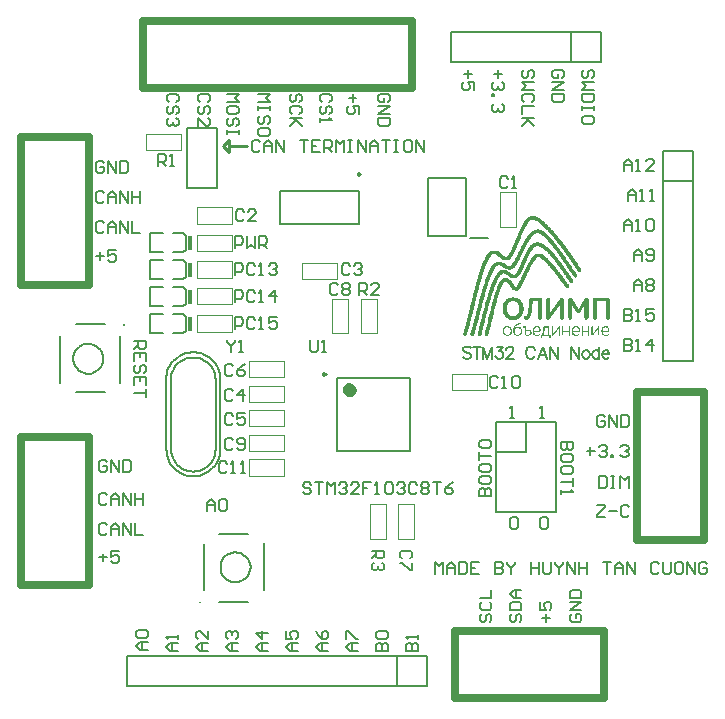
<source format=gto>
G04*
G04 #@! TF.GenerationSoftware,Altium Limited,Altium Designer,21.6.1 (37)*
G04*
G04 Layer_Color=65535*
%FSTAX23Y23*%
%MOIN*%
G70*
G04*
G04 #@! TF.SameCoordinates,3554761A-FA29-429D-AE60-9F5F3CB02BB6*
G04*
G04*
G04 #@! TF.FilePolarity,Positive*
G04*
G01*
G75*
%ADD10C,0.006*%
%ADD11C,0.024*%
%ADD12C,0.010*%
%ADD13C,0.007*%
%ADD14C,0.008*%
%ADD15C,0.025*%
%ADD16C,0.004*%
%ADD17C,0.010*%
%ADD18C,0.008*%
%ADD19R,0.012X0.047*%
G36*
X0276Y02614D02*
X02761D01*
Y02613D01*
X02761D01*
Y02613D01*
X02765D01*
Y02613D01*
X02766D01*
Y02612D01*
X02768D01*
Y02612D01*
X02769D01*
Y02611D01*
X0277D01*
Y02611D01*
X02771D01*
Y0261D01*
X02771D01*
Y0261D01*
X02772D01*
Y0261D01*
X02773D01*
Y02609D01*
X02775D01*
Y02609D01*
X02775D01*
Y02608D01*
X02775D01*
Y02608D01*
X02777D01*
Y02608D01*
X02777D01*
Y02607D01*
X02778D01*
Y02607D01*
X02778D01*
Y02606D01*
X02778D01*
Y02606D01*
X0278D01*
Y02605D01*
X0278D01*
Y02605D01*
X0278D01*
Y02605D01*
X02781D01*
Y02604D01*
X02781D01*
Y02604D01*
X02782D01*
Y02603D01*
X02782D01*
Y02603D01*
X02783D01*
Y02602D01*
X02784D01*
Y02602D01*
X02784D01*
Y02602D01*
X02785D01*
Y02601D01*
X02785D01*
Y02601D01*
X02786D01*
Y026D01*
X02787D01*
Y02599D01*
X02787D01*
Y02599D01*
X02788D01*
Y02599D01*
X02788D01*
Y02598D01*
X02789D01*
Y02598D01*
X02789D01*
Y02597D01*
X02789D01*
Y02597D01*
X0279D01*
Y02597D01*
X0279D01*
Y02596D01*
X02791D01*
Y02596D01*
X02791D01*
Y02595D01*
X02791D01*
Y02595D01*
X02792D01*
Y02594D01*
X02792D01*
Y02594D01*
X02793D01*
Y02594D01*
X02793D01*
Y02593D01*
X02794D01*
Y02593D01*
X02794D01*
Y02592D01*
X02794D01*
Y02592D01*
X02795D01*
Y02591D01*
X02795D01*
Y02591D01*
X02796D01*
Y02591D01*
X02796D01*
Y0259D01*
X02797D01*
Y0259D01*
X02797D01*
Y02589D01*
X02797D01*
Y02588D01*
X02798D01*
Y02588D01*
X02798D01*
Y02588D01*
X02799D01*
Y02587D01*
X028D01*
Y02586D01*
X028D01*
Y02586D01*
X02801D01*
Y02585D01*
X02801D01*
Y02585D01*
X02802D01*
Y02584D01*
X02802D01*
Y02583D01*
X02803D01*
Y02583D01*
X02803D01*
Y02582D01*
X02804D01*
Y02581D01*
X02805D01*
Y0258D01*
X02805D01*
Y0258D01*
X02805D01*
Y0258D01*
X02806D01*
Y02579D01*
X02806D01*
Y02579D01*
X02807D01*
Y02578D01*
X02807D01*
Y02578D01*
X02808D01*
Y02577D01*
X02808D01*
Y02577D01*
X02808D01*
Y02577D01*
X02809D01*
Y02576D01*
X02809D01*
Y02575D01*
X0281D01*
Y02575D01*
X0281D01*
Y02574D01*
X02811D01*
Y02574D01*
X02811D01*
Y02573D01*
X02811D01*
Y02573D01*
X02812D01*
Y02572D01*
X02812D01*
Y02572D01*
X02813D01*
Y02572D01*
X02813D01*
Y0257D01*
X02813D01*
Y0257D01*
X02814D01*
Y02569D01*
X02814D01*
Y02569D01*
X02815D01*
Y02569D01*
X02815D01*
Y02568D01*
X02816D01*
Y02567D01*
X02816D01*
Y02567D01*
X02816D01*
Y02566D01*
X02817D01*
Y02566D01*
X02817D01*
Y02565D01*
X02818D01*
Y02564D01*
X02818D01*
Y02564D01*
X02819D01*
Y02564D01*
X02819D01*
Y02563D01*
X02819D01*
Y02563D01*
X0282D01*
Y02562D01*
X0282D01*
Y02562D01*
X02821D01*
Y02561D01*
X02821D01*
Y02561D01*
X02822D01*
Y0256D01*
X02822D01*
Y02559D01*
X02822D01*
Y02559D01*
X02823D01*
Y02558D01*
X02823D01*
Y02558D01*
X02824D01*
Y02557D01*
X02824D01*
Y02555D01*
X02825D01*
Y02555D01*
X02825D01*
Y02555D01*
X02826D01*
Y02554D01*
X02826D01*
Y02554D01*
X02827D01*
Y02553D01*
X02827D01*
Y02553D01*
X02827D01*
Y02552D01*
X02828D01*
Y02551D01*
X02828D01*
Y02551D01*
X02829D01*
Y0255D01*
X02829D01*
Y0255D01*
X0283D01*
Y02549D01*
X0283D01*
Y02548D01*
X0283D01*
Y02548D01*
X02831D01*
Y02547D01*
X02831D01*
Y02547D01*
X02832D01*
Y02546D01*
X02832D01*
Y02546D01*
X02832D01*
Y02545D01*
X02833D01*
Y02544D01*
X02833D01*
Y02544D01*
X02834D01*
Y02543D01*
X02834D01*
Y02543D01*
X02835D01*
Y02542D01*
X02835D01*
Y02542D01*
X02835D01*
Y02541D01*
X02836D01*
Y0254D01*
X02836D01*
Y0254D01*
X02837D01*
Y02539D01*
X02838D01*
Y02537D01*
X02838D01*
Y02537D01*
X02838D01*
Y02536D01*
X02839D01*
Y02536D01*
X02839D01*
Y02536D01*
X0284D01*
Y02535D01*
X0284D01*
Y02535D01*
X02841D01*
Y02534D01*
X02841D01*
Y02533D01*
X02841D01*
Y02533D01*
X02842D01*
Y02532D01*
X02842D01*
Y02532D01*
X02843D01*
Y0253D01*
X02843D01*
Y0253D01*
X02843D01*
Y02529D01*
X02844D01*
Y02529D01*
X02844D01*
Y02528D01*
X02845D01*
Y02527D01*
X02845D01*
Y02527D01*
X02846D01*
Y02526D01*
X02846D01*
Y02526D01*
X02846D01*
Y02525D01*
X02847D01*
Y02524D01*
X02847D01*
Y02524D01*
X02848D01*
Y02523D01*
X02848D01*
Y02523D01*
X02849D01*
Y02522D01*
X02849D01*
Y02521D01*
X0285D01*
Y0252D01*
X0285D01*
Y0252D01*
X02851D01*
Y02518D01*
X02851D01*
Y02518D01*
X02852D01*
Y02517D01*
X02852D01*
Y02517D01*
X02852D01*
Y02517D01*
X02853D01*
Y02515D01*
X02853D01*
Y02515D01*
X02854D01*
Y02514D01*
X02854D01*
Y02514D01*
X02854D01*
Y02513D01*
X02855D01*
Y02513D01*
X02855D01*
Y02512D01*
X02856D01*
Y02511D01*
X02856D01*
Y02511D01*
X02857D01*
Y0251D01*
X02857D01*
Y0251D01*
X02857D01*
Y02509D01*
X02858D01*
Y02508D01*
X02858D01*
Y02508D01*
X02859D01*
Y02507D01*
X02859D01*
Y02506D01*
X0286D01*
Y02506D01*
X0286D01*
Y02505D01*
X0286D01*
Y02504D01*
X02861D01*
Y02504D01*
X02861D01*
Y02503D01*
X02862D01*
Y02502D01*
X02862D01*
Y02502D01*
X02863D01*
Y02501D01*
X02863D01*
Y02501D01*
X02863D01*
Y02501D01*
X02864D01*
Y02499D01*
X02864D01*
Y02498D01*
X02865D01*
Y02498D01*
X02865D01*
Y02498D01*
X02865D01*
Y02497D01*
X02866D01*
Y02496D01*
X02866D01*
Y02495D01*
X02867D01*
Y02495D01*
X02867D01*
Y02495D01*
X02868D01*
Y02494D01*
X02868D01*
Y02493D01*
X02868D01*
Y02493D01*
X02869D01*
Y02492D01*
X02869D01*
Y02491D01*
X0287D01*
Y02491D01*
X0287D01*
Y0249D01*
X02871D01*
Y02489D01*
X02871D01*
Y02489D01*
X02871D01*
Y02488D01*
X02872D01*
Y02487D01*
X02872D01*
Y02487D01*
X02873D01*
Y02486D01*
X02873D01*
Y02486D01*
X02874D01*
Y02485D01*
X02874D01*
Y02484D01*
X02874D01*
Y02483D01*
X02875D01*
Y02482D01*
X02876D01*
Y02482D01*
X02876D01*
Y02481D01*
X02876D01*
Y0248D01*
X02877D01*
Y0248D01*
X02877D01*
Y02479D01*
X02878D01*
Y02479D01*
X02878D01*
Y02478D01*
X02879D01*
Y02477D01*
X02879D01*
Y02477D01*
X02879D01*
Y02476D01*
X0288D01*
Y02476D01*
X0288D01*
Y02475D01*
X02881D01*
Y02473D01*
X02882D01*
Y02473D01*
X02882D01*
Y02473D01*
X02882D01*
Y02472D01*
X02883D01*
Y02472D01*
X02883D01*
Y02471D01*
X02884D01*
Y0247D01*
X02884D01*
Y0247D01*
X02885D01*
Y02469D01*
X02885D01*
Y02469D01*
X02885D01*
Y02467D01*
X02886D01*
Y02467D01*
X02887D01*
Y02466D01*
X02887D01*
Y02465D01*
X02887D01*
Y02465D01*
X02888D01*
Y02465D01*
X02888D01*
Y02463D01*
X02889D01*
Y02463D01*
X02889D01*
Y02462D01*
X0289D01*
Y02462D01*
X0289D01*
Y02462D01*
X0289D01*
Y02457D01*
X0289D01*
Y02456D01*
X0289D01*
Y02456D01*
X02889D01*
Y02455D01*
X02889D01*
Y02455D01*
X02888D01*
Y02454D01*
X02887D01*
Y02454D01*
X02886D01*
Y02453D01*
X02881D01*
Y02454D01*
X02881D01*
Y02454D01*
X0288D01*
Y02454D01*
X02879D01*
Y02455D01*
X02879D01*
Y02456D01*
X02878D01*
Y02457D01*
X02878D01*
Y02457D01*
X02877D01*
Y02457D01*
X02877D01*
Y02458D01*
X02876D01*
Y02459D01*
X02876D01*
Y0246D01*
X02876D01*
Y0246D01*
X02875D01*
Y0246D01*
X02875D01*
Y02461D01*
X02874D01*
Y02462D01*
X02874D01*
Y02462D01*
X02874D01*
Y02463D01*
X02873D01*
Y02463D01*
X02873D01*
Y02464D01*
X02872D01*
Y02465D01*
X02871D01*
Y02466D01*
X02871D01*
Y02467D01*
X02871D01*
Y02467D01*
X0287D01*
Y02468D01*
X0287D01*
Y02468D01*
X02869D01*
Y02469D01*
X02869D01*
Y0247D01*
X02868D01*
Y0247D01*
X02868D01*
Y02471D01*
X02868D01*
Y02472D01*
X02867D01*
Y02472D01*
X02867D01*
Y02473D01*
X02866D01*
Y02473D01*
X02865D01*
Y02475D01*
X02865D01*
Y02476D01*
X02865D01*
Y02476D01*
X02864D01*
Y02476D01*
X02864D01*
Y02477D01*
X02863D01*
Y02478D01*
X02863D01*
Y02479D01*
X02863D01*
Y02479D01*
X02862D01*
Y02479D01*
X02862D01*
Y0248D01*
X02861D01*
Y02482D01*
X0286D01*
Y02482D01*
X0286D01*
Y02483D01*
X0286D01*
Y02483D01*
X02859D01*
Y02484D01*
X02859D01*
Y02485D01*
X02858D01*
Y02485D01*
X02858D01*
Y02486D01*
X02857D01*
Y02487D01*
X02857D01*
Y02487D01*
X02857D01*
Y02488D01*
X02856D01*
Y02488D01*
X02856D01*
Y02489D01*
X02855D01*
Y0249D01*
X02855D01*
Y02491D01*
X02854D01*
Y02491D01*
X02854D01*
Y02492D01*
X02854D01*
Y02492D01*
X02853D01*
Y02493D01*
X02853D01*
Y02494D01*
X02852D01*
Y02494D01*
X02852D01*
Y02495D01*
X02852D01*
Y02495D01*
X02851D01*
Y02497D01*
X0285D01*
Y02498D01*
X0285D01*
Y02498D01*
X02849D01*
Y02498D01*
X02849D01*
Y025D01*
X02849D01*
Y025D01*
X02848D01*
Y02501D01*
X02848D01*
Y02501D01*
X02847D01*
Y02502D01*
X02847D01*
Y02503D01*
X02846D01*
Y02503D01*
X02846D01*
Y02503D01*
X02846D01*
Y02504D01*
X02845D01*
Y02505D01*
X02845D01*
Y02506D01*
X02844D01*
Y02506D01*
X02844D01*
Y02507D01*
X02843D01*
Y02507D01*
X02843D01*
Y02509D01*
X02843D01*
Y02509D01*
X02842D01*
Y02509D01*
X02842D01*
Y0251D01*
X02841D01*
Y0251D01*
X02841D01*
Y02512D01*
X0284D01*
Y02513D01*
X0284D01*
Y02513D01*
X02839D01*
Y02514D01*
X02839D01*
Y02514D01*
X02838D01*
Y02514D01*
X02838D01*
Y02516D01*
X02838D01*
Y02516D01*
X02837D01*
Y02517D01*
X02837D01*
Y02517D01*
X02836D01*
Y02517D01*
X02836D01*
Y02519D01*
X02835D01*
Y02519D01*
X02835D01*
Y0252D01*
X02835D01*
Y0252D01*
X02834D01*
Y02521D01*
X02834D01*
Y02522D01*
X02833D01*
Y02523D01*
X02832D01*
Y02523D01*
X02832D01*
Y02524D01*
X02832D01*
Y02525D01*
X02831D01*
Y02525D01*
X02831D01*
Y02526D01*
X0283D01*
Y02526D01*
X0283D01*
Y02527D01*
X0283D01*
Y02528D01*
X02829D01*
Y02528D01*
X02829D01*
Y02529D01*
X02828D01*
Y0253D01*
X02827D01*
Y02531D01*
X02827D01*
Y02531D01*
X02827D01*
Y02532D01*
X02826D01*
Y02533D01*
X02826D01*
Y02533D01*
X02825D01*
Y02534D01*
X02825D01*
Y02534D01*
X02824D01*
Y02534D01*
X02824D01*
Y02535D01*
X02824D01*
Y02536D01*
X02823D01*
Y02536D01*
X02823D01*
Y02537D01*
X02822D01*
Y02539D01*
X02822D01*
Y02539D01*
X02821D01*
Y0254D01*
X02821D01*
Y0254D01*
X0282D01*
Y02541D01*
X0282D01*
Y02541D01*
X02819D01*
Y02542D01*
X02819D01*
Y02542D01*
X02819D01*
Y02543D01*
X02818D01*
Y02544D01*
X02818D01*
Y02544D01*
X02817D01*
Y02545D01*
X02817D01*
Y02545D01*
X02816D01*
Y02545D01*
X02816D01*
Y02546D01*
X02816D01*
Y02547D01*
X02815D01*
Y02548D01*
X02814D01*
Y02549D01*
X02814D01*
Y02549D01*
X02813D01*
Y0255D01*
X02813D01*
Y0255D01*
X02813D01*
Y02551D01*
X02812D01*
Y02552D01*
X02812D01*
Y02552D01*
X02811D01*
Y02553D01*
X02811D01*
Y02553D01*
X02811D01*
Y02553D01*
X0281D01*
Y02554D01*
X0281D01*
Y02555D01*
X02809D01*
Y02555D01*
X02809D01*
Y02556D01*
X02808D01*
Y02556D01*
X02808D01*
Y02557D01*
X02808D01*
Y02558D01*
X02807D01*
Y02558D01*
X02806D01*
Y02559D01*
X02806D01*
Y02559D01*
X02805D01*
Y02561D01*
X02805D01*
Y02561D01*
X02805D01*
Y02561D01*
X02804D01*
Y02562D01*
X02804D01*
Y02562D01*
X02803D01*
Y02563D01*
X02803D01*
Y02563D01*
X02802D01*
Y02564D01*
X02802D01*
Y02564D01*
X02802D01*
Y02565D01*
X02801D01*
Y02566D01*
X02801D01*
Y02566D01*
X028D01*
Y02566D01*
X028D01*
Y02567D01*
X028D01*
Y02567D01*
X02799D01*
Y02568D01*
X02799D01*
Y02568D01*
X02798D01*
Y02569D01*
X02798D01*
Y02569D01*
X02797D01*
Y0257D01*
X02797D01*
Y02571D01*
X02796D01*
Y02572D01*
X02796D01*
Y02572D01*
X02795D01*
Y02573D01*
X02794D01*
Y02574D01*
X02794D01*
Y02574D01*
X02794D01*
Y02575D01*
X02793D01*
Y02575D01*
X02793D01*
Y02575D01*
X02792D01*
Y02576D01*
X02792D01*
Y02576D01*
X02791D01*
Y02577D01*
X02791D01*
Y02577D01*
X02791D01*
Y02577D01*
X0279D01*
Y02579D01*
X0279D01*
Y02579D01*
X02789D01*
Y0258D01*
X02789D01*
Y0258D01*
X02789D01*
Y0258D01*
X02788D01*
Y02581D01*
X02788D01*
Y02581D01*
X02787D01*
Y02582D01*
X02787D01*
Y02582D01*
X02786D01*
Y02583D01*
X02786D01*
Y02583D01*
X02786D01*
Y02583D01*
X02785D01*
Y02584D01*
X02785D01*
Y02584D01*
X02784D01*
Y02585D01*
X02784D01*
Y02585D01*
X02783D01*
Y02586D01*
X02783D01*
Y02586D01*
X02783D01*
Y02586D01*
X02782D01*
Y02587D01*
X02782D01*
Y02587D01*
X02781D01*
Y02588D01*
X02781D01*
Y02588D01*
X0278D01*
Y02588D01*
X0278D01*
Y02589D01*
X0278D01*
Y02589D01*
X02779D01*
Y0259D01*
X02779D01*
Y0259D01*
X02778D01*
Y02591D01*
X02777D01*
Y02591D01*
X02777D01*
Y02591D01*
X02776D01*
Y02592D01*
X02776D01*
Y02592D01*
X02775D01*
Y02593D01*
X02774D01*
Y02594D01*
X02773D01*
Y02594D01*
X02772D01*
Y02595D01*
X02772D01*
Y02595D01*
X02771D01*
Y02596D01*
X02771D01*
Y02596D01*
X0277D01*
Y02597D01*
X02769D01*
Y02597D01*
X02769D01*
Y02597D01*
X02768D01*
Y02598D01*
X02768D01*
Y02598D01*
X02766D01*
Y02599D01*
X02766D01*
Y02599D01*
X02765D01*
Y02599D01*
X02764D01*
Y026D01*
X02764D01*
Y026D01*
X02761D01*
Y02601D01*
X02761D01*
Y02601D01*
X02756D01*
Y026D01*
X02754D01*
Y026D01*
X02753D01*
Y02599D01*
X02752D01*
Y02599D01*
X02751D01*
Y02599D01*
X02751D01*
Y02598D01*
X0275D01*
Y02598D01*
X02749D01*
Y02597D01*
X02748D01*
Y02597D01*
X02748D01*
Y02597D01*
X02747D01*
Y02596D01*
X02747D01*
Y02596D01*
X02746D01*
Y02595D01*
X02745D01*
Y02594D01*
X02745D01*
Y02594D01*
X02744D01*
Y02593D01*
X02743D01*
Y02592D01*
X02742D01*
Y02591D01*
X02742D01*
Y02591D01*
X02741D01*
Y0259D01*
X0274D01*
Y02589D01*
X02739D01*
Y02588D01*
X02739D01*
Y02588D01*
X02739D01*
Y02588D01*
X02738D01*
Y02587D01*
X02738D01*
Y02587D01*
X02737D01*
Y02586D01*
X02737D01*
Y02586D01*
X02737D01*
Y02586D01*
X02736D01*
Y02584D01*
X02736D01*
Y02584D01*
X02735D01*
Y02583D01*
X02735D01*
Y02583D01*
X02734D01*
Y02583D01*
X02734D01*
Y02582D01*
X02734D01*
Y02582D01*
X02733D01*
Y0258D01*
X02733D01*
Y0258D01*
X02732D01*
Y0258D01*
X02732D01*
Y02579D01*
X02731D01*
Y02579D01*
X02731D01*
Y02577D01*
X02731D01*
Y02577D01*
X0273D01*
Y02576D01*
X0273D01*
Y02576D01*
X02729D01*
Y02575D01*
X02729D01*
Y02574D01*
X02728D01*
Y02574D01*
X02728D01*
Y02573D01*
X02728D01*
Y02573D01*
X02727D01*
Y02571D01*
X02727D01*
Y02571D01*
X02726D01*
Y0257D01*
X02726D01*
Y02569D01*
X02726D01*
Y02569D01*
X02725D01*
Y02567D01*
X02725D01*
Y02567D01*
X02724D01*
Y02566D01*
X02724D01*
Y02566D01*
X02723D01*
Y02564D01*
X02723D01*
Y02564D01*
X02722D01*
Y02562D01*
X02722D01*
Y02562D01*
X02721D01*
Y02561D01*
X02721D01*
Y0256D01*
X0272D01*
Y02558D01*
X0272D01*
Y02558D01*
X02719D01*
Y02557D01*
X02719D01*
Y02556D01*
X02718D01*
Y02555D01*
X02718D01*
Y02555D01*
X02717D01*
Y02553D01*
X02717D01*
Y02553D01*
X02716D01*
Y02552D01*
X02716D01*
Y02551D01*
X02715D01*
Y0255D01*
X02715D01*
Y02549D01*
X02715D01*
Y02548D01*
X02714D01*
Y02548D01*
X02714D01*
Y02547D01*
X02713D01*
Y02546D01*
X02713D01*
Y02545D01*
X02712D01*
Y02543D01*
X02712D01*
Y02542D01*
X02711D01*
Y02542D01*
X02711D01*
Y02541D01*
X0271D01*
Y0254D01*
X0271D01*
Y02539D01*
X02709D01*
Y02538D01*
X02709D01*
Y02537D01*
X02709D01*
Y02536D01*
X02708D01*
Y02536D01*
X02708D01*
Y02534D01*
X02707D01*
Y02533D01*
X02707D01*
Y02532D01*
X02706D01*
Y02532D01*
X02706D01*
Y02531D01*
X02705D01*
Y0253D01*
X02705D01*
Y02528D01*
X02704D01*
Y02527D01*
X02704D01*
Y02527D01*
X02704D01*
Y02525D01*
X02703D01*
Y02525D01*
X02703D01*
Y02524D01*
X02702D01*
Y02523D01*
X02702D01*
Y02523D01*
X02701D01*
Y02521D01*
X02701D01*
Y02521D01*
X02701D01*
Y0252D01*
X027D01*
Y02519D01*
X027D01*
Y02518D01*
X02699D01*
Y02517D01*
X02699D01*
Y02517D01*
X02698D01*
Y02515D01*
X02698D01*
Y02515D01*
X02698D01*
Y02513D01*
X02697D01*
Y02512D01*
X02696D01*
Y02511D01*
X02696D01*
Y02511D01*
X02696D01*
Y02509D01*
X02695D01*
Y02509D01*
X02695D01*
Y02508D01*
X02694D01*
Y02507D01*
X02694D01*
Y02506D01*
X02693D01*
Y02505D01*
X02693D01*
Y02505D01*
X02693D01*
Y02503D01*
X02692D01*
Y02503D01*
X02692D01*
Y02502D01*
X02691D01*
Y02502D01*
X02691D01*
Y02501D01*
X0269D01*
Y025D01*
X0269D01*
Y025D01*
X0269D01*
Y02498D01*
X02689D01*
Y02498D01*
X02689D01*
Y02497D01*
X02688D01*
Y02496D01*
X02688D01*
Y02495D01*
X02687D01*
Y02495D01*
X02687D01*
Y02495D01*
X02687D01*
Y02493D01*
X02686D01*
Y02493D01*
X02686D01*
Y02493D01*
X02685D01*
Y02492D01*
X02685D01*
Y02492D01*
X02685D01*
Y02491D01*
X02684D01*
Y0249D01*
X02683D01*
Y02489D01*
X02682D01*
Y02488D01*
X02682D01*
Y02487D01*
X02682D01*
Y02487D01*
X02681D01*
Y02487D01*
X02681D01*
Y02486D01*
X0268D01*
Y02486D01*
X0268D01*
Y02485D01*
X02679D01*
Y02485D01*
X02679D01*
Y02484D01*
X02679D01*
Y02484D01*
X02678D01*
Y02484D01*
X02676D01*
Y02483D01*
X02676D01*
Y02482D01*
X02675D01*
Y02482D01*
X02675D01*
Y02482D01*
X02674D01*
Y02481D01*
X02673D01*
Y02481D01*
X02671D01*
Y0248D01*
X02671D01*
Y0248D01*
X02668D01*
Y02479D01*
X02658D01*
Y0248D01*
X02655D01*
Y0248D01*
X02655D01*
Y02481D01*
X02653D01*
Y02481D01*
X02652D01*
Y02482D01*
X02651D01*
Y02482D01*
X0265D01*
Y02482D01*
X0265D01*
Y02483D01*
X02649D01*
Y02483D01*
X02648D01*
Y02484D01*
X02647D01*
Y02484D01*
X02646D01*
Y02485D01*
X02645D01*
Y02486D01*
X02644D01*
Y02486D01*
X02644D01*
Y02487D01*
X02644D01*
Y02487D01*
X02643D01*
Y02487D01*
X02643D01*
Y02488D01*
X02642D01*
Y02488D01*
X02642D01*
Y02489D01*
X02641D01*
Y02489D01*
X0264D01*
Y0249D01*
X0264D01*
Y0249D01*
X02639D01*
Y0249D01*
X02639D01*
Y02491D01*
X02637D01*
Y02492D01*
X02636D01*
Y02492D01*
X02634D01*
Y02493D01*
X02634D01*
Y02493D01*
X02631D01*
Y02493D01*
X02631D01*
Y02494D01*
X02626D01*
Y02493D01*
X02625D01*
Y02493D01*
X02624D01*
Y02493D01*
X02624D01*
Y02492D01*
X02623D01*
Y02492D01*
X02622D01*
Y02491D01*
X02622D01*
Y02491D01*
X02621D01*
Y0249D01*
X02621D01*
Y0249D01*
X0262D01*
Y0249D01*
X0262D01*
Y02489D01*
X02619D01*
Y02489D01*
X02619D01*
Y02488D01*
X02619D01*
Y02488D01*
X02618D01*
Y02487D01*
X02618D01*
Y02487D01*
X02617D01*
Y02486D01*
X02617D01*
Y02485D01*
X02616D01*
Y02485D01*
X02616D01*
Y02484D01*
X02616D01*
Y02484D01*
X02615D01*
Y02484D01*
X02615D01*
Y02483D01*
X02614D01*
Y02482D01*
X02614D01*
Y02482D01*
X02613D01*
Y0248D01*
X02613D01*
Y02479D01*
X02613D01*
Y02479D01*
X02612D01*
Y02479D01*
X02612D01*
Y02478D01*
X02611D01*
Y02477D01*
X02611D01*
Y02476D01*
X02611D01*
Y02475D01*
X0261D01*
Y02475D01*
X0261D01*
Y02474D01*
X02609D01*
Y02473D01*
X02609D01*
Y02472D01*
X02608D01*
Y02471D01*
X02608D01*
Y02471D01*
X02608D01*
Y02469D01*
X02607D01*
Y02468D01*
X02607D01*
Y02468D01*
X02606D01*
Y02467D01*
X02606D01*
Y02466D01*
X02605D01*
Y02465D01*
X02605D01*
Y02464D01*
X02605D01*
Y02463D01*
X02604D01*
Y02462D01*
X02604D01*
Y02461D01*
X02603D01*
Y0246D01*
X02603D01*
Y02459D01*
X02602D01*
Y02458D01*
X02602D01*
Y02457D01*
X02602D01*
Y02456D01*
X02601D01*
Y02454D01*
X02601D01*
Y02454D01*
X026D01*
Y02452D01*
X026D01*
Y02451D01*
X026D01*
Y02451D01*
X02599D01*
Y02449D01*
X02599D01*
Y02448D01*
X02598D01*
Y02446D01*
X02598D01*
Y02446D01*
X02597D01*
Y02443D01*
X02597D01*
Y02443D01*
X02597D01*
Y02443D01*
X02596D01*
Y0244D01*
X02596D01*
Y0244D01*
X02595D01*
Y02438D01*
X02595D01*
Y02437D01*
X02594D01*
Y02436D01*
X02594D01*
Y02434D01*
X02594D01*
Y02434D01*
X02593D01*
Y02431D01*
X02593D01*
Y02431D01*
X02592D01*
Y02428D01*
X02592D01*
Y02428D01*
X02592D01*
Y02427D01*
X02591D01*
Y02425D01*
X02591D01*
Y02424D01*
X0259D01*
Y02421D01*
X0259D01*
Y02421D01*
X02589D01*
Y0242D01*
X02589D01*
Y02418D01*
X02589D01*
Y02417D01*
X02588D01*
Y02415D01*
X02588D01*
Y02415D01*
X02587D01*
Y02413D01*
X02587D01*
Y02411D01*
X02586D01*
Y0241D01*
X02586D01*
Y02408D01*
X02586D01*
Y02408D01*
X02585D01*
Y02405D01*
X02585D01*
Y02405D01*
X02584D01*
Y02403D01*
X02584D01*
Y02401D01*
X02583D01*
Y024D01*
X02583D01*
Y02398D01*
X02583D01*
Y02397D01*
X02582D01*
Y02395D01*
X02582D01*
Y02395D01*
X02582D01*
Y02394D01*
X02582D01*
Y02394D01*
X02581D01*
Y02393D01*
X02581D01*
Y0239D01*
X02581D01*
Y02389D01*
X0258D01*
Y02387D01*
X0258D01*
Y02386D01*
X02579D01*
Y02385D01*
X02579D01*
Y02383D01*
X02578D01*
Y02382D01*
X02578D01*
Y02378D01*
X02578D01*
Y02378D01*
X02577D01*
Y02376D01*
X02577D01*
Y02375D01*
X02576D01*
Y02375D01*
X02576D01*
Y02371D01*
X02575D01*
Y02371D01*
X02575D01*
Y02367D01*
X02575D01*
Y02367D01*
X02574D01*
Y02366D01*
X02574D01*
Y02363D01*
X02573D01*
Y02363D01*
X02573D01*
Y0236D01*
X02572D01*
Y0236D01*
X02572D01*
Y02356D01*
X02572D01*
Y02356D01*
X02571D01*
Y02355D01*
X02571D01*
Y02352D01*
X0257D01*
Y02352D01*
X0257D01*
Y02348D01*
X0257D01*
Y02348D01*
X02569D01*
Y02346D01*
X02569D01*
Y02344D01*
X02568D01*
Y02343D01*
X02568D01*
Y0234D01*
X02567D01*
Y02339D01*
X02567D01*
Y02337D01*
X02567D01*
Y02336D01*
X02566D01*
Y02335D01*
X02566D01*
Y02332D01*
X02565D01*
Y02331D01*
X02565D01*
Y02329D01*
X02564D01*
Y02328D01*
X02564D01*
Y02326D01*
X02564D01*
Y02325D01*
X02563D01*
Y02324D01*
X02563D01*
Y02321D01*
X02562D01*
Y0232D01*
X02562D01*
Y02317D01*
X02561D01*
Y02316D01*
X02561D01*
Y02316D01*
X02561D01*
Y02312D01*
X0256D01*
Y02312D01*
X0256D01*
Y02309D01*
X02559D01*
Y02308D01*
X02559D01*
Y02307D01*
X02559D01*
Y02305D01*
X02558D01*
Y02305D01*
X02558D01*
Y02301D01*
X02557D01*
Y02301D01*
X02557D01*
Y02299D01*
X02556D01*
Y02297D01*
X02556D01*
Y02297D01*
X02556D01*
Y02293D01*
X02555D01*
Y02293D01*
X02555D01*
Y0229D01*
X02554D01*
Y0229D01*
X02554D01*
Y02288D01*
X02553D01*
Y02286D01*
X02553D01*
Y02285D01*
X02553D01*
Y02283D01*
X02552D01*
Y02283D01*
X02552D01*
Y02279D01*
X02551D01*
Y02279D01*
X02551D01*
Y02278D01*
X0255D01*
Y02275D01*
X0255D01*
Y02274D01*
X0255D01*
Y02272D01*
X02549D01*
Y02272D01*
X02549D01*
Y02271D01*
X02548D01*
Y02269D01*
X02548D01*
Y02268D01*
X02548D01*
Y02265D01*
X02547D01*
Y02265D01*
X02547D01*
Y02262D01*
X02546D01*
Y02262D01*
X02546D01*
Y02261D01*
X02545D01*
Y0226D01*
X02545D01*
Y02259D01*
X02545D01*
Y02259D01*
X02544D01*
Y02258D01*
X02543D01*
Y02258D01*
X02543D01*
Y02257D01*
X02537D01*
Y02258D01*
X02537D01*
Y02258D01*
X02536D01*
Y02259D01*
X02536D01*
Y02259D01*
X02535D01*
Y0226D01*
X02535D01*
Y0226D01*
X02534D01*
Y02261D01*
X02534D01*
Y02261D01*
X02534D01*
Y02266D01*
X02534D01*
Y02266D01*
X02534D01*
Y02267D01*
X02535D01*
Y02269D01*
X02535D01*
Y0227D01*
X02536D01*
Y02273D01*
X02536D01*
Y02273D01*
X02537D01*
Y02275D01*
X02537D01*
Y02276D01*
X02537D01*
Y02277D01*
X02538D01*
Y0228D01*
X02538D01*
Y02281D01*
X02539D01*
Y02283D01*
X02539D01*
Y02284D01*
X0254D01*
Y02284D01*
X0254D01*
Y02287D01*
X0254D01*
Y02288D01*
X02541D01*
Y02291D01*
X02541D01*
Y02292D01*
X02542D01*
Y02293D01*
X02542D01*
Y02295D01*
X02542D01*
Y02295D01*
X02543D01*
Y02298D01*
X02543D01*
Y02299D01*
X02544D01*
Y02301D01*
X02544D01*
Y02303D01*
X02545D01*
Y02304D01*
X02545D01*
Y02306D01*
X02545D01*
Y02306D01*
X02546D01*
Y02309D01*
X02546D01*
Y0231D01*
X02547D01*
Y02312D01*
X02547D01*
Y02314D01*
X02548D01*
Y02315D01*
X02548D01*
Y02318D01*
X02548D01*
Y02318D01*
X02549D01*
Y0232D01*
X02549D01*
Y02322D01*
X0255D01*
Y02323D01*
X0255D01*
Y02325D01*
X0255D01*
Y02325D01*
X02551D01*
Y02329D01*
X02551D01*
Y02329D01*
X02552D01*
Y02331D01*
X02552D01*
Y02333D01*
X02553D01*
Y02334D01*
X02553D01*
Y02337D01*
X02554D01*
Y02341D01*
X02554D01*
Y02341D01*
X02555D01*
Y02342D01*
X02555D01*
Y02345D01*
X02556D01*
Y02346D01*
X02556D01*
Y02349D01*
X02556D01*
Y0235D01*
X02557D01*
Y02351D01*
X02557D01*
Y02353D01*
X02558D01*
Y02354D01*
X02558D01*
Y02356D01*
X02559D01*
Y02357D01*
X02559D01*
Y0236D01*
X02559D01*
Y02361D01*
X0256D01*
Y02361D01*
X0256D01*
Y02364D01*
X02561D01*
Y02365D01*
X02561D01*
Y02368D01*
X02561D01*
Y02369D01*
X02562D01*
Y0237D01*
X02562D01*
Y02373D01*
X02563D01*
Y02373D01*
X02563D01*
Y02376D01*
X02564D01*
Y02379D01*
X02564D01*
Y0238D01*
X02565D01*
Y0238D01*
X02565D01*
Y02384D01*
X02566D01*
Y02384D01*
X02566D01*
Y02388D01*
X02567D01*
Y02388D01*
X02567D01*
Y02389D01*
X02567D01*
Y02391D01*
X02568D01*
Y02391D01*
X02568D01*
Y02395D01*
X02569D01*
Y02395D01*
X02569D01*
Y02398D01*
X0257D01*
Y02398D01*
X0257D01*
Y02399D01*
X0257D01*
Y02402D01*
X02571D01*
Y02402D01*
X02571D01*
Y02405D01*
X02572D01*
Y02405D01*
X02572D01*
Y02408D01*
X02572D01*
Y02409D01*
X02573D01*
Y0241D01*
X02573D01*
Y02412D01*
X02574D01*
Y02413D01*
X02574D01*
Y02416D01*
X02575D01*
Y02416D01*
X02575D01*
Y02417D01*
X02575D01*
Y02419D01*
X02576D01*
Y0242D01*
X02576D01*
Y02422D01*
X02577D01*
Y02423D01*
X02577D01*
Y02424D01*
X02578D01*
Y02427D01*
X02578D01*
Y02427D01*
X02578D01*
Y02429D01*
X02579D01*
Y0243D01*
X02579D01*
Y02432D01*
X0258D01*
Y02432D01*
X0258D01*
Y02433D01*
X02581D01*
Y02435D01*
X02581D01*
Y02436D01*
X02581D01*
Y02438D01*
X02582D01*
Y02439D01*
X02582D01*
Y02441D01*
X02583D01*
Y02442D01*
X02583D01*
Y02442D01*
X02583D01*
Y02445D01*
X02584D01*
Y02445D01*
X02584D01*
Y02447D01*
X02585D01*
Y02448D01*
X02585D01*
Y02449D01*
X02586D01*
Y02451D01*
X02586D01*
Y02451D01*
X02586D01*
Y02453D01*
X02587D01*
Y02453D01*
X02587D01*
Y02455D01*
X02588D01*
Y02456D01*
X02588D01*
Y02457D01*
X02589D01*
Y02459D01*
X02589D01*
Y02459D01*
X02589D01*
Y02461D01*
X0259D01*
Y02462D01*
X0259D01*
Y02462D01*
X02591D01*
Y02464D01*
X02591D01*
Y02464D01*
X02592D01*
Y02467D01*
X02592D01*
Y02467D01*
X02592D01*
Y02468D01*
X02593D01*
Y02469D01*
X02593D01*
Y02469D01*
X02594D01*
Y02471D01*
X02594D01*
Y02471D01*
X02594D01*
Y02473D01*
X02595D01*
Y02474D01*
X02596D01*
Y02476D01*
X02596D01*
Y02476D01*
X02597D01*
Y02478D01*
X02597D01*
Y02479D01*
X02598D01*
Y0248D01*
X02598D01*
Y02481D01*
X02599D01*
Y02481D01*
X02599D01*
Y02482D01*
X026D01*
Y02483D01*
X026D01*
Y02484D01*
X02601D01*
Y02485D01*
X02601D01*
Y02486D01*
X02602D01*
Y02487D01*
X02602D01*
Y02487D01*
X02602D01*
Y02488D01*
X02603D01*
Y02488D01*
X02603D01*
Y02489D01*
X02604D01*
Y0249D01*
X02605D01*
Y02491D01*
X02605D01*
Y02492D01*
X02605D01*
Y02492D01*
X02606D01*
Y02493D01*
X02606D01*
Y02494D01*
X02607D01*
Y02494D01*
X02607D01*
Y02495D01*
X02608D01*
Y02495D01*
X02608D01*
Y02495D01*
X02608D01*
Y02496D01*
X02609D01*
Y02496D01*
X02609D01*
Y02497D01*
X0261D01*
Y02497D01*
X0261D01*
Y02498D01*
X02611D01*
Y02498D01*
X02611D01*
Y02498D01*
X02611D01*
Y02499D01*
X02612D01*
Y025D01*
X02613D01*
Y025D01*
X02613D01*
Y02501D01*
X02613D01*
Y02501D01*
X02614D01*
Y02501D01*
X02614D01*
Y02502D01*
X02615D01*
Y02502D01*
X02615D01*
Y02503D01*
X02616D01*
Y02503D01*
X02616D01*
Y02503D01*
X02618D01*
Y02504D01*
X02619D01*
Y02505D01*
X0262D01*
Y02505D01*
X0262D01*
Y02506D01*
X02624D01*
Y02506D01*
X02625D01*
Y02506D01*
X0263D01*
Y02506D01*
X0263D01*
Y02506D01*
X02635D01*
Y02505D01*
X02636D01*
Y02505D01*
X02638D01*
Y02504D01*
X02639D01*
Y02504D01*
X02639D01*
Y02503D01*
X02641D01*
Y02503D01*
X02643D01*
Y02502D01*
X02643D01*
Y02502D01*
X02644D01*
Y02501D01*
X02645D01*
Y02501D01*
X02645D01*
Y02501D01*
X02647D01*
Y025D01*
X02648D01*
Y02499D01*
X02648D01*
Y02499D01*
X02649D01*
Y02498D01*
X0265D01*
Y02498D01*
X0265D01*
Y02498D01*
X02651D01*
Y02497D01*
X02651D01*
Y02497D01*
X02652D01*
Y02496D01*
X02652D01*
Y02496D01*
X02652D01*
Y02495D01*
X02654D01*
Y02495D01*
X02654D01*
Y02495D01*
X02655D01*
Y02494D01*
X02655D01*
Y02494D01*
X02656D01*
Y02493D01*
X02657D01*
Y02493D01*
X02657D01*
Y02493D01*
X0266D01*
Y02492D01*
X0266D01*
Y02493D01*
X0266D01*
Y02492D01*
X02661D01*
Y02492D01*
X02665D01*
Y02492D01*
X02666D01*
Y02493D01*
X02668D01*
Y02493D01*
X02669D01*
Y02493D01*
X02669D01*
Y02494D01*
X0267D01*
Y02494D01*
X0267D01*
Y02495D01*
X02671D01*
Y02495D01*
X02671D01*
Y02495D01*
X02671D01*
Y02496D01*
X02672D01*
Y02496D01*
X02672D01*
Y02497D01*
X02673D01*
Y02498D01*
X02674D01*
Y02499D01*
X02674D01*
Y02499D01*
X02674D01*
Y025D01*
X02675D01*
Y02501D01*
X02675D01*
Y02501D01*
X02676D01*
Y02502D01*
X02676D01*
Y02503D01*
X02676D01*
Y02503D01*
X02677D01*
Y02503D01*
X02677D01*
Y02504D01*
X02678D01*
Y02505D01*
X02678D01*
Y02506D01*
X02679D01*
Y02506D01*
X02679D01*
Y02508D01*
X02679D01*
Y02508D01*
X0268D01*
Y02509D01*
X0268D01*
Y02509D01*
X02681D01*
Y0251D01*
X02681D01*
Y02511D01*
X02682D01*
Y02512D01*
X02682D01*
Y02513D01*
X02682D01*
Y02513D01*
X02683D01*
Y02514D01*
X02683D01*
Y02515D01*
X02684D01*
Y02516D01*
X02684D01*
Y02517D01*
X02685D01*
Y02517D01*
X02685D01*
Y02519D01*
X02685D01*
Y02519D01*
X02686D01*
Y0252D01*
X02686D01*
Y02521D01*
X02687D01*
Y02521D01*
X02687D01*
Y02523D01*
X02687D01*
Y02523D01*
X02688D01*
Y02525D01*
X02688D01*
Y02525D01*
X02689D01*
Y02526D01*
X02689D01*
Y02527D01*
X0269D01*
Y02527D01*
X0269D01*
Y02529D01*
X0269D01*
Y02529D01*
X02691D01*
Y02531D01*
X02691D01*
Y02531D01*
X02692D01*
Y02531D01*
X02692D01*
Y02533D01*
X02693D01*
Y02535D01*
X02693D01*
Y02535D01*
X02694D01*
Y02536D01*
X02694D01*
Y02537D01*
X02695D01*
Y02538D01*
X02695D01*
Y02539D01*
X02696D01*
Y02539D01*
X02696D01*
Y02541D01*
X02696D01*
Y02541D01*
X02697D01*
Y02542D01*
X02697D01*
Y02543D01*
X02698D01*
Y02545D01*
X02698D01*
Y02545D01*
X02699D01*
Y02547D01*
X02699D01*
Y02547D01*
X027D01*
Y02547D01*
X027D01*
Y02549D01*
X02701D01*
Y0255D01*
X02701D01*
Y02551D01*
X02701D01*
Y02551D01*
X02702D01*
Y02553D01*
X02702D01*
Y02553D01*
X02703D01*
Y02554D01*
X02703D01*
Y02555D01*
X02704D01*
Y02555D01*
X02704D01*
Y02557D01*
X02704D01*
Y02557D01*
X02705D01*
Y02558D01*
X02705D01*
Y02559D01*
X02706D01*
Y0256D01*
X02706D01*
Y02561D01*
X02707D01*
Y02561D01*
X02707D01*
Y02562D01*
X02707D01*
Y02563D01*
X02708D01*
Y02564D01*
X02708D01*
Y02565D01*
X02709D01*
Y02566D01*
X02709D01*
Y02566D01*
X02709D01*
Y02566D01*
X0271D01*
Y02567D01*
X0271D01*
Y02569D01*
X02711D01*
Y0257D01*
X02712D01*
Y02571D01*
X02712D01*
Y02572D01*
X02712D01*
Y02572D01*
X02713D01*
Y02573D01*
X02713D01*
Y02575D01*
X02714D01*
Y02575D01*
X02715D01*
Y02576D01*
X02715D01*
Y02576D01*
X02715D01*
Y02577D01*
X02716D01*
Y02578D01*
X02716D01*
Y02579D01*
X02717D01*
Y0258D01*
X02717D01*
Y0258D01*
X02717D01*
Y02581D01*
X02718D01*
Y02581D01*
X02718D01*
Y02583D01*
X02719D01*
Y02583D01*
X02719D01*
Y02584D01*
X0272D01*
Y02585D01*
X0272D01*
Y02585D01*
X0272D01*
Y02586D01*
X02721D01*
Y02586D01*
X02721D01*
Y02587D01*
X02722D01*
Y02588D01*
X02723D01*
Y02589D01*
X02723D01*
Y02589D01*
X02723D01*
Y0259D01*
X02724D01*
Y0259D01*
X02724D01*
Y02591D01*
X02725D01*
Y02592D01*
X02725D01*
Y02592D01*
X02726D01*
Y02593D01*
X02726D01*
Y02593D01*
X02726D01*
Y02594D01*
X02727D01*
Y02594D01*
X02727D01*
Y02594D01*
X02728D01*
Y02595D01*
X02728D01*
Y02595D01*
X02728D01*
Y02597D01*
X02729D01*
Y02597D01*
X02729D01*
Y02597D01*
X0273D01*
Y02598D01*
X0273D01*
Y02598D01*
X02731D01*
Y02599D01*
X02731D01*
Y02599D01*
X02731D01*
Y02599D01*
X02732D01*
Y026D01*
X02732D01*
Y026D01*
X02733D01*
Y02601D01*
X02733D01*
Y02601D01*
X02734D01*
Y02602D01*
X02734D01*
Y02602D01*
X02734D01*
Y02602D01*
X02735D01*
Y02603D01*
X02735D01*
Y02603D01*
X02736D01*
Y02604D01*
X02736D01*
Y02604D01*
X02737D01*
Y02605D01*
X02737D01*
Y02605D01*
X02738D01*
Y02605D01*
X02739D01*
Y02606D01*
X02739D01*
Y02606D01*
X02739D01*
Y02607D01*
X0274D01*
Y02607D01*
X0274D01*
Y02608D01*
X02741D01*
Y02608D01*
X02742D01*
Y02608D01*
X02742D01*
Y02609D01*
X02743D01*
Y02609D01*
X02745D01*
Y0261D01*
X02745D01*
Y0261D01*
X02746D01*
Y02611D01*
X02748D01*
Y02611D01*
X02749D01*
Y02612D01*
X0275D01*
Y02613D01*
X02751D01*
Y02613D01*
X02755D01*
Y02613D01*
X02756D01*
Y02613D01*
X02756D01*
Y02613D01*
X02757D01*
Y02614D01*
X02757D01*
Y02614D01*
X02758D01*
Y02614D01*
X02759D01*
Y02614D01*
X0276D01*
Y02614D01*
D02*
G37*
G36*
X02748Y02658D02*
X02748D01*
Y02658D01*
X02751D01*
Y02657D01*
X02751D01*
Y02657D01*
X02752D01*
Y02657D01*
X02753D01*
Y02656D01*
X02754D01*
Y02656D01*
X02755D01*
Y02655D01*
X02756D01*
Y02655D01*
X02757D01*
Y02654D01*
X02758D01*
Y02654D01*
X02758D01*
Y02654D01*
X02759D01*
Y02653D01*
X0276D01*
Y02653D01*
X02761D01*
Y02652D01*
X02761D01*
Y02652D01*
X02762D01*
Y02651D01*
X02763D01*
Y02651D01*
X02764D01*
Y0265D01*
X02765D01*
Y02649D01*
X02766D01*
Y02649D01*
X02766D01*
Y02649D01*
X02767D01*
Y02648D01*
X02767D01*
Y02648D01*
X02768D01*
Y02647D01*
X02769D01*
Y02647D01*
X02769D01*
Y02646D01*
X0277D01*
Y02646D01*
X0277D01*
Y02646D01*
X0277D01*
Y02645D01*
X02771D01*
Y02645D01*
X02772D01*
Y02644D01*
X02772D01*
Y02644D01*
X02773D01*
Y02643D01*
X02773D01*
Y02643D01*
X02774D01*
Y02643D01*
X02775D01*
Y02642D01*
X02775D01*
Y02642D01*
X02775D01*
Y02641D01*
X02776D01*
Y02641D01*
X02776D01*
Y0264D01*
X02777D01*
Y0264D01*
X02777D01*
Y0264D01*
X02778D01*
Y02639D01*
X02779D01*
Y02639D01*
X02779D01*
Y02638D01*
X0278D01*
Y02638D01*
X0278D01*
Y02638D01*
X0278D01*
Y02637D01*
X02781D01*
Y02637D01*
X02781D01*
Y02636D01*
X02782D01*
Y02636D01*
X02782D01*
Y02635D01*
X02783D01*
Y02635D01*
X02783D01*
Y02635D01*
X02783D01*
Y02634D01*
X02784D01*
Y02634D01*
X02784D01*
Y02633D01*
X02785D01*
Y02633D01*
X02785D01*
Y02632D01*
X02786D01*
Y02632D01*
X02786D01*
Y02632D01*
X02786D01*
Y02631D01*
X02787D01*
Y02631D01*
X02787D01*
Y0263D01*
X02788D01*
Y0263D01*
X02788D01*
Y02629D01*
X02789D01*
Y02629D01*
X02789D01*
Y02628D01*
X0279D01*
Y02628D01*
X0279D01*
Y02627D01*
X02791D01*
Y02627D01*
X02791D01*
Y02627D01*
X02791D01*
Y02626D01*
X02792D01*
Y02626D01*
X02792D01*
Y02625D01*
X02793D01*
Y02625D01*
X02793D01*
Y02624D01*
X02794D01*
Y02624D01*
X02794D01*
Y02624D01*
X02794D01*
Y02623D01*
X02795D01*
Y02623D01*
X02795D01*
Y02622D01*
X02796D01*
Y02622D01*
X02796D01*
Y02621D01*
X02797D01*
Y02621D01*
X02797D01*
Y02621D01*
X02797D01*
Y0262D01*
X02798D01*
Y0262D01*
X02798D01*
Y02619D01*
X02799D01*
Y02619D01*
X02799D01*
Y02618D01*
X028D01*
Y02618D01*
X028D01*
Y02618D01*
X028D01*
Y02617D01*
X02801D01*
Y02617D01*
X02801D01*
Y02616D01*
X02802D01*
Y02616D01*
X02802D01*
Y02616D01*
X02802D01*
Y02615D01*
X02803D01*
Y02615D01*
X02803D01*
Y02614D01*
X02804D01*
Y02614D01*
X02804D01*
Y02613D01*
X02805D01*
Y02613D01*
X02805D01*
Y02613D01*
X02805D01*
Y02612D01*
X02806D01*
Y02612D01*
X02806D01*
Y02611D01*
X02807D01*
Y02611D01*
X02807D01*
Y0261D01*
X02808D01*
Y02609D01*
X02808D01*
Y02609D01*
X02808D01*
Y02608D01*
X02809D01*
Y02608D01*
X02809D01*
Y02608D01*
X0281D01*
Y02607D01*
X0281D01*
Y02607D01*
X02811D01*
Y02606D01*
X02811D01*
Y02606D01*
X02811D01*
Y02605D01*
X02812D01*
Y02604D01*
X02813D01*
Y02604D01*
X02813D01*
Y02603D01*
X02813D01*
Y02603D01*
X02814D01*
Y02602D01*
X02814D01*
Y02601D01*
X02815D01*
Y026D01*
X02816D01*
Y026D01*
X02816D01*
Y02599D01*
X02817D01*
Y02599D01*
X02817D01*
Y02598D01*
X02818D01*
Y02598D01*
X02818D01*
Y02597D01*
X02819D01*
Y02597D01*
X02819D01*
Y02597D01*
X02819D01*
Y02596D01*
X0282D01*
Y02596D01*
X0282D01*
Y02594D01*
X02821D01*
Y02594D01*
X02821D01*
Y02594D01*
X02822D01*
Y02593D01*
X02822D01*
Y02593D01*
X02822D01*
Y02592D01*
X02823D01*
Y02592D01*
X02823D01*
Y02591D01*
X02824D01*
Y02591D01*
X02824D01*
Y02591D01*
X02824D01*
Y0259D01*
X02825D01*
Y02588D01*
X02826D01*
Y02588D01*
X02826D01*
Y02588D01*
X02827D01*
Y02587D01*
X02827D01*
Y02586D01*
X02828D01*
Y02586D01*
X02828D01*
Y02585D01*
X02829D01*
Y02585D01*
X02829D01*
Y02584D01*
X0283D01*
Y02584D01*
X0283D01*
Y02583D01*
X0283D01*
Y02582D01*
X02831D01*
Y02582D01*
X02831D01*
Y02581D01*
X02832D01*
Y02581D01*
X02832D01*
Y0258D01*
X02832D01*
Y0258D01*
X02833D01*
Y0258D01*
X02833D01*
Y02579D01*
X02834D01*
Y02579D01*
X02834D01*
Y02578D01*
X02835D01*
Y02577D01*
X02835D01*
Y02577D01*
X02835D01*
Y02576D01*
X02836D01*
Y02576D01*
X02836D01*
Y02575D01*
X02837D01*
Y02575D01*
X02837D01*
Y02574D01*
X02838D01*
Y02574D01*
X02838D01*
Y02573D01*
X02838D01*
Y02572D01*
X02839D01*
Y02572D01*
X02839D01*
Y02571D01*
X0284D01*
Y02571D01*
X0284D01*
Y0257D01*
X02841D01*
Y0257D01*
X02841D01*
Y02569D01*
X02841D01*
Y02569D01*
X02842D01*
Y02568D01*
X02842D01*
Y02567D01*
X02843D01*
Y02567D01*
X02843D01*
Y02566D01*
X02843D01*
Y02566D01*
X02844D01*
Y02566D01*
X02844D01*
Y02565D01*
X02845D01*
Y02564D01*
X02846D01*
Y02563D01*
X02846D01*
Y02562D01*
X02847D01*
Y02561D01*
X02847D01*
Y02561D01*
X02848D01*
Y02561D01*
X02848D01*
Y0256D01*
X02849D01*
Y02559D01*
X02849D01*
Y02558D01*
X02849D01*
Y02558D01*
X0285D01*
Y02558D01*
X0285D01*
Y02557D01*
X02851D01*
Y02557D01*
X02851D01*
Y02556D01*
X02852D01*
Y02555D01*
X02852D01*
Y02555D01*
X02852D01*
Y02554D01*
X02853D01*
Y02554D01*
X02853D01*
Y02553D01*
X02854D01*
Y02553D01*
X02854D01*
Y02552D01*
X02854D01*
Y02552D01*
X02855D01*
Y0255D01*
X02855D01*
Y0255D01*
X02856D01*
Y0255D01*
X02856D01*
Y02549D01*
X02857D01*
Y02549D01*
X02857D01*
Y02547D01*
X02857D01*
Y02547D01*
X02858D01*
Y02547D01*
X02858D01*
Y02546D01*
X02859D01*
Y02546D01*
X02859D01*
Y02545D01*
X0286D01*
Y02545D01*
X0286D01*
Y02543D01*
X02861D01*
Y02543D01*
X02861D01*
Y02542D01*
X02862D01*
Y02542D01*
X02862D01*
Y02541D01*
X02863D01*
Y02541D01*
X02863D01*
Y02539D01*
X02863D01*
Y02539D01*
X02864D01*
Y02539D01*
X02864D01*
Y02538D01*
X02865D01*
Y02538D01*
X02865D01*
Y02536D01*
X02865D01*
Y02536D01*
X02866D01*
Y02536D01*
X02866D01*
Y02535D01*
X02867D01*
Y02534D01*
X02867D01*
Y02534D01*
X02868D01*
Y02534D01*
X02868D01*
Y02532D01*
X02868D01*
Y02532D01*
X02869D01*
Y02531D01*
X02869D01*
Y02531D01*
X0287D01*
Y02531D01*
X0287D01*
Y02529D01*
X02871D01*
Y02529D01*
X02871D01*
Y02528D01*
X02871D01*
Y02528D01*
X02872D01*
Y02527D01*
X02872D01*
Y02526D01*
X02873D01*
Y02526D01*
X02873D01*
Y02525D01*
X02874D01*
Y02525D01*
X02874D01*
Y02524D01*
X02874D01*
Y02524D01*
X02875D01*
Y02523D01*
X02875D01*
Y02522D01*
X02876D01*
Y02522D01*
X02876D01*
Y02521D01*
X02876D01*
Y02521D01*
X02877D01*
Y0252D01*
X02877D01*
Y02519D01*
X02878D01*
Y02519D01*
X02878D01*
Y02518D01*
X02879D01*
Y02517D01*
X02879D01*
Y02517D01*
X02879D01*
Y02516D01*
X0288D01*
Y02515D01*
X0288D01*
Y02515D01*
X02881D01*
Y02514D01*
X02881D01*
Y02513D01*
X02882D01*
Y02513D01*
X02882D01*
Y02512D01*
X02882D01*
Y02512D01*
X02883D01*
Y02512D01*
X02883D01*
Y0251D01*
X02884D01*
Y02509D01*
X02885D01*
Y02509D01*
X02885D01*
Y02508D01*
X02885D01*
Y02507D01*
X02886D01*
Y02506D01*
X02886D01*
Y02506D01*
X02887D01*
Y02506D01*
X02887D01*
Y02505D01*
X02887D01*
Y02504D01*
X02888D01*
Y02503D01*
X02888D01*
Y02503D01*
X02889D01*
Y02502D01*
X02889D01*
Y02501D01*
X0289D01*
Y02501D01*
X0289D01*
Y025D01*
X0289D01*
Y025D01*
X02891D01*
Y02499D01*
X02891D01*
Y02498D01*
X02892D01*
Y02498D01*
X02892D01*
Y02497D01*
X02893D01*
Y02495D01*
X02893D01*
Y02495D01*
X02894D01*
Y02494D01*
X02894D01*
Y02493D01*
X02895D01*
Y02493D01*
X02895D01*
Y02492D01*
X02895D01*
Y02492D01*
X02896D01*
Y02491D01*
X02896D01*
Y0249D01*
X02897D01*
Y0249D01*
X02897D01*
Y02489D01*
X02898D01*
Y02488D01*
X02898D01*
Y02487D01*
X02899D01*
Y02486D01*
X02899D01*
Y02485D01*
X029D01*
Y02484D01*
X029D01*
Y02484D01*
X02901D01*
Y02484D01*
X02901D01*
Y02483D01*
X02901D01*
Y02482D01*
X02902D01*
Y02482D01*
X02902D01*
Y02481D01*
X02903D01*
Y0248D01*
X02903D01*
Y0248D01*
X02904D01*
Y02475D01*
X02903D01*
Y02474D01*
X02903D01*
Y02474D01*
X02902D01*
Y02473D01*
X02902D01*
Y02473D01*
X02901D01*
Y02473D01*
X02901D01*
Y02472D01*
X02901D01*
Y02472D01*
X029D01*
Y02471D01*
X02898D01*
Y02471D01*
X02897D01*
Y02471D01*
X02896D01*
Y02471D01*
X02895D01*
Y02471D01*
X02894D01*
Y02472D01*
X02893D01*
Y02473D01*
X02893D01*
Y02473D01*
X02892D01*
Y02474D01*
X02891D01*
Y02475D01*
X02891D01*
Y02476D01*
X0289D01*
Y02476D01*
X0289D01*
Y02477D01*
X0289D01*
Y02477D01*
X02889D01*
Y02478D01*
X02889D01*
Y02479D01*
X02888D01*
Y0248D01*
X02888D01*
Y0248D01*
X02887D01*
Y02481D01*
X02887D01*
Y02481D01*
X02887D01*
Y02482D01*
X02886D01*
Y02483D01*
X02886D01*
Y02484D01*
X02885D01*
Y02484D01*
X02885D01*
Y02485D01*
X02885D01*
Y02486D01*
X02884D01*
Y02487D01*
X02883D01*
Y02488D01*
X02883D01*
Y02488D01*
X02882D01*
Y02489D01*
X02882D01*
Y02489D01*
X02882D01*
Y0249D01*
X02881D01*
Y02491D01*
X02881D01*
Y02491D01*
X0288D01*
Y02492D01*
X0288D01*
Y02493D01*
X02879D01*
Y02494D01*
X02879D01*
Y02495D01*
X02878D01*
Y02495D01*
X02878D01*
Y02496D01*
X02877D01*
Y02497D01*
X02877D01*
Y02497D01*
X02876D01*
Y02498D01*
X02876D01*
Y02498D01*
X02876D01*
Y02499D01*
X02875D01*
Y025D01*
X02875D01*
Y025D01*
X02874D01*
Y02501D01*
X02874D01*
Y02501D01*
X02874D01*
Y02503D01*
X02873D01*
Y02503D01*
X02873D01*
Y02503D01*
X02872D01*
Y02504D01*
X02872D01*
Y02504D01*
X02871D01*
Y02506D01*
X02871D01*
Y02506D01*
X02871D01*
Y02506D01*
X0287D01*
Y02507D01*
X0287D01*
Y02508D01*
X02869D01*
Y02509D01*
X02868D01*
Y0251D01*
X02868D01*
Y0251D01*
X02868D01*
Y02512D01*
X02867D01*
Y02512D01*
X02867D01*
Y02512D01*
X02866D01*
Y02513D01*
X02866D01*
Y02513D01*
X02865D01*
Y02514D01*
X02865D01*
Y02515D01*
X02865D01*
Y02515D01*
X02864D01*
Y02516D01*
X02863D01*
Y02518D01*
X02863D01*
Y02518D01*
X02863D01*
Y02519D01*
X02862D01*
Y02519D01*
X02862D01*
Y0252D01*
X02861D01*
Y02521D01*
X02861D01*
Y02521D01*
X0286D01*
Y02522D01*
X0286D01*
Y02522D01*
X0286D01*
Y02523D01*
X02859D01*
Y02523D01*
X02859D01*
Y02523D01*
X02858D01*
Y02525D01*
X02858D01*
Y02525D01*
X02857D01*
Y02526D01*
X02857D01*
Y02526D01*
X02857D01*
Y02527D01*
X02856D01*
Y02528D01*
X02856D01*
Y02528D01*
X02855D01*
Y02529D01*
X02855D01*
Y02529D01*
X02854D01*
Y0253D01*
X02854D01*
Y0253D01*
X02854D01*
Y02531D01*
X02853D01*
Y02532D01*
X02853D01*
Y02532D01*
X02852D01*
Y02533D01*
X02852D01*
Y02534D01*
X02851D01*
Y02535D01*
X0285D01*
Y02536D01*
X0285D01*
Y02536D01*
X02849D01*
Y02537D01*
X02849D01*
Y02537D01*
X02849D01*
Y02538D01*
X02848D01*
Y02539D01*
X02848D01*
Y02539D01*
X02847D01*
Y0254D01*
X02847D01*
Y0254D01*
X02846D01*
Y02541D01*
X02846D01*
Y02542D01*
X02845D01*
Y02543D01*
X02845D01*
Y02544D01*
X02844D01*
Y02545D01*
X02843D01*
Y02545D01*
X02843D01*
Y02546D01*
X02843D01*
Y02547D01*
X02842D01*
Y02547D01*
X02842D01*
Y02547D01*
X02841D01*
Y02548D01*
X02841D01*
Y02548D01*
X02841D01*
Y02549D01*
X0284D01*
Y0255D01*
X0284D01*
Y0255D01*
X02839D01*
Y02551D01*
X02839D01*
Y02551D01*
X02838D01*
Y02552D01*
X02838D01*
Y02553D01*
X02837D01*
Y02554D01*
X02837D01*
Y02555D01*
X02836D01*
Y02555D01*
X02835D01*
Y02556D01*
X02835D01*
Y02556D01*
X02835D01*
Y02557D01*
X02834D01*
Y02557D01*
X02834D01*
Y02558D01*
X02833D01*
Y02558D01*
X02833D01*
Y02559D01*
X02832D01*
Y0256D01*
X02832D01*
Y0256D01*
X02832D01*
Y02561D01*
X02831D01*
Y02561D01*
X02831D01*
Y02561D01*
X0283D01*
Y02562D01*
X0283D01*
Y02563D01*
X0283D01*
Y02564D01*
X02829D01*
Y02564D01*
X02829D01*
Y02565D01*
X02828D01*
Y02566D01*
X02827D01*
Y02566D01*
X02827D01*
Y02567D01*
X02827D01*
Y02568D01*
X02826D01*
Y02569D01*
X02825D01*
Y02569D01*
X02825D01*
Y02569D01*
X02824D01*
Y0257D01*
X02824D01*
Y0257D01*
X02824D01*
Y02571D01*
X02823D01*
Y02571D01*
X02823D01*
Y02572D01*
X02822D01*
Y02573D01*
X02822D01*
Y02573D01*
X02822D01*
Y02574D01*
X02821D01*
Y02574D01*
X02821D01*
Y02575D01*
X0282D01*
Y02575D01*
X0282D01*
Y02576D01*
X02819D01*
Y02577D01*
X02819D01*
Y02578D01*
X02818D01*
Y02579D01*
X02817D01*
Y02579D01*
X02817D01*
Y0258D01*
X02816D01*
Y0258D01*
X02816D01*
Y0258D01*
X02816D01*
Y02581D01*
X02815D01*
Y02581D01*
X02815D01*
Y02582D01*
X02814D01*
Y02582D01*
X02814D01*
Y02583D01*
X02813D01*
Y02584D01*
X02813D01*
Y02584D01*
X02813D01*
Y02585D01*
X02812D01*
Y02585D01*
X02812D01*
Y02586D01*
X02811D01*
Y02586D01*
X02811D01*
Y02586D01*
X02811D01*
Y02587D01*
X0281D01*
Y02587D01*
X0281D01*
Y02588D01*
X02809D01*
Y02588D01*
X02809D01*
Y02589D01*
X02808D01*
Y0259D01*
X02808D01*
Y0259D01*
X02808D01*
Y02591D01*
X02807D01*
Y02591D01*
X02807D01*
Y02591D01*
X02806D01*
Y02592D01*
X02806D01*
Y02593D01*
X02805D01*
Y02593D01*
X02805D01*
Y02594D01*
X02805D01*
Y02594D01*
X02804D01*
Y02594D01*
X02804D01*
Y02595D01*
X02803D01*
Y02595D01*
X02803D01*
Y02596D01*
X02802D01*
Y02597D01*
X02802D01*
Y02597D01*
X02802D01*
Y02598D01*
X02801D01*
Y02598D01*
X02801D01*
Y02599D01*
X028D01*
Y02599D01*
X028D01*
Y02599D01*
X028D01*
Y026D01*
X02799D01*
Y026D01*
X02799D01*
Y02601D01*
X02798D01*
Y02601D01*
X02798D01*
Y02602D01*
X02797D01*
Y02602D01*
X02797D01*
Y02602D01*
X02797D01*
Y02603D01*
X02796D01*
Y02603D01*
X02796D01*
Y02604D01*
X02795D01*
Y02604D01*
X02795D01*
Y02605D01*
X02794D01*
Y02605D01*
X02794D01*
Y02605D01*
X02794D01*
Y02606D01*
X02793D01*
Y02607D01*
X02793D01*
Y02608D01*
X02792D01*
Y02608D01*
X02792D01*
Y02608D01*
X02791D01*
Y02609D01*
X02791D01*
Y02609D01*
X02791D01*
Y0261D01*
X0279D01*
Y0261D01*
X0279D01*
Y0261D01*
X02789D01*
Y02611D01*
X02789D01*
Y02611D01*
X02789D01*
Y02612D01*
X02788D01*
Y02612D01*
X02788D01*
Y02613D01*
X02787D01*
Y02613D01*
X02787D01*
Y02613D01*
X02786D01*
Y02614D01*
X02786D01*
Y02614D01*
X02786D01*
Y02615D01*
X02785D01*
Y02615D01*
X02785D01*
Y02616D01*
X02784D01*
Y02616D01*
X02784D01*
Y02616D01*
X02783D01*
Y02617D01*
X02783D01*
Y02617D01*
X02783D01*
Y02618D01*
X02782D01*
Y02618D01*
X02782D01*
Y02618D01*
X02781D01*
Y02619D01*
X02781D01*
Y02619D01*
X0278D01*
Y0262D01*
X0278D01*
Y0262D01*
X0278D01*
Y02621D01*
X02779D01*
Y02621D01*
X02779D01*
Y02621D01*
X02778D01*
Y02622D01*
X02778D01*
Y02622D01*
X02778D01*
Y02623D01*
X02777D01*
Y02623D01*
X02777D01*
Y02624D01*
X02776D01*
Y02624D01*
X02776D01*
Y02624D01*
X02775D01*
Y02625D01*
X02774D01*
Y02625D01*
X02774D01*
Y02626D01*
X02773D01*
Y02626D01*
X02773D01*
Y02627D01*
X02772D01*
Y02627D01*
X02772D01*
Y02627D01*
X02772D01*
Y02628D01*
X02771D01*
Y02628D01*
X02771D01*
Y02629D01*
X0277D01*
Y02629D01*
X0277D01*
Y02629D01*
X0277D01*
Y0263D01*
X02769D01*
Y0263D01*
X02769D01*
Y02631D01*
X02768D01*
Y02631D01*
X02768D01*
Y02632D01*
X02767D01*
Y02632D01*
X02767D01*
Y02632D01*
X02767D01*
Y02633D01*
X02766D01*
Y02633D01*
X02766D01*
Y02634D01*
X02764D01*
Y02634D01*
X02764D01*
Y02635D01*
X02764D01*
Y02635D01*
X02763D01*
Y02635D01*
X02763D01*
Y02636D01*
X02762D01*
Y02637D01*
X02761D01*
Y02637D01*
X02761D01*
Y02638D01*
X0276D01*
Y02638D01*
X02759D01*
Y02638D01*
X02759D01*
Y02639D01*
X02758D01*
Y02639D01*
X02758D01*
Y0264D01*
X02757D01*
Y0264D01*
X02756D01*
Y0264D01*
X02756D01*
Y02641D01*
X02755D01*
Y02641D01*
X02755D01*
Y02642D01*
X02753D01*
Y02642D01*
X02753D01*
Y02643D01*
X02752D01*
Y02643D01*
X02751D01*
Y02643D01*
X0275D01*
Y02644D01*
X02749D01*
Y02644D01*
X02749D01*
Y02645D01*
X02748D01*
Y02645D01*
X02746D01*
Y02646D01*
X02745D01*
Y02646D01*
X02738D01*
Y02646D01*
X02737D01*
Y02645D01*
X02737D01*
Y02645D01*
X02736D01*
Y02644D01*
X02736D01*
Y02644D01*
X02734D01*
Y02643D01*
X02734D01*
Y02643D01*
X02734D01*
Y02643D01*
X02733D01*
Y02642D01*
X02733D01*
Y02642D01*
X02732D01*
Y02641D01*
X02732D01*
Y02641D01*
X02731D01*
Y0264D01*
X02731D01*
Y0264D01*
X02731D01*
Y0264D01*
X0273D01*
Y02639D01*
X0273D01*
Y02639D01*
X02729D01*
Y02638D01*
X02729D01*
Y02638D01*
X02728D01*
Y02638D01*
X02728D01*
Y02637D01*
X02728D01*
Y02637D01*
X02727D01*
Y02635D01*
X02727D01*
Y02635D01*
X02726D01*
Y02635D01*
X02726D01*
Y02634D01*
X02726D01*
Y02634D01*
X02725D01*
Y02633D01*
X02725D01*
Y02632D01*
X02724D01*
Y02632D01*
X02724D01*
Y02631D01*
X02723D01*
Y0263D01*
X02723D01*
Y02629D01*
X02723D01*
Y02629D01*
X02722D01*
Y02628D01*
X02722D01*
Y02628D01*
X02721D01*
Y02627D01*
X02721D01*
Y02626D01*
X0272D01*
Y02625D01*
X0272D01*
Y02625D01*
X0272D01*
Y02624D01*
X02719D01*
Y02624D01*
X02719D01*
Y02623D01*
X02718D01*
Y02622D01*
X02718D01*
Y02621D01*
X02717D01*
Y02621D01*
X02717D01*
Y02619D01*
X02717D01*
Y02618D01*
X02716D01*
Y02618D01*
X02716D01*
Y02617D01*
X02715D01*
Y02616D01*
X02715D01*
Y02616D01*
X02714D01*
Y02614D01*
X02714D01*
Y02613D01*
X02713D01*
Y02613D01*
X02713D01*
Y02612D01*
X02712D01*
Y02611D01*
X02712D01*
Y0261D01*
X02712D01*
Y02609D01*
X02711D01*
Y02609D01*
X02711D01*
Y02607D01*
X0271D01*
Y02606D01*
X0271D01*
Y02605D01*
X02709D01*
Y02605D01*
X02709D01*
Y02604D01*
X02709D01*
Y02602D01*
X02708D01*
Y02602D01*
X02708D01*
Y02601D01*
X02707D01*
Y026D01*
X02707D01*
Y02599D01*
X02707D01*
Y02598D01*
X02706D01*
Y02598D01*
X02706D01*
Y02595D01*
X02705D01*
Y02594D01*
X02704D01*
Y02593D01*
X02704D01*
Y02592D01*
X02704D01*
Y02591D01*
X02703D01*
Y02591D01*
X02703D01*
Y02588D01*
X02702D01*
Y02588D01*
X02702D01*
Y02587D01*
X02701D01*
Y02586D01*
X02701D01*
Y02586D01*
X02701D01*
Y02583D01*
X027D01*
Y02583D01*
X027D01*
Y02581D01*
X02699D01*
Y02581D01*
X02699D01*
Y0258D01*
X02698D01*
Y02578D01*
X02698D01*
Y02578D01*
X02698D01*
Y02576D01*
X02697D01*
Y02576D01*
X02697D01*
Y02574D01*
X02696D01*
Y02573D01*
X02696D01*
Y02572D01*
X02696D01*
Y02571D01*
X02695D01*
Y02571D01*
X02695D01*
Y02568D01*
X02694D01*
Y02568D01*
X02694D01*
Y02566D01*
X02693D01*
Y02566D01*
X02693D01*
Y02565D01*
X02693D01*
Y02563D01*
X02692D01*
Y02563D01*
X02692D01*
Y02561D01*
X02691D01*
Y02561D01*
X02691D01*
Y0256D01*
X0269D01*
Y02558D01*
X0269D01*
Y02558D01*
X0269D01*
Y02556D01*
X02689D01*
Y02555D01*
X02689D01*
Y02555D01*
X02688D01*
Y02553D01*
X02687D01*
Y02551D01*
X02687D01*
Y0255D01*
X02687D01*
Y02549D01*
X02686D01*
Y02549D01*
X02686D01*
Y02548D01*
X02685D01*
Y02547D01*
X02685D01*
Y02546D01*
X02685D01*
Y02544D01*
X02684D01*
Y02544D01*
X02684D01*
Y02543D01*
X02683D01*
Y02542D01*
X02683D01*
Y02541D01*
X02682D01*
Y0254D01*
X02682D01*
Y02539D01*
X02682D01*
Y02538D01*
X02681D01*
Y02537D01*
X02681D01*
Y02537D01*
X0268D01*
Y02535D01*
X0268D01*
Y02534D01*
X02679D01*
Y02533D01*
X02679D01*
Y02532D01*
X02679D01*
Y02532D01*
X02678D01*
Y02531D01*
X02678D01*
Y02531D01*
X02677D01*
Y02529D01*
X02676D01*
Y02528D01*
X02676D01*
Y02527D01*
X02676D01*
Y02527D01*
X02675D01*
Y02525D01*
X02675D01*
Y02525D01*
X02674D01*
Y02525D01*
X02674D01*
Y02524D01*
X02674D01*
Y02523D01*
X02673D01*
Y02522D01*
X02672D01*
Y02521D01*
X02672D01*
Y02521D01*
X02671D01*
Y0252D01*
X02671D01*
Y0252D01*
X02671D01*
Y0252D01*
X0267D01*
Y02518D01*
X0267D01*
Y02518D01*
X02669D01*
Y02517D01*
X02669D01*
Y02517D01*
X02668D01*
Y02517D01*
X02668D01*
Y02516D01*
X02668D01*
Y02516D01*
X02667D01*
Y02515D01*
X02667D01*
Y02515D01*
X02666D01*
Y02514D01*
X02666D01*
Y02514D01*
X02665D01*
Y02514D01*
X02665D01*
Y02513D01*
X02664D01*
Y02513D01*
X02663D01*
Y02512D01*
X02663D01*
Y02512D01*
X02661D01*
Y02512D01*
X02661D01*
Y02511D01*
X02659D01*
Y02511D01*
X02658D01*
Y0251D01*
X02655D01*
Y0251D01*
X0265D01*
Y0251D01*
X02647D01*
Y02511D01*
X02647D01*
Y02511D01*
X02644D01*
Y02512D01*
X02643D01*
Y02512D01*
X02641D01*
Y02513D01*
X02641D01*
Y02513D01*
X02639D01*
Y02514D01*
X02639D01*
Y02514D01*
X02638D01*
Y02514D01*
X02637D01*
Y02515D01*
X02636D01*
Y02516D01*
X02636D01*
Y02516D01*
X02635D01*
Y02517D01*
X02634D01*
Y02517D01*
X02633D01*
Y02517D01*
X02633D01*
Y02518D01*
X02633D01*
Y02518D01*
X02632D01*
Y02519D01*
X02631D01*
Y0252D01*
X02631D01*
Y0252D01*
X0263D01*
Y0252D01*
X0263D01*
Y02521D01*
X0263D01*
Y02521D01*
X02629D01*
Y02522D01*
X02628D01*
Y02523D01*
X02628D01*
Y02523D01*
X02627D01*
Y02523D01*
X02627D01*
Y02524D01*
X02626D01*
Y02525D01*
X02626D01*
Y02525D01*
X02625D01*
Y02525D01*
X02625D01*
Y02526D01*
X02624D01*
Y02526D01*
X02624D01*
Y02527D01*
X02624D01*
Y02527D01*
X02623D01*
Y02528D01*
X02622D01*
Y02528D01*
X02622D01*
Y02528D01*
X02621D01*
Y02529D01*
X02621D01*
Y02529D01*
X02618D01*
Y0253D01*
X02618D01*
Y0253D01*
X02616D01*
Y02531D01*
X02613D01*
Y02531D01*
X02612D01*
Y02531D01*
X02611D01*
Y02531D01*
X02611D01*
Y02531D01*
X0261D01*
Y0253D01*
X02609D01*
Y02531D01*
X02608D01*
Y0253D01*
X02608D01*
Y0253D01*
X02607D01*
Y02529D01*
X02607D01*
Y02529D01*
X02606D01*
Y02528D01*
X02606D01*
Y02528D01*
X02605D01*
Y02528D01*
X02605D01*
Y02527D01*
X02605D01*
Y02527D01*
X02604D01*
Y02526D01*
X02604D01*
Y02526D01*
X02603D01*
Y02525D01*
X02603D01*
Y02525D01*
X02602D01*
Y02525D01*
X02602D01*
Y02524D01*
X02602D01*
Y02524D01*
X02601D01*
Y02523D01*
X02601D01*
Y02523D01*
X026D01*
Y02522D01*
X026D01*
Y02521D01*
X026D01*
Y02521D01*
X02599D01*
Y0252D01*
X02599D01*
Y0252D01*
X02598D01*
Y02519D01*
X02598D01*
Y02518D01*
X02597D01*
Y02517D01*
X02597D01*
Y02517D01*
X02597D01*
Y02517D01*
X02596D01*
Y02515D01*
X02596D01*
Y02515D01*
X02595D01*
Y02514D01*
X02595D01*
Y02513D01*
X02594D01*
Y02513D01*
X02594D01*
Y02511D01*
X02594D01*
Y02511D01*
X02593D01*
Y0251D01*
X02593D01*
Y0251D01*
X02592D01*
Y02509D01*
X02592D01*
Y02508D01*
X02592D01*
Y02507D01*
X02591D01*
Y02505D01*
X02591D01*
Y02505D01*
X0259D01*
Y02503D01*
X0259D01*
Y02503D01*
X02589D01*
Y02502D01*
X02589D01*
Y02501D01*
X02589D01*
Y02501D01*
X02588D01*
Y02499D01*
X02588D01*
Y02499D01*
X02587D01*
Y02497D01*
X02587D01*
Y02496D01*
X02586D01*
Y02495D01*
X02586D01*
Y02494D01*
X02585D01*
Y02491D01*
X02585D01*
Y02491D01*
X02584D01*
Y0249D01*
X02584D01*
Y02489D01*
X02583D01*
Y02488D01*
X02583D01*
Y02486D01*
X02583D01*
Y02486D01*
X02582D01*
Y02484D01*
X02582D01*
Y02484D01*
X02581D01*
Y02483D01*
X02581D01*
Y02481D01*
X02581D01*
Y0248D01*
X0258D01*
Y02478D01*
X0258D01*
Y02478D01*
X02579D01*
Y02477D01*
X02579D01*
Y02475D01*
X02578D01*
Y02474D01*
X02578D01*
Y02472D01*
X02578D01*
Y02471D01*
X02577D01*
Y02469D01*
X02577D01*
Y02468D01*
X02576D01*
Y02468D01*
X02576D01*
Y02466D01*
X02575D01*
Y02465D01*
X02575D01*
Y02463D01*
X02575D01*
Y02462D01*
X02574D01*
Y02462D01*
X02574D01*
Y0246D01*
X02573D01*
Y02459D01*
X02573D01*
Y02457D01*
X02572D01*
Y02456D01*
X02572D01*
Y02454D01*
X02572D01*
Y02452D01*
X02571D01*
Y02451D01*
X02571D01*
Y02449D01*
X0257D01*
Y02449D01*
X0257D01*
Y02446D01*
X0257D01*
Y02445D01*
X02569D01*
Y02444D01*
X02569D01*
Y02442D01*
X02568D01*
Y02442D01*
X02568D01*
Y02438D01*
X02567D01*
Y02438D01*
X02567D01*
Y02435D01*
X02567D01*
Y02435D01*
X02566D01*
Y02434D01*
X02566D01*
Y02431D01*
X02565D01*
Y02431D01*
X02565D01*
Y02427D01*
X02564D01*
Y02427D01*
X02564D01*
Y02425D01*
X02564D01*
Y02423D01*
X02563D01*
Y02422D01*
X02563D01*
Y02419D01*
X02562D01*
Y02419D01*
X02562D01*
Y02416D01*
X02561D01*
Y02416D01*
X02561D01*
Y02415D01*
X02561D01*
Y02412D01*
X0256D01*
Y02411D01*
X0256D01*
Y02408D01*
X02559D01*
Y02408D01*
X02559D01*
Y02405D01*
X02559D01*
Y02404D01*
X02558D01*
Y02403D01*
X02558D01*
Y024D01*
X02557D01*
Y02399D01*
X02557D01*
Y02396D01*
X02556D01*
Y02395D01*
X02556D01*
Y02395D01*
X02556D01*
Y02391D01*
X02555D01*
Y02391D01*
X02555D01*
Y02388D01*
X02554D01*
Y02387D01*
X02554D01*
Y02385D01*
X02553D01*
Y02383D01*
X02553D01*
Y02383D01*
X02553D01*
Y0238D01*
X02552D01*
Y02379D01*
X02552D01*
Y02375D01*
X02551D01*
Y02375D01*
X02551D01*
Y02375D01*
X0255D01*
Y02371D01*
X0255D01*
Y02371D01*
X0255D01*
Y02367D01*
X02549D01*
Y02366D01*
X02549D01*
Y02365D01*
X02548D01*
Y02362D01*
X02548D01*
Y02361D01*
X02548D01*
Y02358D01*
X02547D01*
Y02358D01*
X02547D01*
Y02356D01*
X02546D01*
Y02355D01*
X02547D01*
Y02355D01*
X02546D01*
Y02354D01*
X02546D01*
Y02353D01*
X02545D01*
Y0235D01*
X02545D01*
Y0235D01*
X02545D01*
Y02346D01*
X02544D01*
Y02346D01*
X02544D01*
Y02344D01*
X02543D01*
Y02342D01*
X02543D01*
Y02341D01*
X02542D01*
Y02338D01*
X02542D01*
Y02337D01*
X02542D01*
Y02334D01*
X02541D01*
Y02334D01*
X02541D01*
Y02333D01*
X0254D01*
Y0233D01*
X0254D01*
Y02329D01*
X0254D01*
Y02326D01*
X02539D01*
Y02325D01*
X02539D01*
Y02323D01*
X02538D01*
Y02321D01*
X02538D01*
Y02321D01*
X02537D01*
Y02317D01*
X02537D01*
Y02317D01*
X02537D01*
Y02314D01*
X02536D01*
Y02313D01*
X02536D01*
Y02312D01*
X02535D01*
Y02309D01*
X02535D01*
Y02309D01*
X02534D01*
Y02306D01*
X02534D01*
Y02305D01*
X02534D01*
Y02304D01*
X02533D01*
Y02301D01*
X02533D01*
Y02301D01*
X02532D01*
Y02298D01*
X02532D01*
Y02297D01*
X02531D01*
Y02295D01*
X02531D01*
Y02294D01*
X02531D01*
Y02293D01*
X0253D01*
Y0229D01*
X0253D01*
Y0229D01*
X02529D01*
Y02286D01*
X02529D01*
Y02286D01*
X02529D01*
Y02284D01*
X02528D01*
Y02282D01*
X02528D01*
Y02282D01*
X02527D01*
Y02279D01*
X02527D01*
Y02279D01*
X02526D01*
Y02276D01*
X02526D01*
Y02275D01*
X02526D01*
Y02274D01*
X02525D01*
Y02272D01*
X02525D01*
Y02271D01*
X02524D01*
Y02268D01*
X02524D01*
Y02268D01*
X02523D01*
Y02265D01*
X02523D01*
Y02265D01*
X02523D01*
Y02264D01*
X02522D01*
Y02261D01*
X02522D01*
Y0226D01*
X02521D01*
Y0226D01*
X02521D01*
Y0226D01*
X0252D01*
Y02259D01*
X0252D01*
Y02259D01*
X0252D01*
Y02258D01*
X02519D01*
Y02258D01*
X02519D01*
Y02257D01*
X02513D01*
Y02258D01*
X02512D01*
Y02258D01*
X02512D01*
Y02259D01*
X02512D01*
Y02259D01*
X02511D01*
Y0226D01*
X02511D01*
Y0226D01*
X0251D01*
Y0226D01*
X0251D01*
Y02261D01*
X02509D01*
Y02265D01*
X0251D01*
Y02265D01*
X0251D01*
Y02269D01*
X02511D01*
Y02269D01*
X02511D01*
Y0227D01*
X02512D01*
Y02272D01*
X02512D01*
Y02273D01*
X02512D01*
Y02276D01*
X02513D01*
Y02276D01*
X02513D01*
Y02279D01*
X02514D01*
Y0228D01*
X02514D01*
Y02281D01*
X02515D01*
Y02283D01*
X02515D01*
Y02284D01*
X02515D01*
Y02287D01*
X02516D01*
Y02287D01*
X02516D01*
Y02288D01*
X02517D01*
Y02292D01*
X02517D01*
Y02292D01*
X02518D01*
Y02295D01*
X02518D01*
Y02297D01*
X02519D01*
Y02298D01*
X02518D01*
Y02298D01*
X02519D01*
Y02299D01*
X02519D01*
Y02299D01*
X0252D01*
Y02303D01*
X0252D01*
Y02303D01*
X0252D01*
Y02306D01*
X02521D01*
Y02307D01*
X02521D01*
Y02308D01*
X02522D01*
Y02308D01*
X02521D01*
Y02309D01*
X02522D01*
Y02311D01*
X02522D01*
Y02311D01*
X02523D01*
Y02315D01*
X02523D01*
Y02317D01*
X02524D01*
Y02318D01*
X02524D01*
Y02319D01*
X02525D01*
Y02322D01*
X02525D01*
Y02323D01*
X02526D01*
Y02326D01*
X02526D01*
Y02326D01*
X02526D01*
Y02328D01*
X02527D01*
Y0233D01*
X02527D01*
Y02331D01*
X02528D01*
Y02335D01*
X02528D01*
Y02335D01*
X02529D01*
Y02337D01*
X02529D01*
Y02339D01*
X02529D01*
Y0234D01*
X0253D01*
Y02343D01*
X0253D01*
Y02344D01*
X02531D01*
Y02347D01*
X02531D01*
Y02347D01*
X02531D01*
Y02349D01*
X02532D01*
Y02351D01*
X02532D01*
Y02352D01*
X02533D01*
Y02355D01*
X02533D01*
Y02356D01*
X02534D01*
Y02359D01*
X02534D01*
Y0236D01*
X02534D01*
Y0236D01*
X02535D01*
Y02364D01*
X02535D01*
Y02364D01*
X02536D01*
Y02367D01*
X02536D01*
Y02368D01*
X02537D01*
Y0237D01*
X02537D01*
Y02372D01*
X02537D01*
Y02372D01*
X02538D01*
Y02376D01*
X02539D01*
Y02379D01*
X02539D01*
Y0238D01*
X0254D01*
Y0238D01*
X0254D01*
Y02384D01*
X0254D01*
Y02384D01*
X02541D01*
Y02388D01*
X02541D01*
Y02388D01*
X02542D01*
Y0239D01*
X02542D01*
Y02392D01*
X02542D01*
Y02392D01*
X02543D01*
Y02396D01*
X02544D01*
Y02399D01*
X02544D01*
Y024D01*
X02545D01*
Y02401D01*
X02545D01*
Y02404D01*
X02545D01*
Y02405D01*
X02546D01*
Y02408D01*
X02546D01*
Y02408D01*
X02547D01*
Y0241D01*
X02547D01*
Y02412D01*
X02548D01*
Y02413D01*
X02548D01*
Y02416D01*
X02548D01*
Y02416D01*
X02549D01*
Y02419D01*
X02549D01*
Y02419D01*
X02549D01*
Y0242D01*
X02549D01*
Y02421D01*
X0255D01*
Y02421D01*
X0255D01*
Y02423D01*
X0255D01*
Y02424D01*
X02551D01*
Y02427D01*
X02551D01*
Y02428D01*
X02552D01*
Y02429D01*
X02552D01*
Y02432D01*
X02553D01*
Y02432D01*
X02553D01*
Y02435D01*
X02553D01*
Y02435D01*
X02554D01*
Y02438D01*
X02554D01*
Y02439D01*
X02555D01*
Y02439D01*
X02555D01*
Y02443D01*
X02556D01*
Y02443D01*
X02556D01*
Y02446D01*
X02556D01*
Y02446D01*
X02557D01*
Y02447D01*
X02557D01*
Y02447D01*
X02557D01*
Y02448D01*
X02557D01*
Y02449D01*
X02558D01*
Y02449D01*
X02558D01*
Y02453D01*
X02559D01*
Y02453D01*
X02559D01*
Y02456D01*
X02559D01*
Y02456D01*
X0256D01*
Y02457D01*
X0256D01*
Y0246D01*
X02561D01*
Y0246D01*
X02561D01*
Y02462D01*
X02561D01*
Y02463D01*
X02562D01*
Y02464D01*
X02562D01*
Y02466D01*
X02563D01*
Y02467D01*
X02563D01*
Y02469D01*
X02564D01*
Y02469D01*
X02564D01*
Y02472D01*
X02564D01*
Y02472D01*
X02565D01*
Y02473D01*
X02565D01*
Y02476D01*
X02566D01*
Y02476D01*
X02566D01*
Y02479D01*
X02567D01*
Y02479D01*
X02567D01*
Y02481D01*
X02567D01*
Y02481D01*
X02568D01*
Y02482D01*
X02568D01*
Y02484D01*
X02569D01*
Y02484D01*
X02569D01*
Y02487D01*
X0257D01*
Y02487D01*
X0257D01*
Y02488D01*
X0257D01*
Y0249D01*
X02571D01*
Y02491D01*
X02571D01*
Y02493D01*
X02572D01*
Y02493D01*
X02572D01*
Y02495D01*
X02572D01*
Y02495D01*
X02573D01*
Y02496D01*
X02573D01*
Y02498D01*
X02574D01*
Y02499D01*
X02574D01*
Y025D01*
X02575D01*
Y02501D01*
X02575D01*
Y02501D01*
X02575D01*
Y02503D01*
X02576D01*
Y02504D01*
X02576D01*
Y02505D01*
X02577D01*
Y02506D01*
X02577D01*
Y02507D01*
X02578D01*
Y02508D01*
X02578D01*
Y02508D01*
X02578D01*
Y0251D01*
X02579D01*
Y02511D01*
X02579D01*
Y02512D01*
X0258D01*
Y02513D01*
X0258D01*
Y02513D01*
X02581D01*
Y02514D01*
X02581D01*
Y02515D01*
X02581D01*
Y02517D01*
X02582D01*
Y02517D01*
X02582D01*
Y02518D01*
X02583D01*
Y02519D01*
X02583D01*
Y02519D01*
X02583D01*
Y02521D01*
X02584D01*
Y02522D01*
X02585D01*
Y02523D01*
X02585D01*
Y02523D01*
X02586D01*
Y02524D01*
X02586D01*
Y02524D01*
X02586D01*
Y02525D01*
X02587D01*
Y02526D01*
X02587D01*
Y02527D01*
X02588D01*
Y02528D01*
X02589D01*
Y02529D01*
X02589D01*
Y02529D01*
X02589D01*
Y0253D01*
X0259D01*
Y0253D01*
X0259D01*
Y02531D01*
X02591D01*
Y02532D01*
X02591D01*
Y02532D01*
X02592D01*
Y02533D01*
X02592D01*
Y02533D01*
X02592D01*
Y02534D01*
X02593D01*
Y02534D01*
X02593D01*
Y02534D01*
X02594D01*
Y02535D01*
X02594D01*
Y02535D01*
X02594D01*
Y02536D01*
X02595D01*
Y02536D01*
X02595D01*
Y02536D01*
X02596D01*
Y02537D01*
X02596D01*
Y02537D01*
X02597D01*
Y02538D01*
X02597D01*
Y02538D01*
X02597D01*
Y02539D01*
X02598D01*
Y02539D01*
X02599D01*
Y02539D01*
X026D01*
Y0254D01*
X026D01*
Y0254D01*
X02602D01*
Y02541D01*
X02603D01*
Y02542D01*
X02604D01*
Y02542D01*
X02606D01*
Y02542D01*
X02607D01*
Y02543D01*
X02607D01*
Y02543D01*
X02619D01*
Y02543D01*
X0262D01*
Y02542D01*
X02622D01*
Y02542D01*
X02623D01*
Y02542D01*
X02624D01*
Y02541D01*
X02625D01*
Y02541D01*
X02626D01*
Y0254D01*
X02627D01*
Y0254D01*
X02628D01*
Y02539D01*
X02628D01*
Y02539D01*
X0263D01*
Y02539D01*
X0263D01*
Y02538D01*
X0263D01*
Y02538D01*
X02631D01*
Y02537D01*
X02631D01*
Y02537D01*
X02633D01*
Y02536D01*
X02633D01*
Y02536D01*
X02633D01*
Y02536D01*
X02634D01*
Y02535D01*
X02634D01*
Y02535D01*
X02635D01*
Y02534D01*
X02635D01*
Y02534D01*
X02635D01*
Y02534D01*
X02636D01*
Y02533D01*
X02636D01*
Y02533D01*
X02637D01*
Y02532D01*
X02637D01*
Y02532D01*
X02638D01*
Y02531D01*
X02638D01*
Y02531D01*
X02638D01*
Y02531D01*
X02639D01*
Y0253D01*
X02639D01*
Y0253D01*
X0264D01*
Y02529D01*
X0264D01*
Y02529D01*
X02641D01*
Y02528D01*
X02641D01*
Y02528D01*
X02641D01*
Y02528D01*
X02642D01*
Y02527D01*
X02642D01*
Y02527D01*
X02643D01*
Y02526D01*
X02643D01*
Y02526D01*
X02644D01*
Y02525D01*
X02646D01*
Y02525D01*
X02646D01*
Y02524D01*
X02646D01*
Y02524D01*
X02649D01*
Y02523D01*
X02649D01*
Y02523D01*
X02653D01*
Y02523D01*
X02654D01*
Y02523D01*
X02656D01*
Y02523D01*
X02657D01*
Y02524D01*
X02657D01*
Y02524D01*
X02657D01*
Y02525D01*
X02658D01*
Y02525D01*
X02658D01*
Y02525D01*
X02659D01*
Y02526D01*
X02659D01*
Y02526D01*
X0266D01*
Y02527D01*
X0266D01*
Y02527D01*
X0266D01*
Y02528D01*
X02661D01*
Y02528D01*
X02661D01*
Y02528D01*
X02662D01*
Y0253D01*
X02662D01*
Y0253D01*
X02663D01*
Y02531D01*
X02663D01*
Y02532D01*
X02664D01*
Y02533D01*
X02664D01*
Y02534D01*
X02665D01*
Y02535D01*
X02665D01*
Y02535D01*
X02665D01*
Y02536D01*
X02666D01*
Y02536D01*
X02666D01*
Y02537D01*
X02667D01*
Y02538D01*
X02667D01*
Y02539D01*
X02668D01*
Y0254D01*
X02668D01*
Y0254D01*
X02668D01*
Y02542D01*
X02669D01*
Y02542D01*
X02669D01*
Y02543D01*
X0267D01*
Y02544D01*
X0267D01*
Y02545D01*
X02671D01*
Y02546D01*
X02671D01*
Y02546D01*
X02671D01*
Y02547D01*
X02672D01*
Y02548D01*
X02672D01*
Y02549D01*
X02673D01*
Y02551D01*
X02673D01*
Y02551D01*
X02674D01*
Y02553D01*
X02674D01*
Y02553D01*
X02674D01*
Y02554D01*
X02675D01*
Y02555D01*
X02675D01*
Y02555D01*
X02676D01*
Y02557D01*
X02676D01*
Y02558D01*
X02676D01*
Y02558D01*
X02677D01*
Y0256D01*
X02677D01*
Y02561D01*
X02678D01*
Y02562D01*
X02678D01*
Y02563D01*
X02679D01*
Y02564D01*
X02679D01*
Y02565D01*
X02679D01*
Y02566D01*
X0268D01*
Y02567D01*
X0268D01*
Y02568D01*
X02681D01*
Y02569D01*
X02682D01*
Y02571D01*
X02682D01*
Y02572D01*
X02682D01*
Y02573D01*
X02683D01*
Y02575D01*
X02684D01*
Y02577D01*
X02684D01*
Y02577D01*
X02685D01*
Y02578D01*
X02685D01*
Y0258D01*
X02685D01*
Y0258D01*
X02686D01*
Y02582D01*
X02686D01*
Y02583D01*
X02687D01*
Y02583D01*
X02687D01*
Y02585D01*
X02687D01*
Y02585D01*
X02688D01*
Y02587D01*
X02689D01*
Y02589D01*
X02689D01*
Y0259D01*
X0269D01*
Y0259D01*
X0269D01*
Y02592D01*
X0269D01*
Y02592D01*
X02691D01*
Y02594D01*
X02691D01*
Y02595D01*
X02692D01*
Y02596D01*
X02692D01*
Y02597D01*
X02693D01*
Y02597D01*
X02693D01*
Y02599D01*
X02693D01*
Y02599D01*
X02694D01*
Y02601D01*
X02694D01*
Y02602D01*
X02695D01*
Y02602D01*
X02695D01*
Y02604D01*
X02696D01*
Y02604D01*
X02696D01*
Y02606D01*
X02696D01*
Y02606D01*
X02697D01*
Y02607D01*
X02697D01*
Y02609D01*
X02698D01*
Y02609D01*
X02698D01*
Y02611D01*
X02698D01*
Y02611D01*
X02699D01*
Y02613D01*
X02699D01*
Y02613D01*
X027D01*
Y02613D01*
X027D01*
Y02615D01*
X02701D01*
Y02616D01*
X02701D01*
Y02617D01*
X02702D01*
Y02618D01*
X02702D01*
Y02619D01*
X02703D01*
Y0262D01*
X02703D01*
Y02621D01*
X02704D01*
Y02621D01*
X02704D01*
Y02623D01*
X02705D01*
Y02624D01*
X02705D01*
Y02625D01*
X02706D01*
Y02626D01*
X02706D01*
Y02627D01*
X02707D01*
Y02627D01*
X02707D01*
Y02628D01*
X02707D01*
Y02629D01*
X02708D01*
Y02629D01*
X02708D01*
Y02631D01*
X02709D01*
Y02632D01*
X02709D01*
Y02632D01*
X02709D01*
Y02632D01*
X0271D01*
Y02633D01*
X0271D01*
Y02634D01*
X02711D01*
Y02635D01*
X02711D01*
Y02636D01*
X02712D01*
Y02636D01*
X02712D01*
Y02637D01*
X02712D01*
Y02638D01*
X02713D01*
Y02638D01*
X02713D01*
Y02639D01*
X02714D01*
Y0264D01*
X02714D01*
Y0264D01*
X02715D01*
Y0264D01*
X02715D01*
Y02641D01*
X02715D01*
Y02642D01*
X02716D01*
Y02643D01*
X02716D01*
Y02643D01*
X02717D01*
Y02644D01*
X02717D01*
Y02645D01*
X02718D01*
Y02645D01*
X02718D01*
Y02646D01*
X02719D01*
Y02646D01*
X02719D01*
Y02647D01*
X0272D01*
Y02648D01*
X0272D01*
Y02648D01*
X0272D01*
Y02649D01*
X02721D01*
Y02649D01*
X02721D01*
Y02649D01*
X02722D01*
Y0265D01*
X02722D01*
Y0265D01*
X02723D01*
Y02651D01*
X02723D01*
Y02651D01*
X02723D01*
Y02651D01*
X02724D01*
Y02652D01*
X02724D01*
Y02652D01*
X02725D01*
Y02653D01*
X02725D01*
Y02653D01*
X02726D01*
Y02654D01*
X02727D01*
Y02654D01*
X02728D01*
Y02655D01*
X02728D01*
Y02655D01*
X02729D01*
Y02656D01*
X0273D01*
Y02656D01*
X02731D01*
Y02657D01*
X02731D01*
Y02657D01*
X02732D01*
Y02657D01*
X02733D01*
Y02658D01*
X02735D01*
Y02658D01*
X02736D01*
Y02659D01*
X02748D01*
Y02658D01*
D02*
G37*
G36*
X02761Y0257D02*
X02762D01*
Y02569D01*
X02765D01*
Y02569D01*
X02766D01*
Y02569D01*
X02768D01*
Y02568D01*
X02769D01*
Y02568D01*
X0277D01*
Y02567D01*
X02772D01*
Y02567D01*
X02772D01*
Y02566D01*
X02773D01*
Y02566D01*
X02774D01*
Y02566D01*
X02774D01*
Y02565D01*
X02775D01*
Y02565D01*
X02776D01*
Y02564D01*
X02777D01*
Y02564D01*
X02777D01*
Y02564D01*
X02778D01*
Y02563D01*
X02779D01*
Y02563D01*
X02779D01*
Y02562D01*
X0278D01*
Y02562D01*
X02781D01*
Y02561D01*
X02781D01*
Y02561D01*
X02782D01*
Y02561D01*
X02783D01*
Y0256D01*
X02783D01*
Y02559D01*
X02785D01*
Y02558D01*
X02786D01*
Y02558D01*
X02786D01*
Y02558D01*
X02786D01*
Y02557D01*
X02787D01*
Y02557D01*
X02787D01*
Y02556D01*
X02789D01*
Y02556D01*
X02789D01*
Y02555D01*
X02789D01*
Y02555D01*
X0279D01*
Y02555D01*
X0279D01*
Y02554D01*
X02791D01*
Y02554D01*
X02791D01*
Y02553D01*
X02791D01*
Y02553D01*
X02792D01*
Y02553D01*
X02792D01*
Y02552D01*
X02793D01*
Y02552D01*
X02793D01*
Y02551D01*
X02794D01*
Y0255D01*
X02795D01*
Y0255D01*
X02796D01*
Y0255D01*
X02796D01*
Y02549D01*
X02797D01*
Y02549D01*
X02797D01*
Y02548D01*
X02797D01*
Y02548D01*
X02798D01*
Y02547D01*
X02798D01*
Y02547D01*
X02799D01*
Y02547D01*
X02799D01*
Y02546D01*
X028D01*
Y02545D01*
X028D01*
Y02545D01*
X02801D01*
Y02544D01*
X02802D01*
Y02544D01*
X02802D01*
Y02543D01*
X02802D01*
Y02543D01*
X02803D01*
Y02542D01*
X02803D01*
Y02542D01*
X02804D01*
Y02542D01*
X02804D01*
Y02541D01*
X02805D01*
Y02541D01*
X02805D01*
Y0254D01*
X02805D01*
Y0254D01*
X02806D01*
Y02539D01*
X02806D01*
Y02539D01*
X02807D01*
Y02537D01*
X02808D01*
Y02537D01*
X02808D01*
Y02536D01*
X02809D01*
Y02535D01*
X0281D01*
Y02535D01*
X0281D01*
Y02534D01*
X02811D01*
Y02534D01*
X02811D01*
Y02534D01*
X02811D01*
Y02533D01*
X02812D01*
Y02533D01*
X02812D01*
Y02532D01*
X02813D01*
Y02532D01*
X02813D01*
Y02531D01*
X02813D01*
Y02531D01*
X02814D01*
Y02531D01*
X02814D01*
Y0253D01*
X02815D01*
Y0253D01*
X02815D01*
Y02528D01*
X02816D01*
Y02528D01*
X02816D01*
Y02528D01*
X02816D01*
Y02527D01*
X02817D01*
Y02527D01*
X02817D01*
Y02526D01*
X02818D01*
Y02526D01*
X02818D01*
Y02525D01*
X02819D01*
Y02525D01*
X02819D01*
Y02525D01*
X02819D01*
Y02524D01*
X0282D01*
Y02524D01*
X0282D01*
Y02522D01*
X02821D01*
Y02522D01*
X02822D01*
Y02521D01*
X02822D01*
Y0252D01*
X02822D01*
Y0252D01*
X02823D01*
Y0252D01*
X02823D01*
Y02519D01*
X02824D01*
Y02519D01*
X02824D01*
Y02518D01*
X02824D01*
Y02517D01*
X02825D01*
Y02517D01*
X02825D01*
Y02516D01*
X02826D01*
Y02516D01*
X02826D01*
Y02515D01*
X02827D01*
Y02515D01*
X02827D01*
Y02514D01*
X02827D01*
Y02513D01*
X02828D01*
Y02513D01*
X02828D01*
Y02512D01*
X02829D01*
Y02512D01*
X02829D01*
Y02512D01*
X0283D01*
Y02511D01*
X0283D01*
Y02509D01*
X02831D01*
Y02509D01*
X02832D01*
Y02508D01*
X02832D01*
Y02507D01*
X02832D01*
Y02507D01*
X02833D01*
Y02506D01*
X02833D01*
Y02506D01*
X02834D01*
Y02505D01*
X02834D01*
Y02504D01*
X02835D01*
Y02504D01*
X02835D01*
Y02503D01*
X02835D01*
Y02503D01*
X02836D01*
Y02503D01*
X02836D01*
Y02502D01*
X02837D01*
Y02501D01*
X02838D01*
Y025D01*
X02838D01*
Y02499D01*
X02838D01*
Y02499D01*
X02839D01*
Y02498D01*
X02839D01*
Y02498D01*
X0284D01*
Y02497D01*
X0284D01*
Y02496D01*
X02841D01*
Y02496D01*
X02841D01*
Y02495D01*
X02841D01*
Y02495D01*
X02842D01*
Y02494D01*
X02842D01*
Y02493D01*
X02843D01*
Y02493D01*
X02843D01*
Y02491D01*
X02844D01*
Y0249D01*
X02844D01*
Y0249D01*
X02845D01*
Y0249D01*
X02845D01*
Y02489D01*
X02846D01*
Y02489D01*
X02846D01*
Y02488D01*
X02846D01*
Y02487D01*
X02847D01*
Y02487D01*
X02847D01*
Y02486D01*
X02848D01*
Y02486D01*
X02848D01*
Y02485D01*
X02849D01*
Y02484D01*
X02849D01*
Y02483D01*
X0285D01*
Y02482D01*
X0285D01*
Y02482D01*
X02851D01*
Y02481D01*
X02851D01*
Y0248D01*
X02852D01*
Y0248D01*
X02852D01*
Y02479D01*
X02852D01*
Y02479D01*
X02853D01*
Y02478D01*
X02853D01*
Y02477D01*
X02854D01*
Y02477D01*
X02854D01*
Y02476D01*
X02854D01*
Y02476D01*
X02855D01*
Y02474D01*
X02856D01*
Y02473D01*
X02856D01*
Y02473D01*
X02857D01*
Y02473D01*
X02857D01*
Y02472D01*
X02857D01*
Y02472D01*
X02858D01*
Y02471D01*
X02858D01*
Y0247D01*
X02859D01*
Y0247D01*
X02859D01*
Y02469D01*
X0286D01*
Y02468D01*
X0286D01*
Y02467D01*
X02861D01*
Y02466D01*
X02861D01*
Y02466D01*
X02862D01*
Y02465D01*
X02862D01*
Y02464D01*
X02863D01*
Y02464D01*
X02863D01*
Y02463D01*
X02863D01*
Y02463D01*
X02864D01*
Y02462D01*
X02864D01*
Y02461D01*
X02865D01*
Y02461D01*
X02865D01*
Y0246D01*
X02866D01*
Y02458D01*
X02866D01*
Y02458D01*
X02867D01*
Y02457D01*
X02867D01*
Y02457D01*
X02868D01*
Y02457D01*
X02868D01*
Y02455D01*
X02868D01*
Y02455D01*
X02869D01*
Y02454D01*
X02869D01*
Y02454D01*
X0287D01*
Y02454D01*
X0287D01*
Y02453D01*
X02871D01*
Y02451D01*
X02872D01*
Y02451D01*
X02872D01*
Y0245D01*
X02873D01*
Y02449D01*
X02873D01*
Y02448D01*
X02874D01*
Y02448D01*
X02874D01*
Y02447D01*
X02874D01*
Y02447D01*
X02875D01*
Y02446D01*
X02875D01*
Y02445D01*
X02876D01*
Y02445D01*
X02876D01*
Y02444D01*
X02876D01*
Y02444D01*
X02877D01*
Y02442D01*
X02877D01*
Y02439D01*
X02877D01*
Y02439D01*
X02876D01*
Y02437D01*
X02875D01*
Y02436D01*
X02874D01*
Y02436D01*
X02873D01*
Y02435D01*
X02873D01*
Y02435D01*
X02868D01*
Y02436D01*
X02867D01*
Y02436D01*
X02866D01*
Y02437D01*
X02866D01*
Y02437D01*
X02865D01*
Y02438D01*
X02865D01*
Y02438D01*
X02865D01*
Y02439D01*
X02864D01*
Y0244D01*
X02863D01*
Y02441D01*
X02863D01*
Y02441D01*
X02863D01*
Y02442D01*
X02862D01*
Y02443D01*
X02862D01*
Y02443D01*
X02861D01*
Y02444D01*
X02861D01*
Y02444D01*
X0286D01*
Y02445D01*
X0286D01*
Y02445D01*
X0286D01*
Y02446D01*
X02859D01*
Y02447D01*
X02859D01*
Y02447D01*
X02858D01*
Y02448D01*
X02857D01*
Y02449D01*
X02857D01*
Y0245D01*
X02857D01*
Y02451D01*
X02856D01*
Y02451D01*
X02856D01*
Y02451D01*
X02855D01*
Y02453D01*
X02855D01*
Y02453D01*
X02854D01*
Y02454D01*
X02854D01*
Y02454D01*
X02854D01*
Y02454D01*
X02853D01*
Y02456D01*
X02852D01*
Y02457D01*
X02852D01*
Y02457D01*
X02852D01*
Y02458D01*
X02851D01*
Y02459D01*
X02851D01*
Y0246D01*
X0285D01*
Y0246D01*
X0285D01*
Y0246D01*
X02849D01*
Y02461D01*
X02849D01*
Y02462D01*
X02849D01*
Y02462D01*
X02848D01*
Y02463D01*
X02848D01*
Y02463D01*
X02847D01*
Y02465D01*
X02847D01*
Y02465D01*
X02846D01*
Y02466D01*
X02846D01*
Y02466D01*
X02846D01*
Y02467D01*
X02845D01*
Y02468D01*
X02845D01*
Y02468D01*
X02844D01*
Y02469D01*
X02844D01*
Y02469D01*
X02843D01*
Y0247D01*
X02843D01*
Y02471D01*
X02843D01*
Y02471D01*
X02842D01*
Y02472D01*
X02842D01*
Y02473D01*
X02841D01*
Y02473D01*
X02841D01*
Y02474D01*
X02841D01*
Y02475D01*
X0284D01*
Y02475D01*
X0284D01*
Y02476D01*
X02839D01*
Y02476D01*
X02839D01*
Y02476D01*
X02838D01*
Y02477D01*
X02838D01*
Y02478D01*
X02838D01*
Y02479D01*
X02837D01*
Y02479D01*
X02837D01*
Y0248D01*
X02836D01*
Y0248D01*
X02836D01*
Y02482D01*
X02835D01*
Y02482D01*
X02835D01*
Y02483D01*
X02834D01*
Y02483D01*
X02834D01*
Y02484D01*
X02833D01*
Y02485D01*
X02833D01*
Y02485D01*
X02832D01*
Y02486D01*
X02832D01*
Y02486D01*
X02832D01*
Y02487D01*
X02831D01*
Y02487D01*
X02831D01*
Y02489D01*
X0283D01*
Y0249D01*
X0283D01*
Y0249D01*
X02829D01*
Y0249D01*
X02829D01*
Y02492D01*
X02828D01*
Y02492D01*
X02828D01*
Y02493D01*
X02827D01*
Y02493D01*
X02827D01*
Y02493D01*
X02827D01*
Y02494D01*
X02826D01*
Y02494D01*
X02826D01*
Y02495D01*
X02825D01*
Y02496D01*
X02825D01*
Y02496D01*
X02824D01*
Y02497D01*
X02824D01*
Y02497D01*
X02824D01*
Y02498D01*
X02823D01*
Y02498D01*
X02823D01*
Y025D01*
X02822D01*
Y025D01*
X02822D01*
Y02501D01*
X02822D01*
Y02501D01*
X02821D01*
Y02501D01*
X02821D01*
Y02502D01*
X0282D01*
Y02502D01*
X0282D01*
Y02503D01*
X02819D01*
Y02504D01*
X02819D01*
Y02504D01*
X02819D01*
Y02505D01*
X02818D01*
Y02505D01*
X02818D01*
Y02506D01*
X02817D01*
Y02506D01*
X02817D01*
Y02507D01*
X02816D01*
Y02508D01*
X02816D01*
Y02508D01*
X02816D01*
Y02509D01*
X02815D01*
Y0251D01*
X02814D01*
Y0251D01*
X02814D01*
Y02511D01*
X02813D01*
Y02511D01*
X02813D01*
Y02512D01*
X02813D01*
Y02513D01*
X02812D01*
Y02513D01*
X02812D01*
Y02514D01*
X02811D01*
Y02514D01*
X02811D01*
Y02514D01*
X02811D01*
Y02515D01*
X0281D01*
Y02515D01*
X0281D01*
Y02516D01*
X02809D01*
Y02516D01*
X02809D01*
Y02517D01*
X02808D01*
Y02517D01*
X02808D01*
Y02517D01*
X02808D01*
Y02519D01*
X02807D01*
Y02519D01*
X02807D01*
Y0252D01*
X02806D01*
Y0252D01*
X02806D01*
Y0252D01*
X02805D01*
Y02521D01*
X02805D01*
Y02521D01*
X02805D01*
Y02522D01*
X02804D01*
Y02522D01*
X02804D01*
Y02523D01*
X02803D01*
Y02523D01*
X02802D01*
Y02524D01*
X02802D01*
Y02525D01*
X02801D01*
Y02526D01*
X028D01*
Y02527D01*
X028D01*
Y02528D01*
X02799D01*
Y02528D01*
X02799D01*
Y02529D01*
X02798D01*
Y02529D01*
X02798D01*
Y0253D01*
X02797D01*
Y0253D01*
X02797D01*
Y02531D01*
X02797D01*
Y02531D01*
X02796D01*
Y02531D01*
X02796D01*
Y02532D01*
X02795D01*
Y02532D01*
X02795D01*
Y02533D01*
X02794D01*
Y02533D01*
X02794D01*
Y02534D01*
X02794D01*
Y02534D01*
X02793D01*
Y02534D01*
X02793D01*
Y02535D01*
X02792D01*
Y02535D01*
X02792D01*
Y02536D01*
X02791D01*
Y02536D01*
X02791D01*
Y02536D01*
X02791D01*
Y02537D01*
X0279D01*
Y02537D01*
X0279D01*
Y02538D01*
X02789D01*
Y02538D01*
X02789D01*
Y02539D01*
X02789D01*
Y02539D01*
X02788D01*
Y02539D01*
X02788D01*
Y0254D01*
X02787D01*
Y0254D01*
X02787D01*
Y02541D01*
X02786D01*
Y02541D01*
X02786D01*
Y02542D01*
X02786D01*
Y02542D01*
X02785D01*
Y02542D01*
X02785D01*
Y02543D01*
X02784D01*
Y02543D01*
X02784D01*
Y02544D01*
X02783D01*
Y02544D01*
X02783D01*
Y02545D01*
X02782D01*
Y02545D01*
X02781D01*
Y02546D01*
X0278D01*
Y02546D01*
X0278D01*
Y02547D01*
X02779D01*
Y02547D01*
X02779D01*
Y02547D01*
X02778D01*
Y02548D01*
X02778D01*
Y02548D01*
X02778D01*
Y02549D01*
X02776D01*
Y02549D01*
X02776D01*
Y0255D01*
X02775D01*
Y0255D01*
X02775D01*
Y0255D01*
X02775D01*
Y02551D01*
X02773D01*
Y02551D01*
X02773D01*
Y02552D01*
X02772D01*
Y02553D01*
X0277D01*
Y02553D01*
X0277D01*
Y02553D01*
X0277D01*
Y02554D01*
X02768D01*
Y02554D01*
X02768D01*
Y02555D01*
X02767D01*
Y02555D01*
X02766D01*
Y02555D01*
X02765D01*
Y02556D01*
X02764D01*
Y02556D01*
X02764D01*
Y02557D01*
X02761D01*
Y02557D01*
X02761D01*
Y02558D01*
X02757D01*
Y02558D01*
X02756D01*
Y02558D01*
X02753D01*
Y02557D01*
X02752D01*
Y02557D01*
X02751D01*
Y02556D01*
X0275D01*
Y02556D01*
X0275D01*
Y02555D01*
X02749D01*
Y02555D01*
X02748D01*
Y02554D01*
X02747D01*
Y02553D01*
X02746D01*
Y02553D01*
X02745D01*
Y02552D01*
X02745D01*
Y02551D01*
X02745D01*
Y02551D01*
X02744D01*
Y0255D01*
X02743D01*
Y02549D01*
X02743D01*
Y02549D01*
X02742D01*
Y02548D01*
X02742D01*
Y02547D01*
X02742D01*
Y02547D01*
X02741D01*
Y02547D01*
X02741D01*
Y02546D01*
X0274D01*
Y02546D01*
X0274D01*
Y02545D01*
X02739D01*
Y02545D01*
X02739D01*
Y02544D01*
X02739D01*
Y02543D01*
X02738D01*
Y02543D01*
X02738D01*
Y02542D01*
X02737D01*
Y02542D01*
X02737D01*
Y02541D01*
X02737D01*
Y0254D01*
X02736D01*
Y02539D01*
X02735D01*
Y02538D01*
X02735D01*
Y02537D01*
X02734D01*
Y02537D01*
X02734D01*
Y02536D01*
X02734D01*
Y02535D01*
X02733D01*
Y02535D01*
X02733D01*
Y02534D01*
X02732D01*
Y02533D01*
X02732D01*
Y02532D01*
X02731D01*
Y02532D01*
X02731D01*
Y02531D01*
X02731D01*
Y0253D01*
X0273D01*
Y02529D01*
X0273D01*
Y02528D01*
X02729D01*
Y02528D01*
X02729D01*
Y02526D01*
X02728D01*
Y02526D01*
X02728D01*
Y02525D01*
X02728D01*
Y02524D01*
X02727D01*
Y02523D01*
X02727D01*
Y02522D01*
X02726D01*
Y02522D01*
X02726D01*
Y0252D01*
X02726D01*
Y0252D01*
X02725D01*
Y02518D01*
X02724D01*
Y02517D01*
X02724D01*
Y02516D01*
X02723D01*
Y02516D01*
X02723D01*
Y02514D01*
X02723D01*
Y02513D01*
X02722D01*
Y02512D01*
X02722D01*
Y02511D01*
X02721D01*
Y02511D01*
X02721D01*
Y02509D01*
X0272D01*
Y02507D01*
X0272D01*
Y02507D01*
X02719D01*
Y02506D01*
X02719D01*
Y02504D01*
X02718D01*
Y02502D01*
X02717D01*
Y02502D01*
X02717D01*
Y02501D01*
X02717D01*
Y025D01*
X02716D01*
Y02499D01*
X02716D01*
Y02497D01*
X02715D01*
Y02497D01*
X02715D01*
Y02495D01*
X02715D01*
Y02495D01*
X02714D01*
Y02494D01*
X02714D01*
Y02493D01*
X02713D01*
Y02493D01*
X02713D01*
Y0249D01*
X02712D01*
Y0249D01*
X02712D01*
Y02489D01*
X02712D01*
Y02488D01*
X02711D01*
Y02487D01*
X02711D01*
Y02486D01*
X0271D01*
Y02484D01*
X02709D01*
Y02484D01*
X02709D01*
Y02483D01*
X02709D01*
Y02482D01*
X02708D01*
Y02481D01*
X02708D01*
Y02479D01*
X02707D01*
Y02479D01*
X02707D01*
Y02478D01*
X02707D01*
Y02476D01*
X02706D01*
Y02475D01*
X02705D01*
Y02474D01*
X02705D01*
Y02473D01*
X02704D01*
Y02473D01*
X02704D01*
Y02472D01*
X02704D01*
Y02471D01*
X02703D01*
Y0247D01*
X02703D01*
Y0247D01*
X02702D01*
Y02469D01*
X02702D01*
Y02468D01*
X02701D01*
Y02468D01*
X02701D01*
Y02467D01*
X02701D01*
Y02465D01*
X027D01*
Y02464D01*
X02699D01*
Y02463D01*
X02699D01*
Y02463D01*
X02698D01*
Y02462D01*
X02698D01*
Y02462D01*
X02698D01*
Y02461D01*
X02697D01*
Y0246D01*
X02697D01*
Y0246D01*
X02696D01*
Y0246D01*
X02696D01*
Y02459D01*
X02696D01*
Y02458D01*
X02695D01*
Y02458D01*
X02695D01*
Y02457D01*
X02694D01*
Y02457D01*
X02694D01*
Y02457D01*
X02693D01*
Y02455D01*
X02692D01*
Y02454D01*
X02691D01*
Y02454D01*
X0269D01*
Y02453D01*
X0269D01*
Y02453D01*
X02689D01*
Y02452D01*
X02688D01*
Y02452D01*
X02687D01*
Y02451D01*
X02687D01*
Y02451D01*
X02685D01*
Y02451D01*
X02684D01*
Y0245D01*
X02675D01*
Y02451D01*
X02675D01*
Y02451D01*
X02672D01*
Y02451D01*
X02672D01*
Y02452D01*
X02671D01*
Y02452D01*
X02669D01*
Y02453D01*
X02668D01*
Y02453D01*
X02667D01*
Y02454D01*
X02667D01*
Y02454D01*
X02666D01*
Y02454D01*
X02665D01*
Y02455D01*
X02665D01*
Y02455D01*
X02664D01*
Y02456D01*
X02663D01*
Y02456D01*
X02663D01*
Y02457D01*
X02663D01*
Y02457D01*
X02662D01*
Y02457D01*
X02661D01*
Y02458D01*
X0266D01*
Y02458D01*
X0266D01*
Y02459D01*
X02659D01*
Y0246D01*
X02658D01*
Y0246D01*
X02657D01*
Y02461D01*
X02656D01*
Y02461D01*
X02656D01*
Y02462D01*
X02655D01*
Y02462D01*
X02655D01*
Y02462D01*
X02654D01*
Y02463D01*
X02653D01*
Y02463D01*
X02653D01*
Y02464D01*
X02652D01*
Y02464D01*
X02652D01*
Y02465D01*
X0265D01*
Y02465D01*
X0265D01*
Y02465D01*
X02649D01*
Y02466D01*
X02648D01*
Y02466D01*
X02647D01*
Y02467D01*
X02646D01*
Y02466D01*
X02646D01*
Y02467D01*
X02645D01*
Y02467D01*
X02645D01*
Y02468D01*
X02644D01*
Y02467D01*
X02644D01*
Y02467D01*
X02644D01*
Y02466D01*
X02643D01*
Y02467D01*
X02642D01*
Y02466D01*
X02641D01*
Y02466D01*
X02641D01*
Y02465D01*
X0264D01*
Y02465D01*
X0264D01*
Y02465D01*
X02638D01*
Y02464D01*
X02638D01*
Y02464D01*
X02638D01*
Y02463D01*
X02637D01*
Y02463D01*
X02637D01*
Y02462D01*
X02636D01*
Y02462D01*
X02636D01*
Y02462D01*
X02635D01*
Y02461D01*
X02635D01*
Y02461D01*
X02635D01*
Y0246D01*
X02634D01*
Y02459D01*
X02634D01*
Y02459D01*
X02633D01*
Y02458D01*
X02633D01*
Y02458D01*
X02633D01*
Y02457D01*
X02632D01*
Y02457D01*
X02632D01*
Y02457D01*
X02631D01*
Y02456D01*
X02631D01*
Y02455D01*
X0263D01*
Y02454D01*
X0263D01*
Y02454D01*
X0263D01*
Y02453D01*
X02629D01*
Y02451D01*
X02628D01*
Y02451D01*
X02628D01*
Y02451D01*
X02627D01*
Y02449D01*
X02627D01*
Y02449D01*
X02627D01*
Y02448D01*
X02626D01*
Y02446D01*
X02625D01*
Y02446D01*
X02625D01*
Y02446D01*
X02624D01*
Y02444D01*
X02624D01*
Y02444D01*
X02624D01*
Y02442D01*
X02623D01*
Y0244D01*
X02622D01*
Y0244D01*
X02622D01*
Y0244D01*
X02622D01*
Y02437D01*
X02621D01*
Y02435D01*
X0262D01*
Y02435D01*
X0262D01*
Y02435D01*
X02619D01*
Y02433D01*
X02619D01*
Y0243D01*
X02618D01*
Y0243D01*
X02618D01*
Y02429D01*
X02617D01*
Y02428D01*
X02617D01*
Y02427D01*
X02616D01*
Y02425D01*
X02616D01*
Y02425D01*
X02616D01*
Y02423D01*
X02615D01*
Y02423D01*
X02615D01*
Y02422D01*
X02614D01*
Y0242D01*
X02614D01*
Y02419D01*
X02613D01*
Y02417D01*
X02613D01*
Y02417D01*
X02613D01*
Y02415D01*
X02612D01*
Y02415D01*
X02612D01*
Y02414D01*
X02611D01*
Y02412D01*
X02611D01*
Y02411D01*
X02611D01*
Y02409D01*
X0261D01*
Y02409D01*
X0261D01*
Y02408D01*
X02609D01*
Y02406D01*
X02609D01*
Y02405D01*
X02608D01*
Y02403D01*
X02608D01*
Y02402D01*
X02608D01*
Y02401D01*
X02607D01*
Y02399D01*
X02607D01*
Y02399D01*
X02606D01*
Y02397D01*
X02606D01*
Y02396D01*
X02605D01*
Y02394D01*
X02605D01*
Y02394D01*
X02605D01*
Y02393D01*
X02605D01*
Y02392D01*
X02605D01*
Y02392D01*
X02604D01*
Y02389D01*
X02604D01*
Y02389D01*
X02603D01*
Y02387D01*
X02603D01*
Y02386D01*
X02602D01*
Y02385D01*
X02602D01*
Y02385D01*
X02602D01*
Y02384D01*
X02602D01*
Y02383D01*
X02602D01*
Y02383D01*
X02601D01*
Y0238D01*
X02601D01*
Y02379D01*
X026D01*
Y02377D01*
X026D01*
Y02376D01*
X026D01*
Y02375D01*
X02599D01*
Y02372D01*
X02598D01*
Y02369D01*
X02598D01*
Y02369D01*
X02597D01*
Y02367D01*
X02597D01*
Y02365D01*
X02597D01*
Y02364D01*
X02596D01*
Y02361D01*
X02595D01*
Y02358D01*
X02595D01*
Y02358D01*
X02594D01*
Y02357D01*
X02594D01*
Y02354D01*
X02594D01*
Y02353D01*
X02593D01*
Y0235D01*
X02593D01*
Y0235D01*
X02592D01*
Y02348D01*
X02592D01*
Y02346D01*
X02592D01*
Y02345D01*
X02591D01*
Y02343D01*
X02591D01*
Y02342D01*
X0259D01*
Y02339D01*
X0259D01*
Y02339D01*
X02589D01*
Y02338D01*
X02589D01*
Y02335D01*
X02589D01*
Y02334D01*
X02588D01*
Y02331D01*
X02588D01*
Y02331D01*
X02587D01*
Y02328D01*
X02587D01*
Y02326D01*
X02586D01*
Y02326D01*
X02586D01*
Y02323D01*
X02586D01*
Y02322D01*
X02585D01*
Y02319D01*
X02585D01*
Y02318D01*
X02584D01*
Y02317D01*
X02584D01*
Y02315D01*
X02583D01*
Y02314D01*
X02583D01*
Y02311D01*
X02583D01*
Y0231D01*
X02582D01*
Y02308D01*
X02582D01*
Y02308D01*
X02582D01*
Y02307D01*
X02582D01*
Y02306D01*
X02581D01*
Y02306D01*
X02581D01*
Y02302D01*
X02581D01*
Y02302D01*
X0258D01*
Y02298D01*
X0258D01*
Y02298D01*
X02579D01*
Y02297D01*
X02579D01*
Y02294D01*
X02578D01*
Y02294D01*
X02578D01*
Y0229D01*
X02578D01*
Y0229D01*
X02577D01*
Y02288D01*
X02577D01*
Y02286D01*
X02576D01*
Y02285D01*
X02576D01*
Y02282D01*
X02575D01*
Y02282D01*
X02575D01*
Y02278D01*
X02575D01*
Y02278D01*
X02574D01*
Y02277D01*
X02574D01*
Y02274D01*
X02573D01*
Y02273D01*
X02573D01*
Y0227D01*
X02572D01*
Y0227D01*
X02572D01*
Y02269D01*
X02572D01*
Y02268D01*
X02572D01*
Y02267D01*
X02572D01*
Y02267D01*
X02571D01*
Y02266D01*
X02571D01*
Y02263D01*
X0257D01*
Y02263D01*
X0257D01*
Y0226D01*
X0257D01*
Y0226D01*
X02569D01*
Y02259D01*
X02569D01*
Y02259D01*
X02568D01*
Y02258D01*
X02568D01*
Y02258D01*
X02567D01*
Y02257D01*
X02561D01*
Y02258D01*
X02561D01*
Y02258D01*
X02561D01*
Y02259D01*
X02559D01*
Y02259D01*
X02559D01*
Y0226D01*
X02559D01*
Y02261D01*
X02558D01*
Y02267D01*
X02559D01*
Y02268D01*
X02559D01*
Y02271D01*
X02559D01*
Y02271D01*
X0256D01*
Y02272D01*
X0256D01*
Y02275D01*
X02561D01*
Y02276D01*
X02561D01*
Y02279D01*
X02561D01*
Y02279D01*
X02562D01*
Y0228D01*
X02562D01*
Y02284D01*
X02563D01*
Y02284D01*
X02563D01*
Y02287D01*
X02564D01*
Y02288D01*
X02564D01*
Y0229D01*
X02564D01*
Y0229D01*
X02564D01*
Y02291D01*
X02564D01*
Y02292D01*
X02565D01*
Y02292D01*
X02565D01*
Y02295D01*
X02566D01*
Y02296D01*
X02566D01*
Y02299D01*
X02567D01*
Y023D01*
X02567D01*
Y02301D01*
X02567D01*
Y02304D01*
X02568D01*
Y02304D01*
X02568D01*
Y02308D01*
X02569D01*
Y02308D01*
X02569D01*
Y0231D01*
X0257D01*
Y02311D01*
X02569D01*
Y02312D01*
X0257D01*
Y02312D01*
X0257D01*
Y02312D01*
X0257D01*
Y02316D01*
X02571D01*
Y02316D01*
X02571D01*
Y0232D01*
X02572D01*
Y0232D01*
X02572D01*
Y02321D01*
X02572D01*
Y02324D01*
X02573D01*
Y02325D01*
X02573D01*
Y02328D01*
X02574D01*
Y02328D01*
X02574D01*
Y02331D01*
X02575D01*
Y02331D01*
X02574D01*
Y02332D01*
X02575D01*
Y02332D01*
X02575D01*
Y02333D01*
X02575D01*
Y02336D01*
X02576D01*
Y02336D01*
X02576D01*
Y0234D01*
X02577D01*
Y0234D01*
X02577D01*
Y02341D01*
X02578D01*
Y02344D01*
X02578D01*
Y02345D01*
X02578D01*
Y02347D01*
X02579D01*
Y02347D01*
X02579D01*
Y02351D01*
X0258D01*
Y02352D01*
X0258D01*
Y02352D01*
X02581D01*
Y02356D01*
X02581D01*
Y02356D01*
X02581D01*
Y02359D01*
X02582D01*
Y0236D01*
X02582D01*
Y02361D01*
X02583D01*
Y02361D01*
X02582D01*
Y02362D01*
X02583D01*
Y02363D01*
X02583D01*
Y02363D01*
X02583D01*
Y02367D01*
X02584D01*
Y02367D01*
X02584D01*
Y0237D01*
X02585D01*
Y02371D01*
X02585D01*
Y02371D01*
X02586D01*
Y02374D01*
X02586D01*
Y02374D01*
X02586D01*
Y02378D01*
X02587D01*
Y02378D01*
X02587D01*
Y02379D01*
X02588D01*
Y02381D01*
X02588D01*
Y02381D01*
X02589D01*
Y02385D01*
X02589D01*
Y02385D01*
X02589D01*
Y02388D01*
X0259D01*
Y02388D01*
X0259D01*
Y02388D01*
X02591D01*
Y02391D01*
X02591D01*
Y02391D01*
X02592D01*
Y02394D01*
X02592D01*
Y02396D01*
X02593D01*
Y02398D01*
X02593D01*
Y02399D01*
X02594D01*
Y02401D01*
X02594D01*
Y02401D01*
X02594D01*
Y02403D01*
X02595D01*
Y02404D01*
X02595D01*
Y02405D01*
X02596D01*
Y02407D01*
X02596D01*
Y02408D01*
X02597D01*
Y0241D01*
X02597D01*
Y0241D01*
X02597D01*
Y02411D01*
X02598D01*
Y02413D01*
X02598D01*
Y02414D01*
X02599D01*
Y02416D01*
X02599D01*
Y02416D01*
X026D01*
Y02418D01*
X026D01*
Y02419D01*
X026D01*
Y02419D01*
X026D01*
Y02419D01*
X026D01*
Y0242D01*
X02601D01*
Y02422D01*
X02601D01*
Y02423D01*
X02602D01*
Y02424D01*
X02602D01*
Y02426D01*
X02603D01*
Y02427D01*
X02603D01*
Y02428D01*
X02604D01*
Y0243D01*
X02604D01*
Y0243D01*
X02605D01*
Y02432D01*
X02605D01*
Y02432D01*
X02605D01*
Y02433D01*
X02606D01*
Y02435D01*
X02606D01*
Y02435D01*
X02607D01*
Y02437D01*
X02607D01*
Y02438D01*
X02608D01*
Y02439D01*
X02608D01*
Y0244D01*
X02608D01*
Y0244D01*
X02609D01*
Y02442D01*
X0261D01*
Y02444D01*
X0261D01*
Y02445D01*
X02611D01*
Y02445D01*
X02611D01*
Y02446D01*
X02611D01*
Y02447D01*
X02612D01*
Y02449D01*
X02612D01*
Y02449D01*
X02613D01*
Y02449D01*
X02613D01*
Y02451D01*
X02613D01*
Y02451D01*
X02614D01*
Y02453D01*
X02614D01*
Y02453D01*
X02615D01*
Y02454D01*
X02615D01*
Y02454D01*
X02616D01*
Y02454D01*
X02616D01*
Y02456D01*
X02616D01*
Y02456D01*
X02617D01*
Y02458D01*
X02618D01*
Y02459D01*
X02618D01*
Y0246D01*
X02619D01*
Y0246D01*
X02619D01*
Y02461D01*
X02619D01*
Y02461D01*
X0262D01*
Y02462D01*
X0262D01*
Y02463D01*
X02621D01*
Y02463D01*
X02621D01*
Y02464D01*
X02622D01*
Y02464D01*
X02622D01*
Y02466D01*
X02622D01*
Y02466D01*
X02623D01*
Y02467D01*
X02623D01*
Y02467D01*
X02624D01*
Y02468D01*
X02624D01*
Y02468D01*
X02624D01*
Y02468D01*
X02625D01*
Y02469D01*
X02625D01*
Y02469D01*
X02626D01*
Y0247D01*
X02626D01*
Y0247D01*
X02627D01*
Y02471D01*
X02627D01*
Y02471D01*
X02627D01*
Y02471D01*
X02628D01*
Y02472D01*
X02628D01*
Y02472D01*
X02629D01*
Y02473D01*
X02629D01*
Y02473D01*
X0263D01*
Y02473D01*
X0263D01*
Y02474D01*
X0263D01*
Y02474D01*
X02631D01*
Y02475D01*
X02631D01*
Y02475D01*
X02633D01*
Y02476D01*
X02633D01*
Y02476D01*
X02634D01*
Y02477D01*
X02635D01*
Y02477D01*
X02636D01*
Y02478D01*
X02636D01*
Y02478D01*
X02639D01*
Y02479D01*
X02639D01*
Y02479D01*
X0264D01*
Y02479D01*
X02641D01*
Y02479D01*
X02641D01*
Y02479D01*
X02649D01*
Y02479D01*
X0265D01*
Y02479D01*
X02651D01*
Y02478D01*
X02653D01*
Y02478D01*
X02653D01*
Y02477D01*
X02655D01*
Y02476D01*
X02656D01*
Y02476D01*
X02657D01*
Y02476D01*
X02657D01*
Y02475D01*
X02659D01*
Y02475D01*
X02659D01*
Y02474D01*
X0266D01*
Y02473D01*
X0266D01*
Y02473D01*
X02662D01*
Y02473D01*
X02663D01*
Y02472D01*
X02663D01*
Y02472D01*
X02663D01*
Y02471D01*
X02664D01*
Y02471D01*
X02665D01*
Y02471D01*
X02665D01*
Y0247D01*
X02666D01*
Y0247D01*
X02666D01*
Y02469D01*
X02667D01*
Y02468D01*
X02668D01*
Y02468D01*
X02669D01*
Y02468D01*
X02669D01*
Y02467D01*
X0267D01*
Y02466D01*
X02671D01*
Y02466D01*
X02672D01*
Y02465D01*
X02673D01*
Y02465D01*
X02673D01*
Y02465D01*
X02674D01*
Y02464D01*
X02675D01*
Y02464D01*
X02675D01*
Y02463D01*
X02676D01*
Y02463D01*
X02682D01*
Y02463D01*
X02682D01*
Y02464D01*
X02683D01*
Y02464D01*
X02684D01*
Y02465D01*
X02684D01*
Y02465D01*
X02685D01*
Y02465D01*
X02685D01*
Y02466D01*
X02685D01*
Y02466D01*
X02686D01*
Y02467D01*
X02686D01*
Y02467D01*
X02687D01*
Y02468D01*
X02687D01*
Y02469D01*
X02687D01*
Y02469D01*
X02688D01*
Y02471D01*
X02688D01*
Y02471D01*
X02689D01*
Y02472D01*
X02689D01*
Y02472D01*
X0269D01*
Y02473D01*
X0269D01*
Y02474D01*
X0269D01*
Y02474D01*
X02691D01*
Y02476D01*
X02691D01*
Y02476D01*
X02692D01*
Y02477D01*
X02692D01*
Y02478D01*
X02693D01*
Y02479D01*
X02693D01*
Y0248D01*
X02693D01*
Y0248D01*
X02694D01*
Y02482D01*
X02694D01*
Y02482D01*
X02695D01*
Y02483D01*
X02695D01*
Y02484D01*
X02696D01*
Y02484D01*
X02696D01*
Y02486D01*
X02696D01*
Y02486D01*
X02697D01*
Y02487D01*
X02697D01*
Y02488D01*
X02698D01*
Y02489D01*
X02698D01*
Y0249D01*
X02699D01*
Y02493D01*
X02699D01*
Y02493D01*
X027D01*
Y02494D01*
X027D01*
Y02495D01*
X02701D01*
Y02497D01*
X02701D01*
Y02498D01*
X02702D01*
Y02499D01*
X02702D01*
Y025D01*
X02703D01*
Y02502D01*
X02704D01*
Y02503D01*
X02704D01*
Y02504D01*
X02704D01*
Y02504D01*
X02705D01*
Y02505D01*
X02705D01*
Y02506D01*
X02706D01*
Y02507D01*
X02706D01*
Y02509D01*
X02707D01*
Y0251D01*
X02707D01*
Y0251D01*
X02707D01*
Y02512D01*
X02708D01*
Y02512D01*
X02708D01*
Y02514D01*
X02709D01*
Y02515D01*
X02709D01*
Y02516D01*
X0271D01*
Y02516D01*
X0271D01*
Y02518D01*
X02711D01*
Y0252D01*
X02712D01*
Y02521D01*
X02712D01*
Y02521D01*
X02712D01*
Y02523D01*
X02713D01*
Y02525D01*
X02714D01*
Y02525D01*
X02714D01*
Y02526D01*
X02715D01*
Y02527D01*
X02715D01*
Y02528D01*
X02715D01*
Y02529D01*
X02716D01*
Y02529D01*
X02716D01*
Y02531D01*
X02717D01*
Y02531D01*
X02717D01*
Y02532D01*
X02717D01*
Y02533D01*
X02718D01*
Y02534D01*
X02718D01*
Y02535D01*
X02719D01*
Y02535D01*
X02719D01*
Y02536D01*
X0272D01*
Y02537D01*
X0272D01*
Y02537D01*
X0272D01*
Y02539D01*
X02721D01*
Y02539D01*
X02721D01*
Y02541D01*
X02722D01*
Y02541D01*
X02722D01*
Y02542D01*
X02723D01*
Y02542D01*
X02723D01*
Y02542D01*
X02723D01*
Y02544D01*
X02724D01*
Y02546D01*
X02725D01*
Y02546D01*
X02725D01*
Y02547D01*
X02726D01*
Y02548D01*
X02726D01*
Y02548D01*
X02726D01*
Y02549D01*
X02727D01*
Y0255D01*
X02728D01*
Y02551D01*
X02728D01*
Y02552D01*
X02728D01*
Y02552D01*
X02729D01*
Y02553D01*
X02729D01*
Y02554D01*
X0273D01*
Y02554D01*
X0273D01*
Y02555D01*
X02731D01*
Y02555D01*
X02731D01*
Y02555D01*
X02731D01*
Y02556D01*
X02732D01*
Y02556D01*
X02732D01*
Y02557D01*
X02733D01*
Y02558D01*
X02733D01*
Y02558D01*
X02734D01*
Y02559D01*
X02734D01*
Y02559D01*
X02734D01*
Y0256D01*
X02735D01*
Y02561D01*
X02736D01*
Y02561D01*
X02737D01*
Y02562D01*
X02737D01*
Y02563D01*
X02738D01*
Y02563D01*
X02738D01*
Y02564D01*
X02739D01*
Y02564D01*
X0274D01*
Y02565D01*
X02741D01*
Y02565D01*
X02741D01*
Y02566D01*
X02742D01*
Y02566D01*
X02742D01*
Y02566D01*
X02743D01*
Y02567D01*
X02744D01*
Y02567D01*
X02745D01*
Y02568D01*
X02746D01*
Y02569D01*
X02748D01*
Y02569D01*
X02748D01*
Y02569D01*
X02751D01*
Y0257D01*
X02752D01*
Y0257D01*
X02761D01*
Y0257D01*
D02*
G37*
G36*
X02767Y02533D02*
X02768D01*
Y02532D01*
X02768D01*
Y02532D01*
X02771D01*
Y02531D01*
X02772D01*
Y02531D01*
X02773D01*
Y0253D01*
X02774D01*
Y0253D01*
X02775D01*
Y02529D01*
X02775D01*
Y02529D01*
X02775D01*
Y02528D01*
X02776D01*
Y02528D01*
X02778D01*
Y02528D01*
X02778D01*
Y02527D01*
X02778D01*
Y02527D01*
X02779D01*
Y02526D01*
X02779D01*
Y02526D01*
X0278D01*
Y02525D01*
X0278D01*
Y02525D01*
X02781D01*
Y02525D01*
X02782D01*
Y02524D01*
X02782D01*
Y02524D01*
X02783D01*
Y02523D01*
X02783D01*
Y02523D01*
X02783D01*
Y02523D01*
X02784D01*
Y02522D01*
X02784D01*
Y02522D01*
X02785D01*
Y02521D01*
X02785D01*
Y02521D01*
X02786D01*
Y0252D01*
X02786D01*
Y0252D01*
X02786D01*
Y0252D01*
X02787D01*
Y02519D01*
X02787D01*
Y02519D01*
X02788D01*
Y02518D01*
X02788D01*
Y02518D01*
X02789D01*
Y02517D01*
X0279D01*
Y02517D01*
X0279D01*
Y02517D01*
X02791D01*
Y02516D01*
X02791D01*
Y02516D01*
X02791D01*
Y02515D01*
X02792D01*
Y02515D01*
X02792D01*
Y02514D01*
X02793D01*
Y02514D01*
X02793D01*
Y02514D01*
X02794D01*
Y02513D01*
X02794D01*
Y02513D01*
X02794D01*
Y02512D01*
X02795D01*
Y02512D01*
X02795D01*
Y02512D01*
X02796D01*
Y02511D01*
X02796D01*
Y02511D01*
X02797D01*
Y0251D01*
X02797D01*
Y0251D01*
X02797D01*
Y02509D01*
X02798D01*
Y02509D01*
X02798D01*
Y02509D01*
X02799D01*
Y02508D01*
X02799D01*
Y02508D01*
X028D01*
Y02507D01*
X028D01*
Y02506D01*
X028D01*
Y02506D01*
X02801D01*
Y02505D01*
X02802D01*
Y02504D01*
X02802D01*
Y02504D01*
X02802D01*
Y02503D01*
X02803D01*
Y02503D01*
X02803D01*
Y02503D01*
X02804D01*
Y02502D01*
X02804D01*
Y02502D01*
X02805D01*
Y02501D01*
X02805D01*
Y02501D01*
X02805D01*
Y02501D01*
X02806D01*
Y025D01*
X02806D01*
Y025D01*
X02807D01*
Y02499D01*
X02807D01*
Y02499D01*
X02808D01*
Y02498D01*
X02808D01*
Y02498D01*
X02808D01*
Y02498D01*
X02809D01*
Y02497D01*
X02809D01*
Y02496D01*
X0281D01*
Y02495D01*
X0281D01*
Y02495D01*
X02811D01*
Y02495D01*
X02811D01*
Y02494D01*
X02811D01*
Y02494D01*
X02812D01*
Y02493D01*
X02812D01*
Y02493D01*
X02813D01*
Y02493D01*
X02813D01*
Y02492D01*
X02813D01*
Y02492D01*
X02814D01*
Y02491D01*
X02814D01*
Y0249D01*
X02815D01*
Y02489D01*
X02816D01*
Y02488D01*
X02816D01*
Y02487D01*
X02817D01*
Y02487D01*
X02817D01*
Y02487D01*
X02818D01*
Y02486D01*
X02818D01*
Y02486D01*
X02819D01*
Y02485D01*
X02819D01*
Y02485D01*
X02819D01*
Y02484D01*
X0282D01*
Y02483D01*
X0282D01*
Y02483D01*
X02821D01*
Y02482D01*
X02821D01*
Y02482D01*
X02822D01*
Y02482D01*
X02822D01*
Y02481D01*
X02822D01*
Y02481D01*
X02823D01*
Y0248D01*
X02823D01*
Y02479D01*
X02824D01*
Y02479D01*
X02824D01*
Y02478D01*
X02824D01*
Y02478D01*
X02825D01*
Y02477D01*
X02825D01*
Y02476D01*
X02826D01*
Y02476D01*
X02826D01*
Y02476D01*
X02827D01*
Y02475D01*
X02827D01*
Y02475D01*
X02827D01*
Y02473D01*
X02828D01*
Y02473D01*
X02828D01*
Y02473D01*
X02829D01*
Y02472D01*
X02829D01*
Y02472D01*
X0283D01*
Y02471D01*
X0283D01*
Y02471D01*
X0283D01*
Y0247D01*
X02831D01*
Y02469D01*
X02831D01*
Y02469D01*
X02832D01*
Y02468D01*
X02832D01*
Y02468D01*
X02832D01*
Y02467D01*
X02833D01*
Y02467D01*
X02833D01*
Y02466D01*
X02834D01*
Y02465D01*
X02835D01*
Y02464D01*
X02835D01*
Y02464D01*
X02835D01*
Y02463D01*
X02836D01*
Y02463D01*
X02836D01*
Y02462D01*
X02837D01*
Y02461D01*
X02837D01*
Y02461D01*
X02838D01*
Y0246D01*
X02838D01*
Y0246D01*
X02838D01*
Y0246D01*
X02839D01*
Y02459D01*
X02839D01*
Y02458D01*
X0284D01*
Y02457D01*
X02841D01*
Y02457D01*
X02841D01*
Y02456D01*
X02841D01*
Y02455D01*
X02842D01*
Y02455D01*
X02842D01*
Y02454D01*
X02843D01*
Y02453D01*
X02843D01*
Y02453D01*
X02843D01*
Y02452D01*
X02844D01*
Y02452D01*
X02844D01*
Y02451D01*
X02845D01*
Y02451D01*
X02845D01*
Y02451D01*
X02846D01*
Y02449D01*
X02846D01*
Y02449D01*
X02846D01*
Y02449D01*
X02847D01*
Y02448D01*
X02847D01*
Y02448D01*
X02848D01*
Y02446D01*
X02848D01*
Y02446D01*
X02849D01*
Y02445D01*
X02849D01*
Y02445D01*
X02849D01*
Y02444D01*
X0285D01*
Y02444D01*
X0285D01*
Y02443D01*
X02851D01*
Y02442D01*
X02851D01*
Y02442D01*
X02852D01*
Y02441D01*
X02852D01*
Y02441D01*
X02852D01*
Y0244D01*
X02853D01*
Y0244D01*
X02853D01*
Y0244D01*
X02854D01*
Y02438D01*
X02854D01*
Y02438D01*
X02854D01*
Y02438D01*
X02855D01*
Y02437D01*
X02856D01*
Y02436D01*
X02856D01*
Y02435D01*
X02857D01*
Y02435D01*
X02857D01*
Y02434D01*
X02857D01*
Y02433D01*
X02858D01*
Y02433D01*
X02858D01*
Y02432D01*
X02859D01*
Y02431D01*
X02859D01*
Y02431D01*
X0286D01*
Y0243D01*
X0286D01*
Y0243D01*
X0286D01*
Y0243D01*
X02861D01*
Y02429D01*
X02861D01*
Y02429D01*
X02862D01*
Y02428D01*
X02862D01*
Y02427D01*
X02863D01*
Y02426D01*
X02863D01*
Y02425D01*
X02864D01*
Y02421D01*
X02863D01*
Y02421D01*
X02863D01*
Y02419D01*
X02863D01*
Y02419D01*
X02862D01*
Y02419D01*
X02861D01*
Y02418D01*
X0286D01*
Y02418D01*
X02854D01*
Y02418D01*
X02853D01*
Y02419D01*
X02853D01*
Y02419D01*
X02852D01*
Y02419D01*
X02852D01*
Y0242D01*
X02852D01*
Y0242D01*
X02851D01*
Y02421D01*
X02851D01*
Y02422D01*
X0285D01*
Y02422D01*
X0285D01*
Y02423D01*
X02849D01*
Y02423D01*
X02849D01*
Y02424D01*
X02849D01*
Y02424D01*
X02848D01*
Y02426D01*
X02847D01*
Y02426D01*
X02847D01*
Y02427D01*
X02846D01*
Y02428D01*
X02846D01*
Y02428D01*
X02845D01*
Y0243D01*
X02845D01*
Y0243D01*
X02844D01*
Y0243D01*
X02844D01*
Y02431D01*
X02843D01*
Y02431D01*
X02843D01*
Y02432D01*
X02843D01*
Y02432D01*
X02842D01*
Y02433D01*
X02842D01*
Y02434D01*
X02841D01*
Y02434D01*
X02841D01*
Y02435D01*
X02841D01*
Y02435D01*
X0284D01*
Y02436D01*
X0284D01*
Y02436D01*
X02839D01*
Y02437D01*
X02839D01*
Y02438D01*
X02838D01*
Y02438D01*
X02838D01*
Y02439D01*
X02838D01*
Y02439D01*
X02837D01*
Y0244D01*
X02837D01*
Y0244D01*
X02836D01*
Y0244D01*
X02836D01*
Y02442D01*
X02835D01*
Y02442D01*
X02835D01*
Y02443D01*
X02835D01*
Y02443D01*
X02834D01*
Y02444D01*
X02834D01*
Y02445D01*
X02833D01*
Y02446D01*
X02832D01*
Y02447D01*
X02832D01*
Y02447D01*
X02831D01*
Y02448D01*
X02831D01*
Y02449D01*
X0283D01*
Y02449D01*
X0283D01*
Y0245D01*
X0283D01*
Y0245D01*
X02829D01*
Y02451D01*
X02829D01*
Y02451D01*
X02828D01*
Y02451D01*
X02828D01*
Y02453D01*
X02827D01*
Y02453D01*
X02827D01*
Y02454D01*
X02827D01*
Y02454D01*
X02826D01*
Y02454D01*
X02826D01*
Y02455D01*
X02825D01*
Y02457D01*
X02824D01*
Y02457D01*
X02824D01*
Y02458D01*
X02823D01*
Y02459D01*
X02823D01*
Y02459D01*
X02822D01*
Y0246D01*
X02822D01*
Y02461D01*
X02822D01*
Y02461D01*
X02821D01*
Y02462D01*
X02821D01*
Y02462D01*
X0282D01*
Y02462D01*
X0282D01*
Y02463D01*
X02819D01*
Y02463D01*
X02819D01*
Y02464D01*
X02819D01*
Y02465D01*
X02818D01*
Y02466D01*
X02817D01*
Y02467D01*
X02816D01*
Y02468D01*
X02816D01*
Y02468D01*
X02816D01*
Y02468D01*
X02815D01*
Y02469D01*
X02815D01*
Y0247D01*
X02814D01*
Y02471D01*
X02813D01*
Y02471D01*
X02813D01*
Y02472D01*
X02813D01*
Y02472D01*
X02812D01*
Y02473D01*
X02812D01*
Y02473D01*
X02811D01*
Y02473D01*
X02811D01*
Y02474D01*
X02811D01*
Y02475D01*
X0281D01*
Y02476D01*
X0281D01*
Y02476D01*
X02809D01*
Y02476D01*
X02809D01*
Y02477D01*
X02808D01*
Y02477D01*
X02808D01*
Y02478D01*
X02808D01*
Y02479D01*
X02807D01*
Y02479D01*
X02806D01*
Y0248D01*
X02805D01*
Y02482D01*
X02805D01*
Y02482D01*
X02805D01*
Y02482D01*
X02804D01*
Y02483D01*
X02804D01*
Y02483D01*
X02803D01*
Y02484D01*
X02803D01*
Y02484D01*
X02802D01*
Y02484D01*
X02802D01*
Y02485D01*
X02802D01*
Y02485D01*
X02801D01*
Y02486D01*
X02801D01*
Y02486D01*
X028D01*
Y02487D01*
X028D01*
Y02488D01*
X028D01*
Y02488D01*
X02799D01*
Y02489D01*
X02799D01*
Y02489D01*
X02798D01*
Y0249D01*
X02798D01*
Y0249D01*
X02797D01*
Y0249D01*
X02797D01*
Y02491D01*
X02797D01*
Y02491D01*
X02796D01*
Y02492D01*
X02796D01*
Y02492D01*
X02795D01*
Y02493D01*
X02795D01*
Y02493D01*
X02794D01*
Y02493D01*
X02794D01*
Y02494D01*
X02794D01*
Y02494D01*
X02793D01*
Y02495D01*
X02792D01*
Y02496D01*
X02792D01*
Y02497D01*
X02791D01*
Y02497D01*
X02791D01*
Y02498D01*
X02791D01*
Y02498D01*
X0279D01*
Y02498D01*
X0279D01*
Y02499D01*
X02789D01*
Y02499D01*
X02789D01*
Y025D01*
X02789D01*
Y025D01*
X02788D01*
Y02501D01*
X02787D01*
Y02502D01*
X02786D01*
Y02502D01*
X02786D01*
Y02503D01*
X02786D01*
Y02503D01*
X02785D01*
Y02504D01*
X02784D01*
Y02505D01*
X02784D01*
Y02505D01*
X02783D01*
Y02506D01*
X02783D01*
Y02506D01*
X02782D01*
Y02507D01*
X02781D01*
Y02508D01*
X0278D01*
Y02508D01*
X0278D01*
Y02509D01*
X02779D01*
Y02509D01*
X02779D01*
Y0251D01*
X02778D01*
Y0251D01*
X02778D01*
Y02511D01*
X02778D01*
Y02511D01*
X02777D01*
Y02512D01*
X02777D01*
Y02512D01*
X02776D01*
Y02512D01*
X02775D01*
Y02513D01*
X02775D01*
Y02513D01*
X02774D01*
Y02514D01*
X02774D01*
Y02514D01*
X02773D01*
Y02514D01*
X02773D01*
Y02515D01*
X02772D01*
Y02515D01*
X02772D01*
Y02516D01*
X02772D01*
Y02516D01*
X0277D01*
Y02517D01*
X0277D01*
Y02517D01*
X0277D01*
Y02517D01*
X02769D01*
Y02518D01*
X02769D01*
Y02518D01*
X02767D01*
Y02519D01*
X02765D01*
Y0252D01*
X02765D01*
Y0252D01*
X02764D01*
Y0252D01*
X02763D01*
Y02521D01*
X02762D01*
Y02521D01*
X0276D01*
Y02521D01*
X02759D01*
Y0252D01*
X02759D01*
Y0252D01*
X02758D01*
Y0252D01*
X02757D01*
Y02519D01*
X02757D01*
Y02519D01*
X02756D01*
Y02518D01*
X02756D01*
Y02518D01*
X02756D01*
Y02517D01*
X02755D01*
Y02517D01*
X02754D01*
Y02516D01*
X02753D01*
Y02515D01*
X02752D01*
Y02514D01*
X02752D01*
Y02514D01*
X02751D01*
Y02513D01*
X02751D01*
Y02513D01*
X0275D01*
Y02512D01*
X0275D01*
Y02512D01*
X0275D01*
Y02512D01*
X02749D01*
Y02511D01*
X02749D01*
Y02511D01*
X02748D01*
Y0251D01*
X02748D01*
Y0251D01*
X02748D01*
Y02509D01*
X02747D01*
Y02508D01*
X02747D01*
Y02508D01*
X02746D01*
Y02507D01*
X02746D01*
Y02507D01*
X02745D01*
Y02506D01*
X02745D01*
Y02506D01*
X02745D01*
Y02505D01*
X02744D01*
Y02504D01*
X02744D01*
Y02503D01*
X02743D01*
Y02503D01*
X02743D01*
Y02503D01*
X02742D01*
Y02501D01*
X02742D01*
Y02501D01*
X02742D01*
Y02501D01*
X02741D01*
Y02499D01*
X02741D01*
Y02499D01*
X0274D01*
Y02498D01*
X02739D01*
Y02497D01*
X02739D01*
Y02496D01*
X02739D01*
Y02495D01*
X02738D01*
Y02494D01*
X02738D01*
Y02494D01*
X02737D01*
Y02493D01*
X02737D01*
Y02492D01*
X02737D01*
Y02492D01*
X02736D01*
Y0249D01*
X02736D01*
Y0249D01*
X02735D01*
Y02488D01*
X02735D01*
Y02488D01*
X02734D01*
Y02487D01*
X02734D01*
Y02487D01*
X02733D01*
Y02485D01*
X02733D01*
Y02484D01*
X02732D01*
Y02483D01*
X02732D01*
Y02483D01*
X02731D01*
Y02482D01*
X02731D01*
Y0248D01*
X02731D01*
Y02479D01*
X0273D01*
Y02478D01*
X0273D01*
Y02478D01*
X02729D01*
Y02477D01*
X02729D01*
Y02476D01*
X02728D01*
Y02475D01*
X02728D01*
Y02474D01*
X02728D01*
Y02473D01*
X02727D01*
Y02473D01*
X02727D01*
Y02471D01*
X02726D01*
Y0247D01*
X02726D01*
Y02469D01*
X02725D01*
Y02468D01*
X02725D01*
Y02468D01*
X02724D01*
Y02467D01*
X02724D01*
Y02465D01*
X02723D01*
Y02465D01*
X02723D01*
Y02464D01*
X02723D01*
Y02463D01*
X02722D01*
Y02462D01*
X02722D01*
Y02462D01*
X02722D01*
Y02461D01*
X02722D01*
Y0246D01*
X02721D01*
Y0246D01*
X02721D01*
Y02459D01*
X0272D01*
Y02458D01*
X0272D01*
Y02457D01*
X0272D01*
Y02456D01*
X02719D01*
Y02456D01*
X02719D01*
Y02454D01*
X02718D01*
Y02454D01*
X02718D01*
Y02452D01*
X02717D01*
Y02452D01*
X02717D01*
Y02451D01*
X02717D01*
Y0245D01*
X02716D01*
Y0245D01*
X02716D01*
Y02447D01*
X02715D01*
Y02447D01*
X02715D01*
Y02446D01*
X02715D01*
Y02445D01*
X02714D01*
Y02445D01*
X02714D01*
Y02443D01*
X02713D01*
Y02443D01*
X02713D01*
Y02441D01*
X02712D01*
Y02441D01*
X02712D01*
Y0244D01*
X02712D01*
Y02439D01*
X02711D01*
Y02439D01*
X02711D01*
Y02437D01*
X0271D01*
Y02437D01*
X0271D01*
Y02435D01*
X02709D01*
Y02435D01*
X02709D01*
Y02434D01*
X02709D01*
Y02433D01*
X02708D01*
Y02431D01*
X02707D01*
Y02431D01*
X02707D01*
Y0243D01*
X02707D01*
Y02429D01*
X02706D01*
Y02429D01*
X02706D01*
Y02427D01*
X02705D01*
Y02427D01*
X02705D01*
Y02425D01*
X02704D01*
Y02425D01*
X02704D01*
Y02424D01*
X02704D01*
Y02423D01*
X02703D01*
Y02421D01*
X02702D01*
Y02421D01*
X02702D01*
Y0242D01*
X02701D01*
Y0242D01*
X02701D01*
Y02419D01*
X02701D01*
Y02418D01*
X027D01*
Y02418D01*
X027D01*
Y02417D01*
X02699D01*
Y02416D01*
X02698D01*
Y02415D01*
X02698D01*
Y02414D01*
X02698D01*
Y02414D01*
X02697D01*
Y02413D01*
X02697D01*
Y02413D01*
X02696D01*
Y02413D01*
X02696D01*
Y02412D01*
X02696D01*
Y02412D01*
X02695D01*
Y02411D01*
X02695D01*
Y02411D01*
X02694D01*
Y0241D01*
X02694D01*
Y0241D01*
X02693D01*
Y0241D01*
X02692D01*
Y02409D01*
X02691D01*
Y02409D01*
X02689D01*
Y02408D01*
X02685D01*
Y02409D01*
X02681D01*
Y02409D01*
X02681D01*
Y0241D01*
X02679D01*
Y0241D01*
X02679D01*
Y0241D01*
X02678D01*
Y02411D01*
X02677D01*
Y02411D01*
X02676D01*
Y02412D01*
X02676D01*
Y02412D01*
X02676D01*
Y02413D01*
X02675D01*
Y02413D01*
X02674D01*
Y02414D01*
X02674D01*
Y02415D01*
X02673D01*
Y02416D01*
X02672D01*
Y02416D01*
X02672D01*
Y02416D01*
X02671D01*
Y02417D01*
X02671D01*
Y02417D01*
X02671D01*
Y02418D01*
X0267D01*
Y02418D01*
X0267D01*
Y02419D01*
X02669D01*
Y0242D01*
X02669D01*
Y0242D01*
X02668D01*
Y02421D01*
X02668D01*
Y02422D01*
X02668D01*
Y02422D01*
X02667D01*
Y02423D01*
X02667D01*
Y02424D01*
X02666D01*
Y02425D01*
X02666D01*
Y02425D01*
X02665D01*
Y02427D01*
X02665D01*
Y02427D01*
X02665D01*
Y02427D01*
X02664D01*
Y02428D01*
X02664D01*
Y02429D01*
X02663D01*
Y0243D01*
X02663D01*
Y02431D01*
X02662D01*
Y02431D01*
X02662D01*
Y02432D01*
X02661D01*
Y02432D01*
X02661D01*
Y02432D01*
X0266D01*
Y02433D01*
X0266D01*
Y02433D01*
X0266D01*
Y02434D01*
X02659D01*
Y02434D01*
X02659D01*
Y02435D01*
X02658D01*
Y02435D01*
X02658D01*
Y02435D01*
X02657D01*
Y02436D01*
X02657D01*
Y02437D01*
X02656D01*
Y02437D01*
X02655D01*
Y02438D01*
X02654D01*
Y02438D01*
X02652D01*
Y02438D01*
X02651D01*
Y02438D01*
X0265D01*
Y02438D01*
X02649D01*
Y02439D01*
X02648D01*
Y02438D01*
X02648D01*
Y02438D01*
X02647D01*
Y02438D01*
X02647D01*
Y02437D01*
X02646D01*
Y02437D01*
X02646D01*
Y02436D01*
X02646D01*
Y02436D01*
X02645D01*
Y02435D01*
X02645D01*
Y02435D01*
X02644D01*
Y02435D01*
X02644D01*
Y02433D01*
X02644D01*
Y02433D01*
X02643D01*
Y02432D01*
X02643D01*
Y02432D01*
X02642D01*
Y02432D01*
X02642D01*
Y0243D01*
X02641D01*
Y0243D01*
X02641D01*
Y02428D01*
X02641D01*
Y02428D01*
X0264D01*
Y02427D01*
X0264D01*
Y02426D01*
X02639D01*
Y02426D01*
X02639D01*
Y02424D01*
X02638D01*
Y02424D01*
X02638D01*
Y02423D01*
X02638D01*
Y02422D01*
X02637D01*
Y02421D01*
X02637D01*
Y0242D01*
X02636D01*
Y02417D01*
X02635D01*
Y02417D01*
X02635D01*
Y02416D01*
X02635D01*
Y02415D01*
X02634D01*
Y02414D01*
X02634D01*
Y02412D01*
X02633D01*
Y02412D01*
X02633D01*
Y0241D01*
X02633D01*
Y0241D01*
X02632D01*
Y02409D01*
X02632D01*
Y02407D01*
X02631D01*
Y02406D01*
X02631D01*
Y02404D01*
X0263D01*
Y02404D01*
X0263D01*
Y02403D01*
X0263D01*
Y02401D01*
X02629D01*
Y024D01*
X02629D01*
Y02397D01*
X02628D01*
Y02397D01*
X02628D01*
Y02396D01*
X02627D01*
Y02394D01*
X02627D01*
Y02393D01*
X02627D01*
Y02391D01*
X02626D01*
Y0239D01*
X02626D01*
Y02387D01*
X02625D01*
Y02386D01*
X02625D01*
Y02386D01*
X02624D01*
Y02383D01*
X02624D01*
Y02383D01*
X02624D01*
Y0238D01*
X02623D01*
Y02379D01*
X02623D01*
Y02378D01*
X02622D01*
Y02375D01*
X02622D01*
Y02375D01*
X02622D01*
Y02372D01*
X02621D01*
Y02372D01*
X02621D01*
Y02369D01*
X0262D01*
Y02368D01*
X0262D01*
Y02367D01*
X02619D01*
Y02364D01*
X02619D01*
Y02364D01*
X02619D01*
Y02361D01*
X02618D01*
Y0236D01*
X02618D01*
Y02358D01*
X02617D01*
Y02356D01*
X02617D01*
Y02356D01*
X02616D01*
Y02352D01*
X02616D01*
Y02352D01*
X02616D01*
Y0235D01*
X02615D01*
Y02349D01*
X02616D01*
Y02348D01*
X02615D01*
Y02348D01*
X02615D01*
Y02347D01*
X02614D01*
Y02344D01*
X02613D01*
Y0234D01*
X02613D01*
Y02339D01*
X02613D01*
Y02338D01*
X02612D01*
Y02336D01*
X02612D01*
Y02335D01*
X02611D01*
Y02332D01*
X02611D01*
Y02331D01*
X02611D01*
Y02328D01*
X0261D01*
Y02328D01*
X0261D01*
Y02327D01*
X02609D01*
Y02323D01*
X02609D01*
Y02322D01*
X02608D01*
Y02319D01*
X02608D01*
Y02318D01*
X02608D01*
Y02316D01*
X02607D01*
Y02315D01*
X02607D01*
Y02314D01*
X02606D01*
Y0231D01*
X02606D01*
Y0231D01*
X02605D01*
Y02307D01*
X02605D01*
Y02305D01*
X02605D01*
Y02305D01*
X02604D01*
Y02301D01*
X02604D01*
Y02301D01*
X02603D01*
Y02297D01*
X02602D01*
Y02295D01*
X02602D01*
Y02293D01*
X02602D01*
Y02293D01*
X02601D01*
Y02289D01*
X02601D01*
Y02289D01*
X026D01*
Y02287D01*
X026D01*
Y02286D01*
X026D01*
Y02285D01*
X026D01*
Y02285D01*
X026D01*
Y02284D01*
X02599D01*
Y02281D01*
X02599D01*
Y02281D01*
X02598D01*
Y02277D01*
X02598D01*
Y02277D01*
X02597D01*
Y02275D01*
X02597D01*
Y02273D01*
X02597D01*
Y02272D01*
X02596D01*
Y0227D01*
X02595D01*
Y02266D01*
X02595D01*
Y02265D01*
X02594D01*
Y02265D01*
X02594D01*
Y02262D01*
X02594D01*
Y02261D01*
X02593D01*
Y0226D01*
X02593D01*
Y0226D01*
X02592D01*
Y02259D01*
X02592D01*
Y02259D01*
X02591D01*
Y02258D01*
X0259D01*
Y02258D01*
X0259D01*
Y02257D01*
X02589D01*
Y02258D01*
X02588D01*
Y02257D01*
X02587D01*
Y02258D01*
X02586D01*
Y02258D01*
X02585D01*
Y02259D01*
X02583D01*
Y02259D01*
X02583D01*
Y0226D01*
X02583D01*
Y0226D01*
X02582D01*
Y0226D01*
X02582D01*
Y02261D01*
X02581D01*
Y02267D01*
X02582D01*
Y02268D01*
X02582D01*
Y02268D01*
X02583D01*
Y0227D01*
X02583D01*
Y02271D01*
X02583D01*
Y02274D01*
X02584D01*
Y02275D01*
X02584D01*
Y02278D01*
X02585D01*
Y02279D01*
X02585D01*
Y02279D01*
X02586D01*
Y02282D01*
X02586D01*
Y02283D01*
X02586D01*
Y02286D01*
X02587D01*
Y02287D01*
X02587D01*
Y02288D01*
X02588D01*
Y0229D01*
X02588D01*
Y02291D01*
X02589D01*
Y02295D01*
X02589D01*
Y02297D01*
X0259D01*
Y02298D01*
X02589D01*
Y02298D01*
X0259D01*
Y02299D01*
X0259D01*
Y02299D01*
X02591D01*
Y02303D01*
X02591D01*
Y02303D01*
X02592D01*
Y02306D01*
X02592D01*
Y02307D01*
X02592D01*
Y02309D01*
X02593D01*
Y02311D01*
X02593D01*
Y02311D01*
X02594D01*
Y02315D01*
X02594D01*
Y02315D01*
X02594D01*
Y02318D01*
X02595D01*
Y02319D01*
X02594D01*
Y0232D01*
X02595D01*
Y0232D01*
X02595D01*
Y0232D01*
X02596D01*
Y02324D01*
X02596D01*
Y02324D01*
X02597D01*
Y02328D01*
X02597D01*
Y02328D01*
X02597D01*
Y02331D01*
X02598D01*
Y02332D01*
X02598D01*
Y02333D01*
X02599D01*
Y02336D01*
X02599D01*
Y02336D01*
X026D01*
Y02341D01*
X026D01*
Y02341D01*
X026D01*
Y02342D01*
X02601D01*
Y02345D01*
X02601D01*
Y02346D01*
X02602D01*
Y02349D01*
X02602D01*
Y0235D01*
X02602D01*
Y02351D01*
X02603D01*
Y02353D01*
X02603D01*
Y02354D01*
X02604D01*
Y02357D01*
X02604D01*
Y02358D01*
X02605D01*
Y02361D01*
X02605D01*
Y02361D01*
X02605D01*
Y02362D01*
X02606D01*
Y02366D01*
X02606D01*
Y02366D01*
X02607D01*
Y02369D01*
X02607D01*
Y0237D01*
X02608D01*
Y02371D01*
X02608D01*
Y02372D01*
X02608D01*
Y02372D01*
X02608D01*
Y02373D01*
X02608D01*
Y02373D01*
X02609D01*
Y02377D01*
X02609D01*
Y02377D01*
X0261D01*
Y0238D01*
X0261D01*
Y02381D01*
X02611D01*
Y02382D01*
X02611D01*
Y02385D01*
X02611D01*
Y02385D01*
X02612D01*
Y02388D01*
X02612D01*
Y02388D01*
X02613D01*
Y0239D01*
X02613D01*
Y02392D01*
X02613D01*
Y02392D01*
X02614D01*
Y02395D01*
X02614D01*
Y02395D01*
X02615D01*
Y02398D01*
X02615D01*
Y02398D01*
X02616D01*
Y02399D01*
X02616D01*
Y02402D01*
X02616D01*
Y02402D01*
X02617D01*
Y02405D01*
X02617D01*
Y02405D01*
X02618D01*
Y02406D01*
X02618D01*
Y02408D01*
X02619D01*
Y02409D01*
X02619D01*
Y02411D01*
X02619D01*
Y02411D01*
X0262D01*
Y02413D01*
X0262D01*
Y02413D01*
X02621D01*
Y02414D01*
X02621D01*
Y02416D01*
X02622D01*
Y02417D01*
X02622D01*
Y02419D01*
X02622D01*
Y02419D01*
X02623D01*
Y0242D01*
X02623D01*
Y02421D01*
X02624D01*
Y02422D01*
X02624D01*
Y02424D01*
X02625D01*
Y02426D01*
X02625D01*
Y02427D01*
X02626D01*
Y02427D01*
X02626D01*
Y0243D01*
X02627D01*
Y0243D01*
X02627D01*
Y02431D01*
X02627D01*
Y02432D01*
X02628D01*
Y02432D01*
X02628D01*
Y02434D01*
X02629D01*
Y02435D01*
X0263D01*
Y02436D01*
X0263D01*
Y02437D01*
X0263D01*
Y02438D01*
X02631D01*
Y02438D01*
X02631D01*
Y02439D01*
X02632D01*
Y0244D01*
X02633D01*
Y02441D01*
X02633D01*
Y02441D01*
X02633D01*
Y02442D01*
X02634D01*
Y02442D01*
X02634D01*
Y02443D01*
X02635D01*
Y02444D01*
X02635D01*
Y02444D01*
X02635D01*
Y02445D01*
X02636D01*
Y02445D01*
X02636D01*
Y02446D01*
X02637D01*
Y02446D01*
X02637D01*
Y02446D01*
X02638D01*
Y02447D01*
X02638D01*
Y02447D01*
X02638D01*
Y02448D01*
X0264D01*
Y02448D01*
X0264D01*
Y02449D01*
X02641D01*
Y02449D01*
X02641D01*
Y02449D01*
X02641D01*
Y0245D01*
X02644D01*
Y0245D01*
X02644D01*
Y02451D01*
X02645D01*
Y02451D01*
X02645D01*
Y02451D01*
X02646D01*
Y02451D01*
X02653D01*
Y02451D01*
X02656D01*
Y0245D01*
X02656D01*
Y0245D01*
X02659D01*
Y02449D01*
X02659D01*
Y02449D01*
X0266D01*
Y02449D01*
X02661D01*
Y02448D01*
X02662D01*
Y02448D01*
X02663D01*
Y02447D01*
X02663D01*
Y02447D01*
X02664D01*
Y02446D01*
X02664D01*
Y02446D01*
X02665D01*
Y02446D01*
X02666D01*
Y02445D01*
X02666D01*
Y02445D01*
X02667D01*
Y02444D01*
X02667D01*
Y02444D01*
X02668D01*
Y02443D01*
X02668D01*
Y02443D01*
X02669D01*
Y02442D01*
X0267D01*
Y02441D01*
X0267D01*
Y02441D01*
X02671D01*
Y0244D01*
X02671D01*
Y0244D01*
X02671D01*
Y02439D01*
X02672D01*
Y02438D01*
X02673D01*
Y02438D01*
X02673D01*
Y02437D01*
X02674D01*
Y02437D01*
X02674D01*
Y02436D01*
X02674D01*
Y02435D01*
X02675D01*
Y02435D01*
X02675D01*
Y02434D01*
X02676D01*
Y02434D01*
X02676D01*
Y02433D01*
X02676D01*
Y02432D01*
X02677D01*
Y02431D01*
X02677D01*
Y0243D01*
X02678D01*
Y0243D01*
X02678D01*
Y02429D01*
X02679D01*
Y02429D01*
X02679D01*
Y02428D01*
X02679D01*
Y02427D01*
X0268D01*
Y02426D01*
X02681D01*
Y02425D01*
X02681D01*
Y02425D01*
X02682D01*
Y02424D01*
X02682D01*
Y02423D01*
X02683D01*
Y02422D01*
X02684D01*
Y02421D01*
X02687D01*
Y02422D01*
X02687D01*
Y02422D01*
X02687D01*
Y02423D01*
X02688D01*
Y02423D01*
X02688D01*
Y02424D01*
X02689D01*
Y02425D01*
X02689D01*
Y02425D01*
X0269D01*
Y02426D01*
X0269D01*
Y02427D01*
X02691D01*
Y02428D01*
X02691D01*
Y02429D01*
X02692D01*
Y02429D01*
X02692D01*
Y0243D01*
X02693D01*
Y02431D01*
X02693D01*
Y02432D01*
X02694D01*
Y02433D01*
X02694D01*
Y02434D01*
X02695D01*
Y02434D01*
X02695D01*
Y02435D01*
X02696D01*
Y02436D01*
X02696D01*
Y02437D01*
X02696D01*
Y02438D01*
X02697D01*
Y02438D01*
X02697D01*
Y0244D01*
X02698D01*
Y0244D01*
X02698D01*
Y02441D01*
X02698D01*
Y02442D01*
X02699D01*
Y02443D01*
X02699D01*
Y02444D01*
X027D01*
Y02444D01*
X027D01*
Y02446D01*
X02701D01*
Y02446D01*
X02701D01*
Y02448D01*
X02702D01*
Y02449D01*
X02702D01*
Y0245D01*
X02703D01*
Y0245D01*
X02703D01*
Y02452D01*
X02704D01*
Y02454D01*
X02704D01*
Y02455D01*
X02705D01*
Y02455D01*
X02705D01*
Y02457D01*
X02706D01*
Y02459D01*
X02707D01*
Y02459D01*
X02707D01*
Y0246D01*
X02707D01*
Y02461D01*
X02708D01*
Y02461D01*
X02708D01*
Y02463D01*
X02709D01*
Y02463D01*
X02709D01*
Y02465D01*
X02709D01*
Y02465D01*
X02709D01*
Y02465D01*
X02709D01*
Y02466D01*
X0271D01*
Y02466D01*
X0271D01*
Y02468D01*
X02711D01*
Y02468D01*
X02711D01*
Y0247D01*
X02712D01*
Y0247D01*
X02712D01*
Y02471D01*
X02712D01*
Y02472D01*
X02713D01*
Y02473D01*
X02713D01*
Y02474D01*
X02714D01*
Y02474D01*
X02714D01*
Y02476D01*
X02715D01*
Y02476D01*
X02715D01*
Y02477D01*
X02715D01*
Y02478D01*
X02716D01*
Y02479D01*
X02716D01*
Y02481D01*
X02717D01*
Y02481D01*
X02717D01*
Y02482D01*
X02717D01*
Y02483D01*
X02718D01*
Y02484D01*
X02718D01*
Y02485D01*
X02719D01*
Y02485D01*
X02719D01*
Y02486D01*
X0272D01*
Y02487D01*
X0272D01*
Y02488D01*
X0272D01*
Y02489D01*
X02721D01*
Y0249D01*
X02721D01*
Y02491D01*
X02722D01*
Y02491D01*
X02722D01*
Y02492D01*
X02723D01*
Y02493D01*
X02723D01*
Y02494D01*
X02723D01*
Y02494D01*
X02724D01*
Y02495D01*
X02724D01*
Y02496D01*
X02725D01*
Y02497D01*
X02725D01*
Y02497D01*
X02726D01*
Y02498D01*
X02726D01*
Y02499D01*
X02726D01*
Y025D01*
X02727D01*
Y02501D01*
X02727D01*
Y02501D01*
X02728D01*
Y02503D01*
X02728D01*
Y02503D01*
X02728D01*
Y02503D01*
X02729D01*
Y02504D01*
X02729D01*
Y02505D01*
X0273D01*
Y02506D01*
X0273D01*
Y02506D01*
X02731D01*
Y02507D01*
X02731D01*
Y02508D01*
X02731D01*
Y02509D01*
X02732D01*
Y02509D01*
X02732D01*
Y0251D01*
X02733D01*
Y02511D01*
X02733D01*
Y02511D01*
X02734D01*
Y02512D01*
X02734D01*
Y02513D01*
X02734D01*
Y02513D01*
X02735D01*
Y02514D01*
X02735D01*
Y02514D01*
X02736D01*
Y02516D01*
X02737D01*
Y02517D01*
X02737D01*
Y02517D01*
X02737D01*
Y02517D01*
X02738D01*
Y02519D01*
X02738D01*
Y02519D01*
X02739D01*
Y0252D01*
X02739D01*
Y0252D01*
X02739D01*
Y0252D01*
X0274D01*
Y02521D01*
X0274D01*
Y02521D01*
X02741D01*
Y02522D01*
X02741D01*
Y02522D01*
X02742D01*
Y02523D01*
X02742D01*
Y02523D01*
X02743D01*
Y02524D01*
X02743D01*
Y02524D01*
X02744D01*
Y02525D01*
X02745D01*
Y02526D01*
X02745D01*
Y02526D01*
X02746D01*
Y02527D01*
X02746D01*
Y02527D01*
X02747D01*
Y02528D01*
X02747D01*
Y02528D01*
X02748D01*
Y02528D01*
X02748D01*
Y02529D01*
X02748D01*
Y02529D01*
X02749D01*
Y0253D01*
X0275D01*
Y0253D01*
X0275D01*
Y02531D01*
X02751D01*
Y02531D01*
X02753D01*
Y02531D01*
X02753D01*
Y02532D01*
X02754D01*
Y02532D01*
X02755D01*
Y02533D01*
X02756D01*
Y02533D01*
X02767D01*
Y02533D01*
D02*
G37*
G36*
X02923Y02386D02*
X02923D01*
Y02385D01*
X02925D01*
Y02385D01*
X02926D01*
Y02384D01*
X02926D01*
Y02383D01*
X02927D01*
Y02381D01*
X02927D01*
Y02381D01*
X02928D01*
Y02318D01*
X02927D01*
Y02318D01*
X02927D01*
Y02316D01*
X02926D01*
Y02315D01*
X02926D01*
Y02315D01*
X02926D01*
Y02315D01*
X02925D01*
Y02314D01*
X02925D01*
Y02314D01*
X02924D01*
Y02313D01*
X02917D01*
Y02314D01*
X02917D01*
Y02314D01*
X02917D01*
Y02315D01*
X02916D01*
Y02315D01*
X02916D01*
Y02315D01*
X02915D01*
Y02316D01*
X02915D01*
Y02317D01*
X02915D01*
Y02317D01*
X02914D01*
Y02359D01*
X02913D01*
Y02358D01*
X02912D01*
Y02357D01*
X02912D01*
Y02356D01*
X02912D01*
Y02356D01*
X02911D01*
Y02356D01*
X02911D01*
Y02354D01*
X0291D01*
Y02354D01*
X0291D01*
Y02353D01*
X02909D01*
Y02353D01*
X02909D01*
Y02353D01*
X02909D01*
Y02351D01*
X02908D01*
Y0235D01*
X02907D01*
Y02349D01*
X02907D01*
Y02348D01*
X02906D01*
Y02348D01*
X02906D01*
Y02347D01*
X02906D01*
Y02346D01*
X02905D01*
Y02346D01*
X02905D01*
Y02345D01*
X02904D01*
Y02344D01*
X02904D01*
Y02343D01*
X02903D01*
Y02342D01*
X02903D01*
Y02342D01*
X02902D01*
Y02341D01*
X02902D01*
Y0234D01*
X02901D01*
Y0234D01*
X02901D01*
Y02339D01*
X02901D01*
Y02338D01*
X029D01*
Y02338D01*
X029D01*
Y02337D01*
X02899D01*
Y02336D01*
X02898D01*
Y02335D01*
X02897D01*
Y02334D01*
X02896D01*
Y02334D01*
X02896D01*
Y02334D01*
X02891D01*
Y02334D01*
X0289D01*
Y02334D01*
X0289D01*
Y02335D01*
X0289D01*
Y02335D01*
X02889D01*
Y02336D01*
X02889D01*
Y02336D01*
X02888D01*
Y02336D01*
X02888D01*
Y02337D01*
X02887D01*
Y02338D01*
X02887D01*
Y02339D01*
X02886D01*
Y0234D01*
X02886D01*
Y0234D01*
X02885D01*
Y02341D01*
X02885D01*
Y02341D01*
X02885D01*
Y02342D01*
X02884D01*
Y02343D01*
X02884D01*
Y02343D01*
X02883D01*
Y02344D01*
X02883D01*
Y02345D01*
X02882D01*
Y02346D01*
X02882D01*
Y02346D01*
X02882D01*
Y02347D01*
X02881D01*
Y02348D01*
X02881D01*
Y02348D01*
X0288D01*
Y02349D01*
X0288D01*
Y02349D01*
X02879D01*
Y0235D01*
X02879D01*
Y02351D01*
X02879D01*
Y02352D01*
X02878D01*
Y02352D01*
X02878D01*
Y02353D01*
X02877D01*
Y02354D01*
X02877D01*
Y02354D01*
X02876D01*
Y02355D01*
X02876D01*
Y02355D01*
X02876D01*
Y02356D01*
X02875D01*
Y02357D01*
X02875D01*
Y02357D01*
X02874D01*
Y02359D01*
X02873D01*
Y02317D01*
X02873D01*
Y02317D01*
X02872D01*
Y02316D01*
X02872D01*
Y02315D01*
X02871D01*
Y02315D01*
X02871D01*
Y02315D01*
X02871D01*
Y02314D01*
X0287D01*
Y02314D01*
X0287D01*
Y02313D01*
X02864D01*
Y02314D01*
X02863D01*
Y02314D01*
X02863D01*
Y02315D01*
X02862D01*
Y02315D01*
X02861D01*
Y02317D01*
X02861D01*
Y02317D01*
X0286D01*
Y02382D01*
X02861D01*
Y02382D01*
X02861D01*
Y02383D01*
X02862D01*
Y02384D01*
X02862D01*
Y02384D01*
X02863D01*
Y02385D01*
X02863D01*
Y02385D01*
X02865D01*
Y02386D01*
X02865D01*
Y02386D01*
X02868D01*
Y02386D01*
X02868D01*
Y02385D01*
X02871D01*
Y02385D01*
X02871D01*
Y02384D01*
X02871D01*
Y02384D01*
X02872D01*
Y02383D01*
X02872D01*
Y02383D01*
X02873D01*
Y02383D01*
X02873D01*
Y02381D01*
X02874D01*
Y02381D01*
X02874D01*
Y0238D01*
X02874D01*
Y0238D01*
X02875D01*
Y0238D01*
X02875D01*
Y02378D01*
X02876D01*
Y02378D01*
X02876D01*
Y02377D01*
X02876D01*
Y02377D01*
X02877D01*
Y02376D01*
X02877D01*
Y02375D01*
X02878D01*
Y02375D01*
X02878D01*
Y02373D01*
X02879D01*
Y02373D01*
X02879D01*
Y02372D01*
X02879D01*
Y02372D01*
X0288D01*
Y02372D01*
X0288D01*
Y0237D01*
X02881D01*
Y02369D01*
X02881D01*
Y02369D01*
X02882D01*
Y02369D01*
X02882D01*
Y02368D01*
X02882D01*
Y02367D01*
X02883D01*
Y02367D01*
X02883D01*
Y02366D01*
X02884D01*
Y02366D01*
X02884D01*
Y02364D01*
X02885D01*
Y02364D01*
X02885D01*
Y02363D01*
X02885D01*
Y02362D01*
X02886D01*
Y02361D01*
X02886D01*
Y02361D01*
X02887D01*
Y02361D01*
X02887D01*
Y0236D01*
X02887D01*
Y02359D01*
X02888D01*
Y02358D01*
X02888D01*
Y02358D01*
X02889D01*
Y02357D01*
X02889D01*
Y02356D01*
X0289D01*
Y02356D01*
X0289D01*
Y02355D01*
X0289D01*
Y02355D01*
X02891D01*
Y02354D01*
X02891D01*
Y02353D01*
X02892D01*
Y02353D01*
X02892D01*
Y02352D01*
X02893D01*
Y02351D01*
X02893D01*
Y0235D01*
X02893D01*
Y0235D01*
X02894D01*
Y02349D01*
X02895D01*
Y0235D01*
X02895D01*
Y0235D01*
X02895D01*
Y02351D01*
X02896D01*
Y02351D01*
X02896D01*
Y02352D01*
X02897D01*
Y02353D01*
X02897D01*
Y02353D01*
X02898D01*
Y02354D01*
X02898D01*
Y02355D01*
X02898D01*
Y02355D01*
X02899D01*
Y02356D01*
X02899D01*
Y02357D01*
X029D01*
Y02358D01*
X029D01*
Y02358D01*
X02901D01*
Y02359D01*
X02901D01*
Y0236D01*
X02902D01*
Y02361D01*
X02902D01*
Y02362D01*
X02903D01*
Y02362D01*
X02903D01*
Y02363D01*
X02904D01*
Y02363D01*
X02904D01*
Y02364D01*
X02904D01*
Y02365D01*
X02905D01*
Y02366D01*
X02905D01*
Y02367D01*
X02906D01*
Y02367D01*
X02906D01*
Y02368D01*
X02906D01*
Y02368D01*
X02907D01*
Y02369D01*
X02907D01*
Y0237D01*
X02908D01*
Y0237D01*
X02908D01*
Y02372D01*
X02909D01*
Y02372D01*
X02909D01*
Y02373D01*
X0291D01*
Y02375D01*
X0291D01*
Y02375D01*
X02911D01*
Y02375D01*
X02911D01*
Y02376D01*
X02912D01*
Y02376D01*
X02912D01*
Y02378D01*
X02912D01*
Y02378D01*
X02913D01*
Y02379D01*
X02913D01*
Y0238D01*
X02914D01*
Y0238D01*
X02914D01*
Y02381D01*
X02915D01*
Y02381D01*
X02915D01*
Y02383D01*
X02915D01*
Y02383D01*
X02916D01*
Y02383D01*
X02916D01*
Y02384D01*
X02917D01*
Y02384D01*
X02917D01*
Y02385D01*
X02918D01*
Y02385D01*
X0292D01*
Y02386D01*
X0292D01*
Y02386D01*
X02923D01*
Y02386D01*
D02*
G37*
G36*
X02841D02*
X02842D01*
Y02385D01*
X02843D01*
Y02385D01*
X02843D01*
Y02384D01*
X02844D01*
Y02384D01*
X02844D01*
Y02383D01*
X02845D01*
Y02382D01*
X02845D01*
Y02382D01*
X02846D01*
Y02317D01*
X02845D01*
Y02317D01*
X02845D01*
Y02316D01*
X02844D01*
Y02315D01*
X02844D01*
Y02315D01*
X02843D01*
Y02315D01*
X02843D01*
Y02314D01*
X02843D01*
Y02314D01*
X02842D01*
Y02313D01*
X02836D01*
Y02314D01*
X02836D01*
Y02314D01*
X02835D01*
Y02315D01*
X02834D01*
Y02315D01*
X02834D01*
Y02315D01*
X02833D01*
Y02316D01*
X02833D01*
Y02362D01*
X02832D01*
Y02361D01*
X02831D01*
Y0236D01*
X02831D01*
Y02359D01*
X0283D01*
Y02359D01*
X0283D01*
Y02357D01*
X02829D01*
Y02357D01*
X02829D01*
Y02356D01*
X02828D01*
Y02356D01*
X02828D01*
Y02356D01*
X02827D01*
Y02355D01*
X02827D01*
Y02355D01*
X02827D01*
Y02353D01*
X02826D01*
Y02353D01*
X02826D01*
Y02353D01*
X02825D01*
Y02352D01*
X02825D01*
Y02352D01*
X02824D01*
Y02351D01*
X02824D01*
Y0235D01*
X02823D01*
Y02349D01*
X02822D01*
Y02348D01*
X02822D01*
Y02347D01*
X02822D01*
Y02347D01*
X02821D01*
Y02347D01*
X02821D01*
Y02346D01*
X0282D01*
Y02345D01*
X0282D01*
Y02345D01*
X02819D01*
Y02344D01*
X02819D01*
Y02344D01*
X02819D01*
Y02343D01*
X02818D01*
Y02342D01*
X02818D01*
Y02342D01*
X02817D01*
Y02341D01*
X02816D01*
Y0234D01*
X02816D01*
Y02339D01*
X02816D01*
Y02339D01*
X02815D01*
Y02338D01*
X02815D01*
Y02337D01*
X02814D01*
Y02337D01*
X02814D01*
Y02336D01*
X02813D01*
Y02336D01*
X02813D01*
Y02336D01*
X02813D01*
Y02335D01*
X02812D01*
Y02334D01*
X02812D01*
Y02334D01*
X02811D01*
Y02333D01*
X02811D01*
Y02333D01*
X02811D01*
Y02332D01*
X0281D01*
Y02331D01*
X02809D01*
Y0233D01*
X02809D01*
Y02329D01*
X02808D01*
Y02329D01*
X02808D01*
Y02328D01*
X02808D01*
Y02328D01*
X02807D01*
Y02327D01*
X02807D01*
Y02326D01*
X02806D01*
Y02326D01*
X02806D01*
Y02325D01*
X02805D01*
Y02325D01*
X02805D01*
Y02325D01*
X02805D01*
Y02324D01*
X02804D01*
Y02323D01*
X02804D01*
Y02323D01*
X02803D01*
Y02322D01*
X02803D01*
Y02322D01*
X02802D01*
Y02321D01*
X02802D01*
Y0232D01*
X02802D01*
Y0232D01*
X02801D01*
Y02319D01*
X02801D01*
Y02318D01*
X028D01*
Y02318D01*
X028D01*
Y02317D01*
X028D01*
Y02317D01*
X02799D01*
Y02317D01*
X02799D01*
Y02316D01*
X02798D01*
Y02316D01*
X02798D01*
Y02315D01*
X02797D01*
Y02315D01*
X02797D01*
Y02315D01*
X02797D01*
Y02314D01*
X02796D01*
Y02314D01*
X02796D01*
Y02313D01*
X0279D01*
Y02314D01*
X02789D01*
Y02314D01*
X02789D01*
Y02315D01*
X02789D01*
Y02315D01*
X02788D01*
Y02315D01*
X02788D01*
Y02316D01*
X02787D01*
Y02378D01*
Y02379D01*
Y02383D01*
X02788D01*
Y02383D01*
X02788D01*
Y02383D01*
X02789D01*
Y02384D01*
X02789D01*
Y02384D01*
X02789D01*
Y02385D01*
X0279D01*
Y02385D01*
X02791D01*
Y02386D01*
X02791D01*
Y02386D01*
X02795D01*
Y02386D01*
X02795D01*
Y02385D01*
X02797D01*
Y02385D01*
X02798D01*
Y02384D01*
X02798D01*
Y02384D01*
X02799D01*
Y02383D01*
X02799D01*
Y02382D01*
X028D01*
Y02382D01*
X028D01*
Y02338D01*
X02801D01*
Y02339D01*
X02802D01*
Y02339D01*
X02802D01*
Y0234D01*
X02803D01*
Y02341D01*
X02803D01*
Y02342D01*
X02804D01*
Y02342D01*
X02804D01*
Y02343D01*
X02805D01*
Y02343D01*
X02805D01*
Y02344D01*
X02805D01*
Y02344D01*
X02806D01*
Y02345D01*
X02806D01*
Y02345D01*
X02807D01*
Y02346D01*
X02807D01*
Y02347D01*
X02808D01*
Y02347D01*
X02808D01*
Y02347D01*
X02808D01*
Y02349D01*
X02809D01*
Y0235D01*
X0281D01*
Y0235D01*
X0281D01*
Y02351D01*
X02811D01*
Y02351D01*
X02811D01*
Y02352D01*
X02811D01*
Y02352D01*
X02812D01*
Y02353D01*
X02812D01*
Y02354D01*
X02813D01*
Y02354D01*
X02813D01*
Y02355D01*
X02813D01*
Y02356D01*
X02814D01*
Y02356D01*
X02815D01*
Y02358D01*
X02816D01*
Y02358D01*
X02816D01*
Y02359D01*
X02816D01*
Y02359D01*
X02817D01*
Y02361D01*
X02817D01*
Y02361D01*
X02818D01*
Y02361D01*
X02818D01*
Y02362D01*
X02819D01*
Y02362D01*
X02819D01*
Y02363D01*
X02819D01*
Y02363D01*
X0282D01*
Y02364D01*
X0282D01*
Y02365D01*
X02821D01*
Y02365D01*
X02821D01*
Y02366D01*
X02822D01*
Y02367D01*
X02822D01*
Y02367D01*
X02822D01*
Y02368D01*
X02823D01*
Y02369D01*
X02823D01*
Y02369D01*
X02824D01*
Y02369D01*
X02824D01*
Y0237D01*
X02824D01*
Y0237D01*
X02825D01*
Y02372D01*
X02825D01*
Y02372D01*
X02826D01*
Y02372D01*
X02826D01*
Y02373D01*
X02827D01*
Y02373D01*
X02827D01*
Y02374D01*
X02827D01*
Y02374D01*
X02828D01*
Y02375D01*
X02828D01*
Y02376D01*
X02829D01*
Y02377D01*
X02829D01*
Y02377D01*
X0283D01*
Y02378D01*
X0283D01*
Y02379D01*
X0283D01*
Y02379D01*
X02831D01*
Y0238D01*
X02831D01*
Y0238D01*
X02832D01*
Y0238D01*
X02832D01*
Y02381D01*
X02832D01*
Y02381D01*
X02833D01*
Y02383D01*
X02833D01*
Y02383D01*
X02834D01*
Y02383D01*
X02834D01*
Y02384D01*
X02835D01*
Y02384D01*
X02835D01*
Y02385D01*
X02835D01*
Y02385D01*
X02838D01*
Y02386D01*
X02838D01*
Y02386D01*
X02841D01*
Y02386D01*
D02*
G37*
G36*
X02994D02*
X02994D01*
Y02385D01*
X02996D01*
Y02385D01*
X02997D01*
Y02384D01*
X02997D01*
Y02384D01*
X02997D01*
Y02383D01*
X02998D01*
Y02382D01*
X02998D01*
Y02382D01*
X02999D01*
Y02379D01*
X02999D01*
Y02324D01*
Y02324D01*
Y0232D01*
X02999D01*
Y02317D01*
X02998D01*
Y02316D01*
X02998D01*
Y02315D01*
X02997D01*
Y02315D01*
X02997D01*
Y02315D01*
X02997D01*
Y02314D01*
X02996D01*
Y02314D01*
X02995D01*
Y02313D01*
X02989D01*
Y02314D01*
X02989D01*
Y02314D01*
X02988D01*
Y02315D01*
X02987D01*
Y02315D01*
X02987D01*
Y02316D01*
X02986D01*
Y02317D01*
X02986D01*
Y02374D01*
X02986D01*
Y02374D01*
X02956D01*
Y02373D01*
X02955D01*
Y02373D01*
X02956D01*
Y02319D01*
X02955D01*
Y02316D01*
X02954D01*
Y02315D01*
X02954D01*
Y02315D01*
X02953D01*
Y02314D01*
X02952D01*
Y02313D01*
X02946D01*
Y02314D01*
X02945D01*
Y02314D01*
X02945D01*
Y02315D01*
X02945D01*
Y02315D01*
X02944D01*
Y02315D01*
X02944D01*
Y02316D01*
X02943D01*
Y02316D01*
X02943D01*
Y02317D01*
X02942D01*
Y02382D01*
X02943D01*
Y02382D01*
X02943D01*
Y02383D01*
X02944D01*
Y02384D01*
X02944D01*
Y02384D01*
X02945D01*
Y02385D01*
X02945D01*
Y02385D01*
X02947D01*
Y02386D01*
X02994D01*
Y02386D01*
D02*
G37*
G36*
X02767D02*
X02768D01*
Y02385D01*
X0277D01*
Y02385D01*
X02771D01*
Y02384D01*
X02772D01*
Y02382D01*
X02772D01*
Y02382D01*
X02772D01*
Y0238D01*
X02773D01*
Y02379D01*
X02772D01*
Y02377D01*
X02773D01*
Y02376D01*
X02772D01*
Y02316D01*
X02772D01*
Y02316D01*
X02772D01*
Y02315D01*
X02771D01*
Y02315D01*
X02771D01*
Y02315D01*
X0277D01*
Y02314D01*
X0277D01*
Y02314D01*
X02769D01*
Y02313D01*
X02763D01*
Y02314D01*
X02763D01*
Y02314D01*
X02762D01*
Y02315D01*
X02761D01*
Y02316D01*
X02761D01*
Y02316D01*
X0276D01*
Y02317D01*
X0276D01*
Y02374D01*
X02759D01*
Y02374D01*
X02742D01*
Y02374D01*
X02741D01*
Y02366D01*
X02741D01*
Y02366D01*
X0274D01*
Y02352D01*
X0274D01*
Y02351D01*
X0274D01*
Y0235D01*
X0274D01*
Y0235D01*
X02739D01*
Y02346D01*
X02739D01*
Y02342D01*
X02739D01*
Y02341D01*
X02738D01*
Y02336D01*
X02737D01*
Y02332D01*
X02737D01*
Y02331D01*
X02737D01*
Y0233D01*
X02736D01*
Y02327D01*
X02736D01*
Y02326D01*
X02735D01*
Y02325D01*
X02735D01*
Y02324D01*
X02734D01*
Y02323D01*
X02734D01*
Y02323D01*
X02734D01*
Y02322D01*
X02733D01*
Y02321D01*
X02733D01*
Y0232D01*
X02732D01*
Y0232D01*
X02732D01*
Y02319D01*
X02731D01*
Y02319D01*
X02731D01*
Y02317D01*
X02731D01*
Y02317D01*
X0273D01*
Y02317D01*
X0273D01*
Y02316D01*
X02729D01*
Y02316D01*
X02729D01*
Y02315D01*
X02728D01*
Y02315D01*
X02727D01*
Y02315D01*
X02727D01*
Y02314D01*
X02726D01*
Y02314D01*
X02726D01*
Y02313D01*
X02723D01*
Y02313D01*
X02723D01*
Y02312D01*
X02717D01*
Y02313D01*
X02717D01*
Y02313D01*
X02715D01*
Y02314D01*
X02714D01*
Y02314D01*
X02714D01*
Y02315D01*
X02713D01*
Y02315D01*
X02713D01*
Y02315D01*
X02712D01*
Y02316D01*
X02712D01*
Y02318D01*
X02712D01*
Y02319D01*
X02711D01*
Y0232D01*
X02712D01*
Y0232D01*
X02712D01*
Y02323D01*
X02712D01*
Y02323D01*
X02713D01*
Y02323D01*
X02713D01*
Y02324D01*
X02714D01*
Y02324D01*
X02714D01*
Y02325D01*
X02715D01*
Y02325D01*
X0272D01*
Y02325D01*
X0272D01*
Y02326D01*
X02721D01*
Y02326D01*
X02721D01*
Y02327D01*
X02722D01*
Y02327D01*
X02722D01*
Y02328D01*
X02723D01*
Y02328D01*
X02723D01*
Y02328D01*
X02723D01*
Y0233D01*
X02724D01*
Y02333D01*
X02725D01*
Y02333D01*
X02725D01*
Y02334D01*
X02726D01*
Y02338D01*
X02726D01*
Y02339D01*
X02726D01*
Y02344D01*
X02727D01*
Y02345D01*
X02727D01*
Y0235D01*
X02728D01*
Y02356D01*
X02728D01*
Y02356D01*
X02728D01*
Y0238D01*
X02729D01*
Y0238D01*
X02729D01*
Y02383D01*
X0273D01*
Y02383D01*
X0273D01*
Y02383D01*
X02731D01*
Y02384D01*
X02731D01*
Y02384D01*
X02731D01*
Y02385D01*
X02732D01*
Y02385D01*
X02733D01*
Y02386D01*
X02734D01*
Y02386D01*
X02767D01*
Y02386D01*
D02*
G37*
G36*
X0268Y02386D02*
X02681D01*
Y02386D01*
X02686D01*
Y02386D01*
X02687D01*
Y02385D01*
X02689D01*
Y02385D01*
X0269D01*
Y02384D01*
X0269D01*
Y02384D01*
X02692D01*
Y02383D01*
X02693D01*
Y02383D01*
X02694D01*
Y02383D01*
X02695D01*
Y02382D01*
X02695D01*
Y02382D01*
X02696D01*
Y02381D01*
X02696D01*
Y02381D01*
X02697D01*
Y0238D01*
X02698D01*
Y0238D01*
X02698D01*
Y0238D01*
X02698D01*
Y02379D01*
X02699D01*
Y02379D01*
X027D01*
Y02378D01*
X02701D01*
Y02378D01*
X02701D01*
Y02377D01*
X02701D01*
Y02377D01*
X02702D01*
Y02376D01*
X02702D01*
Y02375D01*
X02703D01*
Y02375D01*
X02703D01*
Y02375D01*
X02704D01*
Y02374D01*
X02704D01*
Y02373D01*
X02704D01*
Y02372D01*
X02705D01*
Y02372D01*
X02705D01*
Y02372D01*
X02706D01*
Y0237D01*
X02706D01*
Y02369D01*
X02707D01*
Y02369D01*
X02707D01*
Y02368D01*
X02707D01*
Y02367D01*
X02708D01*
Y02365D01*
X02708D01*
Y02365D01*
X02709D01*
Y02364D01*
X02709D01*
Y02364D01*
X02709D01*
Y02363D01*
X02709D01*
Y02362D01*
X02709D01*
Y02361D01*
X0271D01*
Y02357D01*
X0271D01*
Y02356D01*
X02711D01*
Y02342D01*
X0271D01*
Y02342D01*
X0271D01*
Y02337D01*
X02709D01*
Y02336D01*
X02709D01*
Y02336D01*
X02709D01*
Y02334D01*
X02708D01*
Y02333D01*
X02708D01*
Y02332D01*
X02707D01*
Y02331D01*
X02707D01*
Y02329D01*
X02707D01*
Y02328D01*
X02706D01*
Y02328D01*
X02706D01*
Y02328D01*
X02705D01*
Y02327D01*
X02705D01*
Y02326D01*
X02704D01*
Y02325D01*
X02704D01*
Y02325D01*
X02704D01*
Y02325D01*
X02703D01*
Y02324D01*
X02703D01*
Y02323D01*
X02702D01*
Y02323D01*
X02702D01*
Y02322D01*
X02701D01*
Y02322D01*
X02701D01*
Y02321D01*
X02701D01*
Y02321D01*
X027D01*
Y0232D01*
X027D01*
Y0232D01*
X02698D01*
Y02319D01*
X02698D01*
Y02318D01*
X02697D01*
Y02318D01*
X02696D01*
Y02317D01*
X02696D01*
Y02317D01*
X02696D01*
Y02317D01*
X02695D01*
Y02316D01*
X02694D01*
Y02316D01*
X02693D01*
Y02315D01*
X02692D01*
Y02315D01*
X02691D01*
Y02315D01*
X0269D01*
Y02314D01*
X02689D01*
Y02314D01*
X02688D01*
Y02313D01*
X02685D01*
Y02313D01*
X02685D01*
Y02312D01*
X02668D01*
Y02313D01*
X02667D01*
Y02313D01*
X02664D01*
Y02314D01*
X02663D01*
Y02314D01*
X02663D01*
Y02315D01*
X02662D01*
Y02315D01*
X02661D01*
Y02315D01*
X02659D01*
Y02316D01*
X02658D01*
Y02316D01*
X02658D01*
Y02317D01*
X02657D01*
Y02317D01*
X02657D01*
Y02317D01*
X02656D01*
Y02318D01*
X02655D01*
Y02318D01*
X02655D01*
Y02319D01*
X02654D01*
Y0232D01*
X02653D01*
Y0232D01*
X02653D01*
Y0232D01*
X02652D01*
Y02321D01*
X02652D01*
Y02321D01*
X02652D01*
Y02322D01*
X02651D01*
Y02322D01*
X02651D01*
Y02323D01*
X0265D01*
Y02323D01*
X02649D01*
Y02324D01*
X02649D01*
Y02325D01*
X02649D01*
Y02325D01*
X02648D01*
Y02326D01*
X02648D01*
Y02327D01*
X02647D01*
Y02327D01*
X02647D01*
Y02328D01*
X02646D01*
Y02329D01*
X02646D01*
Y0233D01*
X02646D01*
Y0233D01*
X02645D01*
Y02332D01*
X02645D01*
Y02333D01*
X02644D01*
Y02334D01*
X02644D01*
Y02335D01*
X02644D01*
Y02336D01*
X02643D01*
Y02339D01*
X02643D01*
Y02339D01*
X02642D01*
Y02359D01*
X02643D01*
Y0236D01*
X02643D01*
Y02363D01*
X02644D01*
Y02364D01*
X02644D01*
Y02364D01*
X02644D01*
Y02367D01*
X02645D01*
Y02367D01*
X02645D01*
Y02368D01*
X02646D01*
Y02369D01*
X02646D01*
Y02369D01*
X02646D01*
Y02371D01*
X02647D01*
Y02371D01*
X02647D01*
Y02372D01*
X02648D01*
Y02373D01*
X02648D01*
Y02373D01*
X02649D01*
Y02374D01*
X02649D01*
Y02374D01*
X02649D01*
Y02375D01*
X0265D01*
Y02376D01*
X02651D01*
Y02377D01*
X02651D01*
Y02377D01*
X02652D01*
Y02378D01*
X02652D01*
Y02378D01*
X02652D01*
Y02379D01*
X02653D01*
Y02379D01*
X02654D01*
Y0238D01*
X02654D01*
Y0238D01*
X02655D01*
Y02381D01*
X02656D01*
Y02381D01*
X02657D01*
Y02382D01*
X02657D01*
Y02382D01*
X02658D01*
Y02383D01*
X02659D01*
Y02383D01*
X0266D01*
Y02384D01*
X02662D01*
Y02384D01*
X02663D01*
Y02385D01*
X02663D01*
Y02385D01*
X02665D01*
Y02386D01*
X02666D01*
Y02386D01*
X02671D01*
Y02386D01*
X02672D01*
Y02387D01*
X0268D01*
Y02386D01*
D02*
G37*
G36*
X02988Y0229D02*
X02989D01*
Y0229D01*
X02989D01*
Y0229D01*
X02991D01*
Y02289D01*
X02992D01*
Y02289D01*
X02992D01*
Y02288D01*
X02993D01*
Y02288D01*
X02993D01*
Y02287D01*
X02994D01*
Y02287D01*
X02994D01*
Y02287D01*
X02994D01*
Y02286D01*
X02995D01*
Y02285D01*
X02995D01*
Y02284D01*
X02996D01*
Y02283D01*
X02996D01*
Y02282D01*
X02997D01*
Y02281D01*
X02997D01*
Y02275D01*
X02997D01*
Y02275D01*
X02996D01*
Y02274D01*
X02996D01*
Y02273D01*
X02995D01*
Y02273D01*
X02975D01*
Y0227D01*
X02975D01*
Y02269D01*
X02975D01*
Y02268D01*
X02976D01*
Y02267D01*
X02976D01*
Y02266D01*
X02977D01*
Y02265D01*
X02977D01*
Y02265D01*
X02978D01*
Y02265D01*
X02978D01*
Y02264D01*
X02978D01*
Y02264D01*
X02979D01*
Y02263D01*
X02981D01*
Y02263D01*
X02982D01*
Y02263D01*
X02983D01*
Y02262D01*
X02986D01*
Y02263D01*
X02986D01*
Y02262D01*
X02987D01*
Y02263D01*
X02988D01*
Y02263D01*
X02989D01*
Y02263D01*
X02991D01*
Y02264D01*
X02991D01*
Y02264D01*
X02995D01*
Y02261D01*
X02994D01*
Y0226D01*
X02994D01*
Y0226D01*
X02994D01*
Y0226D01*
X02991D01*
Y02259D01*
X02991D01*
Y02259D01*
X02987D01*
Y02258D01*
X02987D01*
Y02259D01*
X02984D01*
Y02258D01*
X02983D01*
Y02259D01*
X02979D01*
Y02259D01*
X02979D01*
Y0226D01*
X02977D01*
Y0226D01*
X02977D01*
Y0226D01*
X02976D01*
Y02261D01*
X02975D01*
Y02261D01*
X02975D01*
Y02262D01*
X02974D01*
Y02262D01*
X02974D01*
Y02263D01*
X02973D01*
Y02263D01*
X02973D01*
Y02264D01*
X02972D01*
Y02265D01*
X02972D01*
Y02265D01*
X02972D01*
Y02267D01*
X02971D01*
Y0227D01*
Y02271D01*
X0297D01*
Y02271D01*
X0297D01*
Y02277D01*
X0297D01*
Y02278D01*
X02971D01*
Y02281D01*
X02971D01*
Y02282D01*
X02972D01*
Y02283D01*
X02972D01*
Y02284D01*
X02972D01*
Y02284D01*
X02973D01*
Y02285D01*
X02973D01*
Y02286D01*
X02974D01*
Y02286D01*
X02974D01*
Y02287D01*
X02975D01*
Y02287D01*
X02975D01*
Y02287D01*
X02975D01*
Y02288D01*
X02976D01*
Y02288D01*
X02976D01*
Y02289D01*
X02978D01*
Y02289D01*
X02978D01*
Y0229D01*
X0298D01*
Y0229D01*
X0298D01*
Y0229D01*
X02983D01*
Y02291D01*
X02986D01*
Y0229D01*
X02988D01*
Y02291D01*
X02988D01*
Y0229D01*
D02*
G37*
G36*
X0289D02*
X0289D01*
Y0229D01*
X02891D01*
Y0229D01*
X02893D01*
Y02289D01*
X02893D01*
Y02289D01*
X02894D01*
Y02288D01*
X02895D01*
Y02287D01*
X02895D01*
Y02287D01*
X02896D01*
Y02286D01*
X02896D01*
Y02285D01*
X02897D01*
Y02284D01*
X02897D01*
Y02284D01*
X02898D01*
Y02283D01*
X02898D01*
Y02282D01*
X02898D01*
Y02275D01*
X02898D01*
Y02273D01*
X02897D01*
Y02273D01*
X02897D01*
Y02273D01*
X02876D01*
Y02272D01*
X02876D01*
Y0227D01*
X02876D01*
Y02269D01*
X02877D01*
Y02268D01*
X02877D01*
Y02268D01*
X02878D01*
Y02267D01*
X02878D01*
Y02265D01*
X02879D01*
Y02265D01*
X02879D01*
Y02264D01*
X02881D01*
Y02263D01*
X02883D01*
Y02263D01*
X02883D01*
Y02263D01*
X02884D01*
Y02262D01*
X02887D01*
Y02263D01*
X02888D01*
Y02262D01*
X02889D01*
Y02263D01*
X0289D01*
Y02263D01*
X0289D01*
Y02263D01*
X02893D01*
Y02264D01*
X02893D01*
Y02264D01*
X02897D01*
Y02263D01*
X02897D01*
Y02262D01*
X02896D01*
Y02261D01*
X02896D01*
Y0226D01*
X02895D01*
Y0226D01*
X02895D01*
Y0226D01*
X02893D01*
Y02259D01*
X02892D01*
Y02259D01*
X02886D01*
Y02258D01*
X02885D01*
Y02259D01*
X02881D01*
Y02259D01*
X0288D01*
Y0226D01*
X02879D01*
Y0226D01*
X02877D01*
Y02261D01*
X02876D01*
Y02261D01*
X02876D01*
Y02262D01*
X02876D01*
Y02262D01*
X02875D01*
Y02263D01*
X02875D01*
Y02263D01*
X02874D01*
Y02265D01*
X02874D01*
Y02266D01*
X02873D01*
Y02267D01*
X02873D01*
Y02268D01*
X02872D01*
Y02271D01*
X02872D01*
Y02271D01*
X02871D01*
Y02275D01*
X02872D01*
Y02275D01*
X02871D01*
Y02277D01*
X02872D01*
Y02278D01*
X02872D01*
Y0228D01*
X02873D01*
Y02282D01*
X02873D01*
Y02282D01*
X02874D01*
Y02283D01*
X02874D01*
Y02284D01*
X02874D01*
Y02285D01*
X02875D01*
Y02286D01*
X02875D01*
Y02286D01*
X02876D01*
Y02287D01*
X02876D01*
Y02287D01*
X02876D01*
Y02287D01*
X02877D01*
Y02288D01*
X02878D01*
Y02288D01*
X02878D01*
Y02289D01*
X02879D01*
Y02289D01*
X0288D01*
Y0229D01*
X02881D01*
Y0229D01*
X02882D01*
Y0229D01*
X02884D01*
Y02291D01*
X02888D01*
Y0229D01*
X02889D01*
Y02291D01*
X0289D01*
Y0229D01*
D02*
G37*
G36*
X0293Y02289D02*
X0293D01*
Y0226D01*
X0293D01*
Y0226D01*
X02929D01*
Y02259D01*
X02929D01*
Y02259D01*
X02927D01*
Y02259D01*
X02927D01*
Y0226D01*
X02926D01*
Y0226D01*
X02926D01*
Y02261D01*
X02926D01*
Y02262D01*
X02926D01*
Y02271D01*
X02926D01*
Y02272D01*
X02926D01*
Y02273D01*
X02926D01*
Y02273D01*
X02923D01*
Y02273D01*
X02922D01*
Y02273D01*
X02913D01*
Y02273D01*
X02912D01*
Y02273D01*
X02909D01*
Y02273D01*
X02909D01*
Y0226D01*
X02908D01*
Y0226D01*
X02908D01*
Y02259D01*
X02907D01*
Y02259D01*
X02906D01*
Y02259D01*
X02906D01*
Y0226D01*
X02905D01*
Y02265D01*
Y02265D01*
Y0229D01*
X02908D01*
Y02289D01*
X02909D01*
Y02277D01*
X02909D01*
Y02276D01*
X02926D01*
Y02277D01*
X02926D01*
Y02278D01*
X02926D01*
Y02288D01*
X02926D01*
Y0229D01*
X0293D01*
Y02289D01*
D02*
G37*
G36*
X02863Y0229D02*
X02866D01*
Y0226D01*
X02865D01*
Y02259D01*
X02865D01*
Y02259D01*
X02863D01*
Y02259D01*
X02862D01*
Y0226D01*
X02862D01*
Y0226D01*
X02861D01*
Y02273D01*
X02861D01*
Y02273D01*
X02859D01*
Y02273D01*
X02857D01*
Y02273D01*
X02848D01*
Y02273D01*
X02847D01*
Y02273D01*
X02844D01*
Y02273D01*
X02844D01*
Y0226D01*
X02843D01*
Y0226D01*
X02843D01*
Y02259D01*
X02843D01*
Y02259D01*
X02841D01*
Y0226D01*
X0284D01*
Y0229D01*
X02843D01*
Y02289D01*
X02844D01*
Y02276D01*
X02861D01*
Y02277D01*
X02861D01*
Y02288D01*
X02862D01*
Y02289D01*
X02862D01*
Y0229D01*
X02863D01*
Y0229D01*
X02863D01*
Y0229D01*
D02*
G37*
G36*
X02964Y02289D02*
X02964D01*
Y02276D01*
X02964D01*
Y02275D01*
X02964D01*
Y02273D01*
X02964D01*
Y02272D01*
X02964D01*
Y02263D01*
X02964D01*
Y02262D01*
X02964D01*
Y0226D01*
X02964D01*
Y0226D01*
X02964D01*
Y02259D01*
X02963D01*
Y02259D01*
X02961D01*
Y02259D01*
X02961D01*
Y0226D01*
X0296D01*
Y0226D01*
X0296D01*
Y02281D01*
X02958D01*
Y02281D01*
X02958D01*
Y0228D01*
X02958D01*
Y02279D01*
X02957D01*
Y02279D01*
X02957D01*
Y02279D01*
X02956D01*
Y02278D01*
X02956D01*
Y02278D01*
X02956D01*
Y02277D01*
X02955D01*
Y02276D01*
X02955D01*
Y02276D01*
X02954D01*
Y02275D01*
X02954D01*
Y02275D01*
X02953D01*
Y02274D01*
X02953D01*
Y02274D01*
X02953D01*
Y02273D01*
X02952D01*
Y02272D01*
X02952D01*
Y02272D01*
X02951D01*
Y02271D01*
X02951D01*
Y02271D01*
X0295D01*
Y0227D01*
X0295D01*
Y0227D01*
X0295D01*
Y02269D01*
X02949D01*
Y02269D01*
X02949D01*
Y02268D01*
X02948D01*
Y02268D01*
X02948D01*
Y02267D01*
X02947D01*
Y02266D01*
X02947D01*
Y02266D01*
X02947D01*
Y02265D01*
X02946D01*
Y02265D01*
X02946D01*
Y02265D01*
X02945D01*
Y02264D01*
X02945D01*
Y02264D01*
X02945D01*
Y02263D01*
X02944D01*
Y02262D01*
X02944D01*
Y02262D01*
X02943D01*
Y02261D01*
X02943D01*
Y02261D01*
X02942D01*
Y0226D01*
X02942D01*
Y0226D01*
X0294D01*
Y02259D01*
X0294D01*
Y02259D01*
X02939D01*
Y02259D01*
X02939D01*
Y0226D01*
X02938D01*
Y0226D01*
X02938D01*
Y02261D01*
X02937D01*
Y02288D01*
X02938D01*
Y02289D01*
X02938D01*
Y0229D01*
X02942D01*
Y02267D01*
X02943D01*
Y02268D01*
X02944D01*
Y02268D01*
X02944D01*
Y02269D01*
X02945D01*
Y0227D01*
X02945D01*
Y02271D01*
X02945D01*
Y02271D01*
X02946D01*
Y02271D01*
X02946D01*
Y02272D01*
X02947D01*
Y02272D01*
X02947D01*
Y02273D01*
X02947D01*
Y02273D01*
X02948D01*
Y02275D01*
X02949D01*
Y02275D01*
X02949D01*
Y02276D01*
X0295D01*
Y02276D01*
X0295D01*
Y02277D01*
X0295D01*
Y02277D01*
X02951D01*
Y02278D01*
X02951D01*
Y02278D01*
X02952D01*
Y02279D01*
X02952D01*
Y0228D01*
X02953D01*
Y0228D01*
X02953D01*
Y02281D01*
X02953D01*
Y02281D01*
X02954D01*
Y02282D01*
X02954D01*
Y02282D01*
X02955D01*
Y02282D01*
X02955D01*
Y02283D01*
X02956D01*
Y02284D01*
X02956D01*
Y02284D01*
X02956D01*
Y02285D01*
X02957D01*
Y02285D01*
X02957D01*
Y02286D01*
X02958D01*
Y02287D01*
X02958D01*
Y02288D01*
X02959D01*
Y02289D01*
X0296D01*
Y0229D01*
X02964D01*
Y02289D01*
D02*
G37*
G36*
X02832Y0226D02*
X02832D01*
Y02259D01*
X02831D01*
Y02259D01*
X0283D01*
Y02259D01*
X0283D01*
Y0226D01*
X02829D01*
Y0226D01*
X02828D01*
Y02261D01*
X02828D01*
Y02281D01*
X02827D01*
Y02281D01*
X02827D01*
Y0228D01*
X02826D01*
Y0228D01*
X02826D01*
Y02279D01*
X02825D01*
Y02279D01*
X02825D01*
Y02279D01*
X02824D01*
Y02277D01*
X02824D01*
Y02277D01*
X02824D01*
Y02276D01*
X02823D01*
Y02276D01*
X02823D01*
Y02276D01*
X02822D01*
Y02275D01*
X02822D01*
Y02274D01*
X02822D01*
Y02274D01*
X02821D01*
Y02273D01*
X02821D01*
Y02273D01*
X0282D01*
Y02272D01*
X0282D01*
Y02271D01*
X02819D01*
Y02271D01*
X02819D01*
Y02271D01*
X02819D01*
Y0227D01*
X02818D01*
Y0227D01*
X02818D01*
Y02269D01*
X02817D01*
Y02268D01*
X02817D01*
Y02268D01*
X02816D01*
Y02267D01*
X02816D01*
Y02267D01*
X02816D01*
Y02266D01*
X02815D01*
Y02266D01*
X02815D01*
Y02265D01*
X02814D01*
Y02265D01*
X02813D01*
Y02264D01*
X02813D01*
Y02263D01*
X02813D01*
Y02263D01*
X02812D01*
Y02262D01*
X02812D01*
Y02261D01*
X02811D01*
Y02261D01*
X02811D01*
Y0226D01*
X02811D01*
Y0226D01*
X0281D01*
Y0226D01*
X02808D01*
Y02259D01*
X02808D01*
Y02259D01*
X02807D01*
Y0226D01*
X02807D01*
Y0226D01*
X02806D01*
Y02289D01*
X02807D01*
Y0229D01*
X0281D01*
Y02268D01*
X02811D01*
Y02267D01*
X02811D01*
Y02268D01*
X02812D01*
Y02268D01*
X02812D01*
Y02269D01*
X02813D01*
Y02269D01*
X02813D01*
Y0227D01*
X02813D01*
Y02271D01*
X02814D01*
Y02271D01*
X02814D01*
Y02272D01*
X02815D01*
Y02272D01*
X02815D01*
Y02273D01*
X02816D01*
Y02273D01*
X02816D01*
Y02273D01*
X02816D01*
Y02274D01*
X02817D01*
Y02275D01*
X02817D01*
Y02276D01*
X02818D01*
Y02276D01*
X02818D01*
Y02276D01*
X02819D01*
Y02277D01*
X02819D01*
Y02278D01*
X0282D01*
Y02279D01*
X0282D01*
Y02279D01*
X02821D01*
Y0228D01*
X02821D01*
Y0228D01*
X02822D01*
Y02281D01*
X02822D01*
Y02282D01*
X02822D01*
Y02282D01*
X02823D01*
Y02282D01*
X02823D01*
Y02283D01*
X02824D01*
Y02284D01*
X02824D01*
Y02284D01*
X02824D01*
Y02285D01*
X02825D01*
Y02285D01*
X02825D01*
Y02286D01*
X02826D01*
Y02286D01*
X02826D01*
Y02287D01*
X02827D01*
Y02287D01*
X02827D01*
Y02287D01*
X02827D01*
Y02288D01*
X02828D01*
Y02289D01*
X02828D01*
Y0229D01*
X02832D01*
Y0226D01*
D02*
G37*
G36*
X02796Y02289D02*
X02796D01*
Y02289D01*
X02797D01*
Y02288D01*
X02797D01*
Y02263D01*
X02797D01*
Y02263D01*
X02799D01*
Y02263D01*
X028D01*
Y02263D01*
X028D01*
Y02263D01*
X028D01*
Y02262D01*
X02801D01*
Y02262D01*
X02801D01*
Y02261D01*
X02801D01*
Y02254D01*
X02801D01*
Y02253D01*
X02801D01*
Y02252D01*
X028D01*
Y02252D01*
X028D01*
Y02252D01*
X02797D01*
Y02253D01*
X02797D01*
Y02254D01*
X02797D01*
Y02258D01*
X02796D01*
Y02259D01*
X02773D01*
Y02252D01*
X02772D01*
Y02252D01*
X0277D01*
Y02252D01*
X02769D01*
Y02262D01*
X0277D01*
Y02263D01*
X0277D01*
Y02263D01*
X0277D01*
Y02263D01*
X02771D01*
Y02263D01*
X02772D01*
Y02263D01*
X02773D01*
Y02264D01*
X02773D01*
Y02264D01*
X02774D01*
Y02265D01*
X02774D01*
Y02267D01*
X02775D01*
Y02268D01*
X02775D01*
Y0227D01*
X02775D01*
Y02271D01*
X02776D01*
Y02272D01*
X02776D01*
Y02277D01*
X02777D01*
Y02278D01*
X02777D01*
Y02289D01*
X02778D01*
Y0229D01*
X02796D01*
Y02289D01*
D02*
G37*
G36*
X0272Y0228D02*
X0272D01*
Y02279D01*
X02731D01*
Y02279D01*
X02731D01*
Y02279D01*
X02734D01*
Y02278D01*
X02734D01*
Y02278D01*
X02735D01*
Y02277D01*
X02735D01*
Y02276D01*
X02736D01*
Y02276D01*
X02737D01*
Y02275D01*
X02737D01*
Y02275D01*
X02737D01*
Y02273D01*
X02738D01*
Y02273D01*
X02738D01*
Y02266D01*
X02738D01*
Y02265D01*
X02737D01*
Y02264D01*
X02737D01*
Y02264D01*
X02737D01*
Y02263D01*
X02736D01*
Y02263D01*
X02735D01*
Y02262D01*
X02735D01*
Y02261D01*
X02734D01*
Y02261D01*
X02734D01*
Y0226D01*
X02733D01*
Y0226D01*
X02733D01*
Y0226D01*
X02729D01*
Y02259D01*
X02729D01*
Y02259D01*
X02718D01*
Y02259D01*
X02718D01*
Y0226D01*
X02717D01*
Y0226D01*
X02716D01*
Y02286D01*
X02715D01*
Y02286D01*
X02715D01*
Y02286D01*
X0271D01*
Y02286D01*
X02708D01*
Y02287D01*
X02708D01*
Y02287D01*
X02707D01*
Y02288D01*
X02708D01*
Y02289D01*
X02708D01*
Y0229D01*
X0272D01*
Y0228D01*
D02*
G37*
G36*
X02757Y0229D02*
X02761D01*
Y0229D01*
X02761D01*
Y0229D01*
X02762D01*
Y02289D01*
X02763D01*
Y02289D01*
X02764D01*
Y02288D01*
X02764D01*
Y02287D01*
X02764D01*
Y02287D01*
X02765D01*
Y02287D01*
X02765D01*
Y02286D01*
X02766D01*
Y02286D01*
X02766D01*
Y02285D01*
X02767D01*
Y02284D01*
X02767D01*
Y02284D01*
X02767D01*
Y02282D01*
X02768D01*
Y02274D01*
X02767D01*
Y02274D01*
X02767D01*
Y02273D01*
X02767D01*
Y02273D01*
X02766D01*
Y02273D01*
X02745D01*
Y02271D01*
X02746D01*
Y0227D01*
X02746D01*
Y02268D01*
X02747D01*
Y02267D01*
X02747D01*
Y02267D01*
X02748D01*
Y02266D01*
X02748D01*
Y02266D01*
X02748D01*
Y02265D01*
X02749D01*
Y02265D01*
X02749D01*
Y02265D01*
X0275D01*
Y02264D01*
X0275D01*
Y02264D01*
X0275D01*
Y02263D01*
X02752D01*
Y02263D01*
X02753D01*
Y02263D01*
X02753D01*
Y02262D01*
X02758D01*
Y02263D01*
X0276D01*
Y02263D01*
X0276D01*
Y02263D01*
X02763D01*
Y02264D01*
X02763D01*
Y02264D01*
X02767D01*
Y02263D01*
X02766D01*
Y02263D01*
X02766D01*
Y02261D01*
X02765D01*
Y0226D01*
X02765D01*
Y0226D01*
X02764D01*
Y0226D01*
X02762D01*
Y02259D01*
X02761D01*
Y02259D01*
X02757D01*
Y02258D01*
X02754D01*
Y02259D01*
X02751D01*
Y02259D01*
X0275D01*
Y0226D01*
X02748D01*
Y0226D01*
X02748D01*
Y0226D01*
X02747D01*
Y02261D01*
X02747D01*
Y02261D01*
X02746D01*
Y02262D01*
X02745D01*
Y02262D01*
X02745D01*
Y02263D01*
X02744D01*
Y02264D01*
X02744D01*
Y02264D01*
X02743D01*
Y02265D01*
X02743D01*
Y02266D01*
X02742D01*
Y02268D01*
X02742D01*
Y02268D01*
X02742D01*
Y0228D01*
X02742D01*
Y02281D01*
X02742D01*
Y02282D01*
X02743D01*
Y02283D01*
X02743D01*
Y02284D01*
X02744D01*
Y02284D01*
X02744D01*
Y02285D01*
X02745D01*
Y02286D01*
X02745D01*
Y02287D01*
X02745D01*
Y02287D01*
X02746D01*
Y02287D01*
X02746D01*
Y02288D01*
X02747D01*
Y02288D01*
X02747D01*
Y02289D01*
X02748D01*
Y02289D01*
X02749D01*
Y0229D01*
X0275D01*
Y0229D01*
X02751D01*
Y0229D01*
X02754D01*
Y02291D01*
X02757D01*
Y0229D01*
D02*
G37*
G36*
X02704Y023D02*
X02703D01*
Y023D01*
X02703D01*
Y02299D01*
X02701D01*
Y02299D01*
X02701D01*
Y02298D01*
X027D01*
Y02298D01*
X02699D01*
Y02298D01*
X02698D01*
Y02297D01*
X02696D01*
Y02297D01*
X02696D01*
Y02296D01*
X02695D01*
Y02296D01*
X02693D01*
Y02295D01*
X02691D01*
Y02295D01*
X0269D01*
Y02294D01*
X02689D01*
Y02294D01*
X02689D01*
Y02293D01*
X02688D01*
Y02293D01*
X02687D01*
Y02293D01*
X02686D01*
Y02292D01*
X02686D01*
Y02292D01*
X02685D01*
Y02291D01*
X02685D01*
Y02291D01*
X02685D01*
Y0229D01*
X02684D01*
Y0229D01*
X02684D01*
Y0229D01*
X02683D01*
Y02289D01*
X02683D01*
Y02289D01*
X02682D01*
Y02288D01*
X02682D01*
Y02285D01*
X02681D01*
Y02285D01*
X02681D01*
Y02284D01*
X0268D01*
Y02284D01*
X02681D01*
Y02283D01*
X02681D01*
Y02284D01*
X02682D01*
Y02284D01*
X02682D01*
Y02284D01*
X02682D01*
Y02285D01*
X02683D01*
Y02285D01*
X02683D01*
Y02286D01*
X02684D01*
Y02286D01*
X02684D01*
Y02287D01*
X02685D01*
Y02287D01*
X02685D01*
Y02287D01*
X02687D01*
Y02288D01*
X02688D01*
Y02288D01*
X02688D01*
Y02289D01*
X02696D01*
Y02288D01*
X02696D01*
Y02289D01*
X02697D01*
Y02288D01*
X02698D01*
Y02288D01*
X02698D01*
Y02287D01*
X027D01*
Y02287D01*
X027D01*
Y02287D01*
X02701D01*
Y02286D01*
X02701D01*
Y02286D01*
X02701D01*
Y02285D01*
X02702D01*
Y02285D01*
X02702D01*
Y02284D01*
X02703D01*
Y02284D01*
X02703D01*
Y02284D01*
X02704D01*
Y02283D01*
X02704D01*
Y02282D01*
X02704D01*
Y02282D01*
X02705D01*
Y0228D01*
X02705D01*
Y02279D01*
X02706D01*
Y02275D01*
X02706D01*
Y02273D01*
X02706D01*
Y02268D01*
X02705D01*
Y02268D01*
X02705D01*
Y02266D01*
X02704D01*
Y02265D01*
X02704D01*
Y02265D01*
X02704D01*
Y02264D01*
X02703D01*
Y02263D01*
X02703D01*
Y02263D01*
X02702D01*
Y02263D01*
X02702D01*
Y02262D01*
X02701D01*
Y02262D01*
X02701D01*
Y02261D01*
X02701D01*
Y02261D01*
X027D01*
Y0226D01*
X02699D01*
Y0226D01*
X02698D01*
Y0226D01*
X02697D01*
Y02259D01*
X02696D01*
Y02259D01*
X02691D01*
Y02258D01*
X02689D01*
Y02259D01*
X02686D01*
Y02259D01*
X02685D01*
Y0226D01*
X02684D01*
Y0226D01*
X02684D01*
Y0226D01*
X02682D01*
Y02261D01*
X02682D01*
Y02261D01*
X02682D01*
Y02262D01*
X02681D01*
Y02262D01*
X02681D01*
Y02263D01*
X0268D01*
Y02263D01*
X0268D01*
Y02264D01*
X02679D01*
Y02265D01*
X02679D01*
Y02265D01*
X02679D01*
Y02266D01*
X02678D01*
Y02267D01*
X02678D01*
Y02269D01*
X02677D01*
Y0227D01*
X02677D01*
Y02273D01*
X02676D01*
Y02282D01*
X02677D01*
Y02283D01*
Y02284D01*
Y02284D01*
X02677D01*
Y02285D01*
X02678D01*
Y02288D01*
X02678D01*
Y02289D01*
X02679D01*
Y0229D01*
X02679D01*
Y0229D01*
X02679D01*
Y02291D01*
X0268D01*
Y02292D01*
X0268D01*
Y02292D01*
X02681D01*
Y02293D01*
X02681D01*
Y02294D01*
X02682D01*
Y02294D01*
X02682D01*
Y02295D01*
X02683D01*
Y02295D01*
X02684D01*
Y02295D01*
X02684D01*
Y02296D01*
X02685D01*
Y02296D01*
X02685D01*
Y02297D01*
X02687D01*
Y02297D01*
X02687D01*
Y02298D01*
X02688D01*
Y02298D01*
X02689D01*
Y02298D01*
X02689D01*
Y02299D01*
X02691D01*
Y02299D01*
X02691D01*
Y023D01*
X02693D01*
Y023D01*
X02694D01*
Y02301D01*
X02695D01*
Y02301D01*
X02697D01*
Y02301D01*
X02697D01*
Y02302D01*
X02699D01*
Y02302D01*
X02699D01*
Y02303D01*
X02704D01*
Y023D01*
D02*
G37*
G36*
X02659Y0229D02*
X02662D01*
Y0229D01*
X02663D01*
Y0229D01*
X02664D01*
Y02289D01*
Y02289D01*
X02665D01*
Y02288D01*
X02666D01*
Y02288D01*
X02667D01*
Y02287D01*
X02667D01*
Y02287D01*
X02668D01*
Y02287D01*
X02668D01*
Y02286D01*
X02668D01*
Y02286D01*
X02669D01*
Y02285D01*
X02669D01*
Y02285D01*
X0267D01*
Y02284D01*
X0267D01*
Y02283D01*
X02671D01*
Y02282D01*
X02671D01*
Y02282D01*
X02671D01*
Y02279D01*
X02672D01*
Y02278D01*
X02672D01*
Y02271D01*
X02672D01*
Y02271D01*
X02671D01*
Y02268D01*
X02671D01*
Y02268D01*
X02671D01*
Y02267D01*
X02671D01*
Y02267D01*
X02671D01*
Y02266D01*
X0267D01*
Y02265D01*
X02669D01*
Y02264D01*
X02669D01*
Y02263D01*
X02668D01*
Y02263D01*
X02668D01*
Y02263D01*
X02668D01*
Y02262D01*
X02667D01*
Y02262D01*
X02667D01*
Y02261D01*
X02666D01*
Y02261D01*
X02666D01*
Y0226D01*
X02665D01*
Y0226D01*
X02665D01*
Y0226D01*
X02663D01*
Y02259D01*
X02662D01*
Y02259D01*
X02659D01*
Y02258D01*
X02657D01*
Y02259D01*
X02652D01*
Y02259D01*
X02651D01*
Y0226D01*
X02649D01*
Y0226D01*
X02649D01*
Y02261D01*
X02647D01*
Y02261D01*
X02647D01*
Y02262D01*
X02646D01*
Y02262D01*
X02646D01*
Y02263D01*
X02646D01*
Y02263D01*
X02645D01*
Y02264D01*
X02645D01*
Y02265D01*
X02644D01*
Y02265D01*
X02644D01*
Y02266D01*
X02644D01*
Y02266D01*
X02643D01*
Y02268D01*
X02643D01*
Y02269D01*
X02642D01*
Y0228D01*
X02643D01*
Y02281D01*
X02643D01*
Y02282D01*
X02644D01*
Y02284D01*
X02644D01*
Y02284D01*
X02644D01*
Y02284D01*
X02645D01*
Y02285D01*
X02645D01*
Y02286D01*
X02646D01*
Y02287D01*
X02646D01*
Y02287D01*
X02646D01*
Y02287D01*
X02648D01*
Y02288D01*
X02648D01*
Y02288D01*
X02649D01*
Y02289D01*
X02649D01*
Y02289D01*
X02649D01*
Y0229D01*
X02652D01*
Y0229D01*
X02652D01*
Y0229D01*
X02655D01*
Y02291D01*
X02659D01*
Y0229D01*
D02*
G37*
%LPC*%
G36*
X02679Y02375D02*
X02674D01*
Y02375D01*
X02673D01*
Y02374D01*
X0267D01*
Y02374D01*
X02669D01*
Y02373D01*
X02668D01*
Y02373D01*
X02667D01*
Y02372D01*
X02666D01*
Y02372D01*
X02665D01*
Y02372D01*
X02665D01*
Y02371D01*
X02665D01*
Y02371D01*
X02664D01*
Y0237D01*
X02664D01*
Y0237D01*
X02663D01*
Y02369D01*
X02662D01*
Y02368D01*
X02662D01*
Y02368D01*
X02661D01*
Y02367D01*
X02661D01*
Y02367D01*
X0266D01*
Y02367D01*
X0266D01*
Y02366D01*
X0266D01*
Y02366D01*
X02659D01*
Y02364D01*
X02659D01*
Y02364D01*
X02658D01*
Y02362D01*
X02658D01*
Y02362D01*
X02657D01*
Y02361D01*
X02657D01*
Y02358D01*
X02657D01*
Y02358D01*
X02656D01*
Y02354D01*
X02656D01*
Y02353D01*
X02656D01*
Y02352D01*
X02656D01*
Y02352D01*
X02655D01*
Y02347D01*
X02656D01*
Y02344D01*
X02656D01*
Y0234D01*
X02657D01*
Y02338D01*
X02657D01*
Y02337D01*
X02658D01*
Y02336D01*
X02658D01*
Y02335D01*
X02659D01*
Y02335D01*
X02659D01*
Y02334D01*
X0266D01*
Y02333D01*
X0266D01*
Y02332D01*
X0266D01*
Y02331D01*
X02661D01*
Y02331D01*
X02661D01*
Y02331D01*
X02662D01*
Y0233D01*
X02662D01*
Y0233D01*
X02663D01*
Y02329D01*
X02663D01*
Y02329D01*
X02663D01*
Y02328D01*
X02664D01*
Y02328D01*
X02664D01*
Y02328D01*
X02665D01*
Y02327D01*
X02666D01*
Y02327D01*
X02666D01*
Y02326D01*
X02667D01*
Y02326D01*
X02668D01*
Y02325D01*
X02668D01*
Y02325D01*
X0267D01*
Y02325D01*
X02671D01*
Y02324D01*
X02682D01*
Y02325D01*
X02682D01*
Y02325D01*
X02685D01*
Y02325D01*
X02685D01*
Y02326D01*
X02686D01*
Y02326D01*
X02687D01*
Y02327D01*
X02687D01*
Y02327D01*
X02688D01*
Y02328D01*
X02689D01*
Y02328D01*
X02689D01*
Y02329D01*
X0269D01*
Y0233D01*
X02691D01*
Y02331D01*
X02691D01*
Y02331D01*
X02692D01*
Y02332D01*
X02692D01*
Y02332D01*
X02693D01*
Y02333D01*
X02693D01*
Y02334D01*
X02693D01*
Y02334D01*
X02694D01*
Y02336D01*
X02694D01*
Y02336D01*
X02695D01*
Y02337D01*
X02695D01*
Y02339D01*
X02696D01*
Y02339D01*
X02696D01*
Y02343D01*
X02696D01*
Y02343D01*
X02697D01*
Y02356D01*
X02696D01*
Y02356D01*
X02696D01*
Y0236D01*
X02696D01*
Y0236D01*
X02695D01*
Y02362D01*
X02695D01*
Y02363D01*
X02694D01*
Y02364D01*
X02694D01*
Y02365D01*
X02693D01*
Y02365D01*
X02693D01*
Y02366D01*
X02693D01*
Y02366D01*
X02692D01*
Y02367D01*
X02692D01*
Y02368D01*
X02691D01*
Y02368D01*
X02691D01*
Y02369D01*
X0269D01*
Y02369D01*
X0269D01*
Y02369D01*
X0269D01*
Y0237D01*
X02689D01*
Y0237D01*
X02689D01*
Y02371D01*
X02688D01*
Y02371D01*
X02688D01*
Y02372D01*
X02687D01*
Y02372D01*
X02686D01*
Y02372D01*
X02686D01*
Y02373D01*
X02685D01*
Y02373D01*
X02684D01*
Y02374D01*
X02684D01*
Y02374D01*
X02679D01*
Y02375D01*
X02679D01*
Y02375D01*
D02*
G37*
G36*
X02986Y02287D02*
X02982D01*
Y02287D01*
X02982D01*
Y02286D01*
X02981D01*
Y02286D01*
X0298D01*
Y02285D01*
X02979D01*
Y02285D01*
X02978D01*
Y02284D01*
X02978D01*
Y02284D01*
X02977D01*
Y02284D01*
X02977D01*
Y02282D01*
X02976D01*
Y02282D01*
X02976D01*
Y02282D01*
X02975D01*
Y0228D01*
X02975D01*
Y02279D01*
X02975D01*
Y02276D01*
X02993D01*
Y02277D01*
X02993D01*
Y02279D01*
X02993D01*
Y0228D01*
X02992D01*
Y02282D01*
X02992D01*
Y02283D01*
X02991D01*
Y02283D01*
X02991D01*
Y02284D01*
X02991D01*
Y02284D01*
X0299D01*
Y02284D01*
X0299D01*
Y02285D01*
X02989D01*
Y02285D01*
X02989D01*
Y02286D01*
X02988D01*
Y02286D01*
X02987D01*
Y02287D01*
X02986D01*
Y02287D01*
D02*
G37*
G36*
X02888D02*
X02884D01*
Y02287D01*
X02883D01*
Y02286D01*
X02882D01*
Y02286D01*
X02881D01*
Y02285D01*
X02881D01*
Y02285D01*
X02879D01*
Y02284D01*
X02879D01*
Y02284D01*
X02878D01*
Y02282D01*
X02877D01*
Y0228D01*
X02877D01*
Y0228D01*
X02876D01*
Y02279D01*
X02876D01*
Y02277D01*
X02876D01*
Y02276D01*
X02895D01*
Y0228D01*
X02894D01*
Y0228D01*
X02894D01*
Y02282D01*
X02893D01*
Y02283D01*
X02893D01*
Y02283D01*
X02893D01*
Y02284D01*
X02892D01*
Y02285D01*
X02891D01*
Y02286D01*
X0289D01*
Y02286D01*
X02889D01*
Y02287D01*
X02888D01*
Y02287D01*
D02*
G37*
G36*
X02791Y02286D02*
X02791D01*
Y02286D01*
X02783D01*
Y02286D01*
X02782D01*
Y02286D01*
X02781D01*
Y02276D01*
X0278D01*
Y02276D01*
X02781D01*
Y02275D01*
X0278D01*
Y02275D01*
X0278D01*
Y02272D01*
X0278D01*
Y02269D01*
X02779D01*
Y02268D01*
X02779D01*
Y02265D01*
X02778D01*
Y02265D01*
X02778D01*
Y02263D01*
X02779D01*
Y02263D01*
X0278D01*
Y02263D01*
X02782D01*
Y02263D01*
X02783D01*
Y02263D01*
X02792D01*
Y02263D01*
X02792D01*
Y02286D01*
X02791D01*
Y02286D01*
D02*
G37*
G36*
X02729Y02276D02*
X0272D01*
Y02263D01*
X0272D01*
Y02263D01*
X02721D01*
Y02263D01*
X02727D01*
Y02263D01*
X02728D01*
Y02263D01*
X0273D01*
Y02264D01*
X02731D01*
Y02264D01*
X02732D01*
Y02265D01*
X02732D01*
Y02265D01*
X02733D01*
Y02265D01*
X02733D01*
Y02266D01*
X02734D01*
Y02272D01*
X02733D01*
Y02273D01*
X02733D01*
Y02273D01*
X02732D01*
Y02273D01*
X02732D01*
Y02274D01*
X02731D01*
Y02274D01*
X02731D01*
Y02275D01*
X0273D01*
Y02275D01*
X02729D01*
Y02276D01*
D02*
G37*
G36*
X02757Y02287D02*
X02753D01*
Y02287D01*
X02753D01*
Y02286D01*
X02752D01*
Y02286D01*
X0275D01*
Y02285D01*
X0275D01*
Y02285D01*
X0275D01*
Y02284D01*
X02749D01*
Y02284D01*
X02749D01*
Y02284D01*
X02748D01*
Y02283D01*
X02748D01*
Y02283D01*
X02748D01*
Y02282D01*
X02747D01*
Y02281D01*
X02747D01*
Y02281D01*
X02746D01*
Y02279D01*
X02746D01*
Y02279D01*
X02745D01*
Y02276D01*
X02764D01*
Y02277D01*
X02764D01*
Y0228D01*
X02764D01*
Y02281D01*
X02763D01*
Y02283D01*
X02763D01*
Y02284D01*
X02762D01*
Y02284D01*
X02762D01*
Y02284D01*
X02761D01*
Y02285D01*
X02761D01*
Y02285D01*
X02761D01*
Y02286D01*
X0276D01*
Y02286D01*
X02758D01*
Y02287D01*
X02757D01*
Y02287D01*
D02*
G37*
G36*
X02695Y02285D02*
X02689D01*
Y02284D01*
X02688D01*
Y02284D01*
X02687D01*
Y02284D01*
X02687D01*
Y02283D01*
X02686D01*
Y02283D01*
X02686D01*
Y02282D01*
X02685D01*
Y02282D01*
X02685D01*
Y02282D01*
X02685D01*
Y02281D01*
X02684D01*
Y02281D01*
X02684D01*
Y0228D01*
X02683D01*
Y0228D01*
X02683D01*
Y02279D01*
X02682D01*
Y02278D01*
X02682D01*
Y02278D01*
X02682D01*
Y0227D01*
X02682D01*
Y02269D01*
X02682D01*
Y02267D01*
X02683D01*
Y02266D01*
X02683D01*
Y02266D01*
X02684D01*
Y02265D01*
X02684D01*
Y02265D01*
X02685D01*
Y02265D01*
X02685D01*
Y02264D01*
X02685D01*
Y02264D01*
X02686D01*
Y02263D01*
X02688D01*
Y02263D01*
X02688D01*
Y02263D01*
X0269D01*
Y02262D01*
X02693D01*
Y02263D01*
X02695D01*
Y02263D01*
X02696D01*
Y02263D01*
X02697D01*
Y02264D01*
X02697D01*
Y02264D01*
X02698D01*
Y02265D01*
X02698D01*
Y02265D01*
X02698D01*
Y02265D01*
X02699D01*
Y02266D01*
X02699D01*
Y02266D01*
X027D01*
Y02267D01*
X027D01*
Y02267D01*
X02701D01*
Y02268D01*
X02701D01*
Y0227D01*
X02701D01*
Y02271D01*
X02702D01*
Y02276D01*
X02701D01*
Y02277D01*
X02701D01*
Y02279D01*
X02701D01*
Y0228D01*
X027D01*
Y0228D01*
X027D01*
Y02281D01*
X02699D01*
Y02282D01*
X02699D01*
Y02282D01*
X02698D01*
Y02282D01*
X02698D01*
Y02283D01*
X02697D01*
Y02283D01*
X02697D01*
Y02284D01*
X02696D01*
Y02284D01*
X02695D01*
Y02284D01*
X02695D01*
Y02285D01*
D02*
G37*
G36*
X02659Y02287D02*
X02655D01*
Y02287D01*
X02654D01*
Y02286D01*
X02654D01*
Y02286D01*
X02652D01*
Y02285D01*
X02652D01*
Y02285D01*
X0265D01*
Y02284D01*
X0265D01*
Y02284D01*
X02649D01*
Y02284D01*
X02649D01*
Y02283D01*
X02649D01*
Y02283D01*
X02648D01*
Y02282D01*
X02648D01*
Y02281D01*
X02647D01*
Y0228D01*
X02647D01*
Y02277D01*
X02646D01*
Y02276D01*
X02646D01*
Y02271D01*
X02647D01*
Y02269D01*
X02647D01*
Y02268D01*
X02648D01*
Y02268D01*
X02648D01*
Y02266D01*
X02649D01*
Y02266D01*
X02649D01*
Y02265D01*
X0265D01*
Y02265D01*
X0265D01*
Y02264D01*
X02651D01*
Y02263D01*
X02654D01*
Y02263D01*
X02654D01*
Y02263D01*
X02655D01*
Y02262D01*
X02658D01*
Y02263D01*
X0266D01*
Y02263D01*
X02661D01*
Y02263D01*
X02663D01*
Y02264D01*
X02664D01*
Y02265D01*
X02665D01*
Y02266D01*
X02665D01*
Y02266D01*
X02665D01*
Y02267D01*
X02666D01*
Y02268D01*
X02666D01*
Y02268D01*
X02667D01*
Y02269D01*
X02667D01*
Y0227D01*
X02668D01*
Y02279D01*
X02667D01*
Y0228D01*
X02667D01*
Y02281D01*
X02666D01*
Y02282D01*
X02665D01*
Y02283D01*
X02665D01*
Y02283D01*
X02665D01*
Y02284D01*
X02664D01*
Y02284D01*
X02664D01*
Y02284D01*
X02663D01*
Y02285D01*
X02663D01*
Y02285D01*
X02663D01*
Y02286D01*
X02661D01*
Y02286D01*
X0266D01*
Y02287D01*
X02659D01*
Y02287D01*
D02*
G37*
%LPD*%
D10*
X0131Y02182D02*
X01309Y02193D01*
X01306Y02202D01*
X01301Y02211D01*
X01294Y02219D01*
X01286Y02225D01*
X01277Y02229D01*
X01268Y02232D01*
X01257Y02232D01*
X01247Y02231D01*
X01238Y02227D01*
X01229Y02222D01*
X01222Y02215D01*
X01216Y02207D01*
X01212Y02197D01*
X0121Y02188D01*
Y02177D01*
X01212Y02168D01*
X01216Y02158D01*
X01222Y0215D01*
X01229Y02143D01*
X01238Y02138D01*
X01247Y02134D01*
X01257Y02133D01*
X01268Y02133D01*
X01277Y02136D01*
X01286Y0214D01*
X01294Y02146D01*
X01301Y02154D01*
X01306Y02163D01*
X01309Y02172D01*
X0131Y02182D01*
X01801Y01487D02*
X018Y01497D01*
X01797Y01507D01*
X01792Y01516D01*
X01785Y01523D01*
X01777Y01529D01*
X01768Y01534D01*
X01759Y01536D01*
X01748Y01537D01*
X01738Y01535D01*
X01729Y01532D01*
X0172Y01527D01*
X01713Y0152D01*
X01707Y01511D01*
X01703Y01502D01*
X01701Y01492D01*
Y01482D01*
X01703Y01472D01*
X01707Y01463D01*
X01713Y01454D01*
X0172Y01447D01*
X01729Y01442D01*
X01738Y01439D01*
X01748Y01437D01*
X01759Y01438D01*
X01768Y0144D01*
X01777Y01445D01*
X01785Y01451D01*
X01792Y01458D01*
X01797Y01467D01*
X018Y01477D01*
X01801Y01487D01*
X01165Y02102D02*
Y02257D01*
X0122Y02297D02*
X01315D01*
X01365Y02103D02*
Y02257D01*
X0122Y02072D02*
X01315D01*
X01846Y01412D02*
Y01567D01*
X01696Y01372D02*
X01791D01*
X01646Y01412D02*
Y01566D01*
X01696Y01597D02*
X01791D01*
X01413Y02242D02*
X01453D01*
Y02222D01*
X01446Y02215D01*
X01433D01*
X01426Y02222D01*
Y02242D01*
Y02228D02*
X01413Y02215D01*
X01453Y02175D02*
Y02202D01*
X01413D01*
Y02175D01*
X01433Y02202D02*
Y02188D01*
X01446Y02135D02*
X01453Y02142D01*
Y02155D01*
X01446Y02162D01*
X0144D01*
X01433Y02155D01*
Y02142D01*
X01426Y02135D01*
X0142D01*
X01413Y02142D01*
Y02155D01*
X0142Y02162D01*
X01453Y02095D02*
Y02122D01*
X01413D01*
Y02095D01*
X01433Y02122D02*
Y02109D01*
X01453Y02082D02*
Y02055D01*
Y02069D01*
X01413D01*
X02416Y01466D02*
Y01506D01*
X02429Y01493D01*
X02443Y01506D01*
Y01466D01*
X02456D02*
Y01493D01*
X02469Y01506D01*
X02483Y01493D01*
Y01466D01*
Y01486D01*
X02456D01*
X02496Y01506D02*
Y01466D01*
X02516D01*
X02523Y01473D01*
Y01499D01*
X02516Y01506D01*
X02496D01*
X02563D02*
X02536D01*
Y01466D01*
X02563D01*
X02536Y01486D02*
X02549D01*
X02616Y01506D02*
Y01466D01*
X02636D01*
X02643Y01473D01*
Y01479D01*
X02636Y01486D01*
X02616D01*
X02636D01*
X02643Y01493D01*
Y01499D01*
X02636Y01506D01*
X02616D01*
X02656D02*
Y01499D01*
X02669Y01486D01*
X02683Y01499D01*
Y01506D01*
X02669Y01486D02*
Y01466D01*
X02736Y01506D02*
Y01466D01*
Y01486D01*
X02763D01*
Y01506D01*
Y01466D01*
X02776Y01506D02*
Y01473D01*
X02783Y01466D01*
X02796D01*
X02803Y01473D01*
Y01506D01*
X02816D02*
Y01499D01*
X02829Y01486D01*
X02843Y01499D01*
Y01506D01*
X02829Y01486D02*
Y01466D01*
X02856D02*
Y01506D01*
X02883Y01466D01*
Y01506D01*
X02896D02*
Y01466D01*
Y01486D01*
X02923D01*
Y01506D01*
Y01466D01*
X02976Y01506D02*
X03002D01*
X02989D01*
Y01466D01*
X03016D02*
Y01493D01*
X03029Y01506D01*
X03042Y01493D01*
Y01466D01*
Y01486D01*
X03016D01*
X03056Y01466D02*
Y01506D01*
X03082Y01466D01*
Y01506D01*
X03162Y01499D02*
X03156Y01506D01*
X03142D01*
X03136Y01499D01*
Y01473D01*
X03142Y01466D01*
X03156D01*
X03162Y01473D01*
X03176Y01506D02*
Y01473D01*
X03182Y01466D01*
X03196D01*
X03202Y01473D01*
Y01506D01*
X03236D02*
X03222D01*
X03216Y01499D01*
Y01473D01*
X03222Y01466D01*
X03236D01*
X03242Y01473D01*
Y01499D01*
X03236Y01506D01*
X03256Y01466D02*
Y01506D01*
X03282Y01466D01*
Y01506D01*
X03322Y01499D02*
X03316Y01506D01*
X03302D01*
X03296Y01499D01*
Y01473D01*
X03302Y01466D01*
X03316D01*
X03322Y01473D01*
Y01486D01*
X03309D01*
X01296Y0152D02*
X01323D01*
X01309Y01533D02*
Y01507D01*
X01363Y0154D02*
X01336D01*
Y0152D01*
X01349Y01527D01*
X01356D01*
X01363Y0152D01*
Y01507D01*
X01356Y015D01*
X01343D01*
X01336Y01507D01*
X01323Y01628D02*
X01316Y01635D01*
X01303D01*
X01296Y01628D01*
Y01602D01*
X01303Y01595D01*
X01316D01*
X01323Y01602D01*
X01336Y01595D02*
Y01622D01*
X01349Y01635D01*
X01363Y01622D01*
Y01595D01*
Y01615D01*
X01336D01*
X01376Y01595D02*
Y01635D01*
X01403Y01595D01*
Y01635D01*
X01416D02*
Y01595D01*
X01443D01*
X01323Y01838D02*
X01316Y01845D01*
X01303D01*
X01296Y01838D01*
Y01812D01*
X01303Y01805D01*
X01316D01*
X01323Y01812D01*
Y01825D01*
X01309D01*
X01336Y01805D02*
Y01845D01*
X01363Y01805D01*
Y01845D01*
X01376D02*
Y01805D01*
X01396D01*
X01403Y01812D01*
Y01838D01*
X01396Y01845D01*
X01376D01*
X01323Y01728D02*
X01316Y01735D01*
X01303D01*
X01296Y01728D01*
Y01702D01*
X01303Y01695D01*
X01316D01*
X01323Y01702D01*
X01336Y01695D02*
Y01722D01*
X01349Y01735D01*
X01363Y01722D01*
Y01695D01*
Y01715D01*
X01336D01*
X01376Y01695D02*
Y01735D01*
X01403Y01695D01*
Y01735D01*
X01416D02*
Y01695D01*
Y01715D01*
X01443D01*
Y01735D01*
Y01695D01*
X01313Y02834D02*
X01306Y02841D01*
X01293D01*
X01286Y02834D01*
Y02808D01*
X01293Y02801D01*
X01306D01*
X01313Y02808D01*
Y02821D01*
X01299D01*
X01326Y02801D02*
Y02841D01*
X01353Y02801D01*
Y02841D01*
X01366D02*
Y02801D01*
X01386D01*
X01393Y02808D01*
Y02834D01*
X01386Y02841D01*
X01366D01*
X01313Y02734D02*
X01306Y02741D01*
X01293D01*
X01286Y02734D01*
Y02708D01*
X01293Y02701D01*
X01306D01*
X01313Y02708D01*
X01326Y02701D02*
Y02728D01*
X01339Y02741D01*
X01353Y02728D01*
Y02701D01*
Y02721D01*
X01326D01*
X01366Y02701D02*
Y02741D01*
X01393Y02701D01*
Y02741D01*
X01406D02*
Y02701D01*
Y02721D01*
X01433D01*
Y02741D01*
Y02701D01*
X01313Y02634D02*
X01306Y02641D01*
X01293D01*
X01286Y02634D01*
Y02608D01*
X01293Y02601D01*
X01306D01*
X01313Y02608D01*
X01326Y02601D02*
Y02628D01*
X01339Y02641D01*
X01353Y02628D01*
Y02601D01*
Y02621D01*
X01326D01*
X01366Y02601D02*
Y02641D01*
X01393Y02601D01*
Y02641D01*
X01406D02*
Y02601D01*
X01433D01*
X01286Y02526D02*
X01313D01*
X01299Y02539D02*
Y02513D01*
X01353Y02546D02*
X01326D01*
Y02526D01*
X01339Y02533D01*
X01346D01*
X01353Y02526D01*
Y02513D01*
X01346Y02506D01*
X01333D01*
X01326Y02513D01*
X02666Y01649D02*
X02673Y01656D01*
X02686D01*
X02693Y01649D01*
Y01623D01*
X02686Y01616D01*
X02673D01*
X02666Y01623D01*
Y01649D01*
X02766D02*
X02773Y01656D01*
X02786D01*
X02793Y01649D01*
Y01623D01*
X02786Y01616D01*
X02773D01*
X02766Y01623D01*
Y01649D01*
X02666Y01986D02*
X02679D01*
X02673D01*
Y02026D01*
X02666Y02019D01*
X02766Y01986D02*
X02779D01*
X02773D01*
Y02026D01*
X02766Y02019D01*
X02876Y01906D02*
X02836D01*
Y01886D01*
X02843Y01879D01*
X02849D01*
X02856Y01886D01*
Y01906D01*
Y01886D01*
X02863Y01879D01*
X02869D01*
X02876Y01886D01*
Y01906D01*
Y01846D02*
Y01859D01*
X02869Y01866D01*
X02843D01*
X02836Y01859D01*
Y01846D01*
X02843Y01839D01*
X02869D01*
X02876Y01846D01*
Y01806D02*
Y01819D01*
X02869Y01826D01*
X02843D01*
X02836Y01819D01*
Y01806D01*
X02843Y01799D01*
X02869D01*
X02876Y01806D01*
Y01786D02*
Y01759D01*
Y01773D01*
X02836D01*
Y01746D02*
Y01733D01*
Y01739D01*
X02876D01*
X02869Y01746D01*
X02564Y01726D02*
X02604D01*
Y01746D01*
X02597Y01753D01*
X02591D01*
X02584Y01746D01*
Y01726D01*
Y01746D01*
X02577Y01753D01*
X02571D01*
X02564Y01746D01*
Y01726D01*
Y01786D02*
Y01773D01*
X02571Y01766D01*
X02597D01*
X02604Y01773D01*
Y01786D01*
X02597Y01793D01*
X02571D01*
X02564Y01786D01*
Y01826D02*
Y01813D01*
X02571Y01806D01*
X02597D01*
X02604Y01813D01*
Y01826D01*
X02597Y01833D01*
X02571D01*
X02564Y01826D01*
Y01846D02*
Y01873D01*
Y01859D01*
X02604D01*
X02571Y01886D02*
X02564Y01893D01*
Y01906D01*
X02571Y01913D01*
X02597D01*
X02604Y01906D01*
Y01893D01*
X02597Y01886D01*
X02571D01*
X01958Y01209D02*
X01931D01*
X01918Y01222D01*
X01931Y01236D01*
X01958D01*
X01938D01*
Y01209D01*
X01918Y01276D02*
Y01249D01*
X01938D01*
X01931Y01262D01*
Y01269D01*
X01938Y01276D01*
X01951D01*
X01958Y01269D01*
Y01256D01*
X01951Y01249D01*
X01858Y01209D02*
X01831D01*
X01818Y01222D01*
X01831Y01236D01*
X01858D01*
X01838D01*
Y01209D01*
X01858Y01269D02*
X01818D01*
X01838Y01249D01*
Y01276D01*
X01758Y01209D02*
X01731D01*
X01718Y01222D01*
X01731Y01236D01*
X01758D01*
X01738D01*
Y01209D01*
X01725Y01249D02*
X01718Y01256D01*
Y01269D01*
X01725Y01276D01*
X01731D01*
X01738Y01269D01*
Y01262D01*
Y01269D01*
X01745Y01276D01*
X01751D01*
X01758Y01269D01*
Y01256D01*
X01751Y01249D01*
X01658Y01209D02*
X01631D01*
X01618Y01222D01*
X01631Y01236D01*
X01658D01*
X01638D01*
Y01209D01*
X01658Y01276D02*
Y01249D01*
X01631Y01276D01*
X01625D01*
X01618Y01269D01*
Y01256D01*
X01625Y01249D01*
X01558Y01209D02*
X01531D01*
X01518Y01222D01*
X01531Y01236D01*
X01558D01*
X01538D01*
Y01209D01*
X01558Y01249D02*
Y01262D01*
Y01256D01*
X01518D01*
X01525Y01249D01*
X02158Y01209D02*
X02131D01*
X02118Y01222D01*
X02131Y01236D01*
X02158D01*
X02138D01*
Y01209D01*
X02118Y01249D02*
Y01276D01*
X02125D01*
X02151Y01249D01*
X02158D01*
X02318Y01209D02*
X02358D01*
Y01229D01*
X02351Y01236D01*
X02345D01*
X02338Y01229D01*
Y01209D01*
Y01229D01*
X02331Y01236D01*
X02325D01*
X02318Y01229D01*
Y01209D01*
X02358Y01249D02*
Y01262D01*
Y01256D01*
X02318D01*
X02325Y01249D01*
X02058Y01209D02*
X02031D01*
X02018Y01222D01*
X02031Y01236D01*
X02058D01*
X02038D01*
Y01209D01*
X02018Y01276D02*
X02025Y01262D01*
X02038Y01249D01*
X02051D01*
X02058Y01256D01*
Y01269D01*
X02051Y01276D01*
X02045D01*
X02038Y01269D01*
Y01249D01*
X02218Y01209D02*
X02258D01*
Y01229D01*
X02251Y01236D01*
X02245D01*
X02238Y01229D01*
Y01209D01*
Y01229D01*
X02231Y01236D01*
X02225D01*
X02218Y01229D01*
Y01209D01*
X02225Y01249D02*
X02218Y01256D01*
Y01269D01*
X02225Y01276D01*
X02251D01*
X02258Y01269D01*
Y01256D01*
X02251Y01249D01*
X02225D01*
X01459Y01211D02*
X01432D01*
X01419Y01224D01*
X01432Y01238D01*
X01459D01*
X01439D01*
Y01211D01*
X01426Y01251D02*
X01419Y01258D01*
Y01271D01*
X01426Y01278D01*
X01452D01*
X01459Y01271D01*
Y01258D01*
X01452Y01251D01*
X01426D01*
X03079Y02508D02*
Y02535D01*
X03092Y02548D01*
X03105Y02535D01*
Y02508D01*
Y02528D01*
X03079D01*
X03119Y02515D02*
X03125Y02508D01*
X03139D01*
X03145Y02515D01*
Y02541D01*
X03139Y02548D01*
X03125D01*
X03119Y02541D01*
Y02535D01*
X03125Y02528D01*
X03145D01*
X02526Y03144D02*
Y03117D01*
X02539Y03131D02*
X02513D01*
X02546Y03077D02*
Y03104D01*
X02526D01*
X02533Y03091D01*
Y03084D01*
X02526Y03077D01*
X02513D01*
X02506Y03084D01*
Y03097D01*
X02513Y03104D01*
X01554Y03037D02*
X01561Y03044D01*
Y03057D01*
X01554Y03064D01*
X01528D01*
X01521Y03057D01*
Y03044D01*
X01528Y03037D01*
X01554Y02997D02*
X01561Y03004D01*
Y03017D01*
X01554Y03024D01*
X01548D01*
X01541Y03017D01*
Y03004D01*
X01534Y02997D01*
X01528D01*
X01521Y03004D01*
Y03017D01*
X01528Y03024D01*
X01554Y02984D02*
X01561Y02977D01*
Y02964D01*
X01554Y02957D01*
X01548D01*
X01541Y02964D01*
Y02971D01*
Y02964D01*
X01534Y02957D01*
X01528D01*
X01521Y02964D01*
Y02977D01*
X01528Y02984D01*
X01659Y03037D02*
X01666Y03044D01*
Y03057D01*
X01659Y03064D01*
X01633D01*
X01626Y03057D01*
Y03044D01*
X01633Y03037D01*
X01659Y02997D02*
X01666Y03004D01*
Y03017D01*
X01659Y03024D01*
X01653D01*
X01646Y03017D01*
Y03004D01*
X01639Y02997D01*
X01633D01*
X01626Y03004D01*
Y03017D01*
X01633Y03024D01*
X01626Y02957D02*
Y02984D01*
X01653Y02957D01*
X01659D01*
X01666Y02964D01*
Y02977D01*
X01659Y02984D01*
X01833Y02904D02*
X01826Y02911D01*
X01813D01*
X01806Y02904D01*
Y02878D01*
X01813Y02871D01*
X01826D01*
X01833Y02878D01*
X01846Y02871D02*
Y02898D01*
X01859Y02911D01*
X01873Y02898D01*
Y02871D01*
Y02891D01*
X01846D01*
X01886Y02871D02*
Y02911D01*
X01913Y02871D01*
Y02911D01*
X01966D02*
X01993D01*
X01979D01*
Y02871D01*
X02033Y02911D02*
X02006D01*
Y02871D01*
X02033D01*
X02006Y02891D02*
X02019D01*
X02046Y02871D02*
Y02911D01*
X02066D01*
X02073Y02904D01*
Y02891D01*
X02066Y02884D01*
X02046D01*
X02059D02*
X02073Y02871D01*
X02086D02*
Y02911D01*
X02099Y02898D01*
X02113Y02911D01*
Y02871D01*
X02126Y02911D02*
X02139D01*
X02133D01*
Y02871D01*
X02126D01*
X02139D01*
X02159D02*
Y02911D01*
X02186Y02871D01*
Y02911D01*
X02199Y02871D02*
Y02898D01*
X02213Y02911D01*
X02226Y02898D01*
Y02871D01*
Y02891D01*
X02199D01*
X02239Y02911D02*
X02266D01*
X02253D01*
Y02871D01*
X02279Y02911D02*
X02293D01*
X02286D01*
Y02871D01*
X02279D01*
X02293D01*
X02332Y02911D02*
X02319D01*
X02313Y02904D01*
Y02878D01*
X02319Y02871D01*
X02332D01*
X02339Y02878D01*
Y02904D01*
X02332Y02911D01*
X02352Y02871D02*
Y02911D01*
X02379Y02871D01*
Y02911D01*
X02956Y01696D02*
X02983D01*
Y01689D01*
X02956Y01663D01*
Y01656D01*
X02983D01*
X02996Y01676D02*
X03023D01*
X03063Y01689D02*
X03056Y01696D01*
X03043D01*
X03036Y01689D01*
Y01663D01*
X03043Y01656D01*
X03056D01*
X03063Y01663D01*
X02961Y01791D02*
Y01751D01*
X02981D01*
X02988Y01758D01*
Y01784D01*
X02981Y01791D01*
X02961D01*
X03001D02*
X03014D01*
X03008D01*
Y01751D01*
X03001D01*
X03014D01*
X03034D02*
Y01791D01*
X03048Y01778D01*
X03061Y01791D01*
Y01751D01*
X02921Y01876D02*
X02948D01*
X02934Y01889D02*
Y01863D01*
X02961Y01889D02*
X02968Y01896D01*
X02981D01*
X02988Y01889D01*
Y01883D01*
X02981Y01876D01*
X02974D01*
X02981D01*
X02988Y01869D01*
Y01863D01*
X02981Y01856D01*
X02968D01*
X02961Y01863D01*
X03001Y01856D02*
Y01863D01*
X03008D01*
Y01856D01*
X03001D01*
X03034Y01889D02*
X03041Y01896D01*
X03054D01*
X03061Y01889D01*
Y01883D01*
X03054Y01876D01*
X03048D01*
X03054D01*
X03061Y01869D01*
Y01863D01*
X03054Y01856D01*
X03041D01*
X03034Y01863D01*
X02983Y01989D02*
X02976Y01996D01*
X02963D01*
X02956Y01989D01*
Y01963D01*
X02963Y01956D01*
X02976D01*
X02983Y01963D01*
Y01976D01*
X02969D01*
X02996Y01956D02*
Y01996D01*
X03023Y01956D01*
Y01996D01*
X03036D02*
Y01956D01*
X03056D01*
X03063Y01963D01*
Y01989D01*
X03056Y01996D01*
X03036D01*
X03045Y02248D02*
Y02208D01*
X03065D01*
X03072Y02215D01*
Y02221D01*
X03065Y02228D01*
X03045D01*
X03065D01*
X03072Y02235D01*
Y02241D01*
X03065Y02248D01*
X03045D01*
X03085Y02208D02*
X03099D01*
X03092D01*
Y02248D01*
X03085Y02241D01*
X03139Y02208D02*
Y02248D01*
X03119Y02228D01*
X03145D01*
X03045Y02348D02*
Y02308D01*
X03065D01*
X03072Y02315D01*
Y02321D01*
X03065Y02328D01*
X03045D01*
X03065D01*
X03072Y02335D01*
Y02341D01*
X03065Y02348D01*
X03045D01*
X03085Y02308D02*
X03099D01*
X03092D01*
Y02348D01*
X03085Y02341D01*
X03145Y02348D02*
X03119D01*
Y02328D01*
X03132Y02335D01*
X03139D01*
X03145Y02328D01*
Y02315D01*
X03139Y02308D01*
X03125D01*
X03119Y02315D01*
X03079Y02408D02*
Y02435D01*
X03092Y02448D01*
X03105Y02435D01*
Y02408D01*
Y02428D01*
X03079D01*
X03119Y02441D02*
X03125Y02448D01*
X03139D01*
X03145Y02441D01*
Y02435D01*
X03139Y02428D01*
X03145Y02421D01*
Y02415D01*
X03139Y02408D01*
X03125D01*
X03119Y02415D01*
Y02421D01*
X03125Y02428D01*
X03119Y02435D01*
Y02441D01*
X03125Y02428D02*
X03139D01*
X03059Y02708D02*
Y02735D01*
X03072Y02748D01*
X03085Y02735D01*
Y02708D01*
Y02728D01*
X03059D01*
X03099Y02708D02*
X03112D01*
X03105D01*
Y02748D01*
X03099Y02741D01*
X03132Y02708D02*
X03145D01*
X03139D01*
Y02748D01*
X03132Y02741D01*
X03045Y02608D02*
Y02635D01*
X03059Y02648D01*
X03072Y02635D01*
Y02608D01*
Y02628D01*
X03045D01*
X03085Y02608D02*
X03099D01*
X03092D01*
Y02648D01*
X03085Y02641D01*
X03119D02*
X03125Y02648D01*
X03139D01*
X03145Y02641D01*
Y02615D01*
X03139Y02608D01*
X03125D01*
X03119Y02615D01*
Y02641D01*
X03045Y02808D02*
Y02835D01*
X03059Y02848D01*
X03072Y02835D01*
Y02808D01*
Y02828D01*
X03045D01*
X03085Y02808D02*
X03099D01*
X03092D01*
Y02848D01*
X03085Y02841D01*
X03145Y02808D02*
X03119D01*
X03145Y02835D01*
Y02841D01*
X03139Y02848D01*
X03125D01*
X03119Y02841D01*
X02739Y03117D02*
X02746Y03124D01*
Y03137D01*
X02739Y03144D01*
X02733D01*
X02726Y03137D01*
Y03124D01*
X02719Y03117D01*
X02713D01*
X02706Y03124D01*
Y03137D01*
X02713Y03144D01*
X02746Y03104D02*
X02706D01*
X02719Y03091D01*
X02706Y03077D01*
X02746D01*
X02739Y03037D02*
X02746Y03044D01*
Y03057D01*
X02739Y03064D01*
X02713D01*
X02706Y03057D01*
Y03044D01*
X02713Y03037D01*
X02746Y03024D02*
X02706D01*
Y02997D01*
X02746Y02984D02*
X02706D01*
X02719D01*
X02746Y02957D01*
X02726Y02977D01*
X02706Y02957D01*
X02839Y03117D02*
X02846Y03124D01*
Y03137D01*
X02839Y03144D01*
X02813D01*
X02806Y03137D01*
Y03124D01*
X02813Y03117D01*
X02826D01*
Y03131D01*
X02806Y03104D02*
X02846D01*
X02806Y03077D01*
X02846D01*
Y03064D02*
X02806D01*
Y03044D01*
X02813Y03037D01*
X02839D01*
X02846Y03044D01*
Y03064D01*
X02939Y03117D02*
X02946Y03124D01*
Y03137D01*
X02939Y03144D01*
X02933D01*
X02926Y03137D01*
Y03124D01*
X02919Y03117D01*
X02913D01*
X02906Y03124D01*
Y03137D01*
X02913Y03144D01*
X02946Y03104D02*
X02906D01*
X02919Y03091D01*
X02906Y03077D01*
X02946D01*
Y03064D02*
X02906D01*
Y03044D01*
X02913Y03037D01*
X02939D01*
X02946Y03044D01*
Y03064D01*
Y03024D02*
Y03011D01*
Y03017D01*
X02906D01*
Y03024D01*
Y03011D01*
X02946Y02971D02*
Y02984D01*
X02939Y02991D01*
X02913D01*
X02906Y02984D01*
Y02971D01*
X02913Y02964D01*
X02939D01*
X02946Y02971D01*
X02626Y03144D02*
Y03117D01*
X02639Y03131D02*
X02613D01*
X02639Y03104D02*
X02646Y03097D01*
Y03084D01*
X02639Y03077D01*
X02633D01*
X02626Y03084D01*
Y03091D01*
Y03084D01*
X02619Y03077D01*
X02613D01*
X02606Y03084D01*
Y03097D01*
X02613Y03104D01*
X02606Y03064D02*
X02613D01*
Y03057D01*
X02606D01*
Y03064D01*
X02639Y03031D02*
X02646Y03024D01*
Y03011D01*
X02639Y03004D01*
X02633D01*
X02626Y03011D01*
Y03017D01*
Y03011D01*
X02619Y03004D01*
X02613D01*
X02606Y03011D01*
Y03024D01*
X02613Y03031D01*
X02871Y01331D02*
X02865Y01324D01*
Y01311D01*
X02871Y01304D01*
X02898D01*
X02904Y01311D01*
Y01324D01*
X02898Y01331D01*
X02885D01*
Y01317D01*
X02904Y01344D02*
X02865D01*
X02904Y01371D01*
X02865D01*
Y01384D02*
X02904D01*
Y01404D01*
X02898Y01411D01*
X02871D01*
X02865Y01404D01*
Y01384D01*
X02785Y01304D02*
Y01331D01*
X02771Y01317D02*
X02798D01*
X02765Y01371D02*
Y01344D01*
X02785D01*
X02778Y01357D01*
Y01364D01*
X02785Y01371D01*
X02798D01*
X02804Y01364D01*
Y01351D01*
X02798Y01344D01*
X02671Y01331D02*
X02665Y01324D01*
Y01311D01*
X02671Y01304D01*
X02678D01*
X02685Y01311D01*
Y01324D01*
X02691Y01331D01*
X02698D01*
X02704Y01324D01*
Y01311D01*
X02698Y01304D01*
X02665Y01344D02*
X02704D01*
Y01364D01*
X02698Y01371D01*
X02671D01*
X02665Y01364D01*
Y01344D01*
X02704Y01384D02*
X02678D01*
X02665Y01397D01*
X02678Y01411D01*
X02704D01*
X02685D01*
Y01384D01*
X02571Y01331D02*
X02565Y01324D01*
Y01311D01*
X02571Y01304D01*
X02578D01*
X02585Y01311D01*
Y01324D01*
X02591Y01331D01*
X02598D01*
X02604Y01324D01*
Y01311D01*
X02598Y01304D01*
X02571Y01371D02*
X02565Y01364D01*
Y01351D01*
X02571Y01344D01*
X02598D01*
X02604Y01351D01*
Y01364D01*
X02598Y01371D01*
X02565Y01384D02*
X02604D01*
Y01411D01*
X02259Y03037D02*
X02266Y03044D01*
Y03057D01*
X02259Y03064D01*
X02233D01*
X02226Y03057D01*
Y03044D01*
X02233Y03037D01*
X02246D01*
Y03051D01*
X02226Y03024D02*
X02266D01*
X02226Y02997D01*
X02266D01*
Y02984D02*
X02226D01*
Y02964D01*
X02233Y02957D01*
X02259D01*
X02266Y02964D01*
Y02984D01*
X02141Y03064D02*
Y03037D01*
X02154Y03051D02*
X02128D01*
X02161Y02997D02*
Y03024D01*
X02141D01*
X02148Y03011D01*
Y03004D01*
X02141Y02997D01*
X02128D01*
X02121Y03004D01*
Y03017D01*
X02128Y03024D01*
X01964Y03037D02*
X01971Y03044D01*
Y03057D01*
X01964Y03064D01*
X01958D01*
X01951Y03057D01*
Y03044D01*
X01944Y03037D01*
X01938D01*
X01931Y03044D01*
Y03057D01*
X01938Y03064D01*
X01964Y02997D02*
X01971Y03004D01*
Y03017D01*
X01964Y03024D01*
X01938D01*
X01931Y03017D01*
Y03004D01*
X01938Y02997D01*
X01971Y02984D02*
X01931D01*
X01944D01*
X01971Y02957D01*
X01951Y02977D01*
X01931Y02957D01*
X02064Y03037D02*
X02071Y03044D01*
Y03057D01*
X02064Y03064D01*
X02038D01*
X02031Y03057D01*
Y03044D01*
X02038Y03037D01*
X02064Y02997D02*
X02071Y03004D01*
Y03017D01*
X02064Y03024D01*
X02058D01*
X02051Y03017D01*
Y03004D01*
X02044Y02997D01*
X02038D01*
X02031Y03004D01*
Y03017D01*
X02038Y03024D01*
X02031Y02984D02*
Y02971D01*
Y02977D01*
X02071D01*
X02064Y02984D01*
X01721Y03064D02*
X01761D01*
X01748Y03051D01*
X01761Y03037D01*
X01721D01*
X01761Y03004D02*
Y03017D01*
X01754Y03024D01*
X01728D01*
X01721Y03017D01*
Y03004D01*
X01728Y02997D01*
X01754D01*
X01761Y03004D01*
X01754Y02957D02*
X01761Y02964D01*
Y02977D01*
X01754Y02984D01*
X01748D01*
X01741Y02977D01*
Y02964D01*
X01734Y02957D01*
X01728D01*
X01721Y02964D01*
Y02977D01*
X01728Y02984D01*
X01761Y02944D02*
Y02931D01*
Y02937D01*
X01721D01*
Y02944D01*
Y02931D01*
X01826Y03064D02*
X01866D01*
X01853Y03051D01*
X01866Y03037D01*
X01826D01*
X01866Y03024D02*
Y03011D01*
Y03017D01*
X01826D01*
Y03024D01*
Y03011D01*
X01859Y02964D02*
X01866Y02971D01*
Y02984D01*
X01859Y02991D01*
X01853D01*
X01846Y02984D01*
Y02971D01*
X01839Y02964D01*
X01833D01*
X01826Y02971D01*
Y02984D01*
X01833Y02991D01*
X01866Y02931D02*
Y02944D01*
X01859Y02951D01*
X01833D01*
X01826Y02944D01*
Y02931D01*
X01833Y02924D01*
X01859D01*
X01866Y02931D01*
X01723Y01833D02*
X01717Y0184D01*
X01703D01*
X01697Y01833D01*
Y01807D01*
X01703Y018D01*
X01717D01*
X01723Y01807D01*
X01737Y018D02*
X0175D01*
X01743D01*
Y0184D01*
X01737Y01833D01*
X0177Y018D02*
X01783D01*
X01777D01*
Y0184D01*
X0177Y01833D01*
X01998Y02245D02*
Y02212D01*
X02005Y02205D01*
X02018D01*
X02025Y02212D01*
Y02245D01*
X02038Y02205D02*
X02052D01*
X02045D01*
Y02245D01*
X02038Y02238D01*
X02002Y01763D02*
X01995Y0177D01*
X01982D01*
X01975Y01763D01*
Y01757D01*
X01982Y0175D01*
X01995D01*
X02002Y01743D01*
Y01737D01*
X01995Y0173D01*
X01982D01*
X01975Y01737D01*
X02015Y0177D02*
X02042D01*
X02028D01*
Y0173D01*
X02055D02*
Y0177D01*
X02068Y01757D01*
X02082Y0177D01*
Y0173D01*
X02095Y01763D02*
X02102Y0177D01*
X02115D01*
X02122Y01763D01*
Y01757D01*
X02115Y0175D01*
X02108D01*
X02115D01*
X02122Y01743D01*
Y01737D01*
X02115Y0173D01*
X02102D01*
X02095Y01737D01*
X02162Y0173D02*
X02135D01*
X02162Y01757D01*
Y01763D01*
X02155Y0177D01*
X02142D01*
X02135Y01763D01*
X02202Y0177D02*
X02175D01*
Y0175D01*
X02188D01*
X02175D01*
Y0173D01*
X02215D02*
X02228D01*
X02222D01*
Y0177D01*
X02215Y01763D01*
X02248D02*
X02255Y0177D01*
X02268D01*
X02275Y01763D01*
Y01737D01*
X02268Y0173D01*
X02255D01*
X02248Y01737D01*
Y01763D01*
X02288D02*
X02295Y0177D01*
X02308D01*
X02315Y01763D01*
Y01757D01*
X02308Y0175D01*
X02302D01*
X02308D01*
X02315Y01743D01*
Y01737D01*
X02308Y0173D01*
X02295D01*
X02288Y01737D01*
X02355Y01763D02*
X02348Y0177D01*
X02335D01*
X02328Y01763D01*
Y01737D01*
X02335Y0173D01*
X02348D01*
X02355Y01737D01*
X02368Y01763D02*
X02375Y0177D01*
X02388D01*
X02395Y01763D01*
Y01757D01*
X02388Y0175D01*
X02395Y01743D01*
Y01737D01*
X02388Y0173D01*
X02375D01*
X02368Y01737D01*
Y01743D01*
X02375Y0175D01*
X02368Y01757D01*
Y01763D01*
X02375Y0175D02*
X02388D01*
X02408Y0177D02*
X02435D01*
X02422D01*
Y0173D01*
X02475Y0177D02*
X02462Y01763D01*
X02448Y0175D01*
Y01737D01*
X02455Y0173D01*
X02468D01*
X02475Y01737D01*
Y01743D01*
X02468Y0175D01*
X02448D01*
X0175Y0228D02*
Y0232D01*
X0177D01*
X01777Y02313D01*
Y023D01*
X0177Y02293D01*
X0175D01*
X01817Y02313D02*
X0181Y0232D01*
X01797D01*
X0179Y02313D01*
Y02287D01*
X01797Y0228D01*
X0181D01*
X01817Y02287D01*
X0183Y0228D02*
X01843D01*
X01837D01*
Y0232D01*
X0183Y02313D01*
X0189Y0232D02*
X01863D01*
Y023D01*
X01877Y02307D01*
X01883D01*
X0189Y023D01*
Y02287D01*
X01883Y0228D01*
X0187D01*
X01863Y02287D01*
X0175Y0237D02*
Y0241D01*
X0177D01*
X01777Y02403D01*
Y0239D01*
X0177Y02383D01*
X0175D01*
X01817Y02403D02*
X0181Y0241D01*
X01797D01*
X0179Y02403D01*
Y02377D01*
X01797Y0237D01*
X0181D01*
X01817Y02377D01*
X0183Y0237D02*
X01843D01*
X01837D01*
Y0241D01*
X0183Y02403D01*
X01883Y0237D02*
Y0241D01*
X01863Y0239D01*
X0189D01*
X01657Y01674D02*
Y01701D01*
X0167Y01714D01*
X01683Y01701D01*
Y01674D01*
Y01694D01*
X01657D01*
X01697Y01707D02*
X01703Y01714D01*
X01717D01*
X01723Y01707D01*
Y01681D01*
X01717Y01674D01*
X01703D01*
X01697Y01681D01*
Y01707D01*
X0175Y0246D02*
Y025D01*
X0177D01*
X01777Y02493D01*
Y0248D01*
X0177Y02473D01*
X0175D01*
X01817Y02493D02*
X0181Y025D01*
X01797D01*
X0179Y02493D01*
Y02467D01*
X01797Y0246D01*
X0181D01*
X01817Y02467D01*
X0183Y0246D02*
X01843D01*
X01837D01*
Y025D01*
X0183Y02493D01*
X01863D02*
X0187Y025D01*
X01883D01*
X0189Y02493D01*
Y02487D01*
X01883Y0248D01*
X01877D01*
X01883D01*
X0189Y02473D01*
Y02467D01*
X01883Y0246D01*
X0187D01*
X01863Y02467D01*
X0175Y0255D02*
Y0259D01*
X0177D01*
X01777Y02583D01*
Y0257D01*
X0177Y02563D01*
X0175D01*
X0179Y0259D02*
Y0255D01*
X01803Y02563D01*
X01817Y0255D01*
Y0259D01*
X0183Y0255D02*
Y0259D01*
X0185D01*
X01857Y02583D01*
Y0257D01*
X0185Y02563D01*
X0183D01*
X01843D02*
X01857Y0255D01*
X01723Y02245D02*
Y02238D01*
X01737Y02225D01*
X0175Y02238D01*
Y02245D01*
X01737Y02225D02*
Y02205D01*
X01763D02*
X01777D01*
X0177D01*
Y02245D01*
X01763Y02238D01*
X02206Y01543D02*
X02246D01*
Y01523D01*
X02239Y01517D01*
X02226D01*
X02219Y01523D01*
Y01543D01*
Y0153D02*
X02206Y01517D01*
X02239Y01503D02*
X02246Y01497D01*
Y01483D01*
X02239Y01477D01*
X02233D01*
X02226Y01483D01*
Y0149D01*
Y01483D01*
X02219Y01477D01*
X02213D01*
X02206Y01483D01*
Y01497D01*
X02213Y01503D01*
X02162Y02395D02*
Y02435D01*
X02182D01*
X02188Y02428D01*
Y02415D01*
X02182Y02408D01*
X02162D01*
X02175D02*
X02188Y02395D01*
X02228D02*
X02202D01*
X02228Y02422D01*
Y02428D01*
X02222Y02435D01*
X02208D01*
X02202Y02428D01*
X01493Y02825D02*
Y02865D01*
X01513D01*
X0152Y02858D01*
Y02845D01*
X01513Y02838D01*
X01493D01*
X01507D02*
X0152Y02825D01*
X01533D02*
X01547D01*
X0154D01*
Y02865D01*
X01533Y02858D01*
X02627Y02118D02*
X0262Y02125D01*
X02607D01*
X026Y02118D01*
Y02092D01*
X02607Y02085D01*
X0262D01*
X02627Y02092D01*
X0264Y02085D02*
X02653D01*
X02647D01*
Y02125D01*
X0264Y02118D01*
X02673D02*
X0268Y02125D01*
X02693D01*
X027Y02118D01*
Y02092D01*
X02693Y02085D01*
X0268D01*
X02673Y02092D01*
Y02118D01*
X01744Y01911D02*
X01737Y01918D01*
X01724D01*
X01717Y01911D01*
Y01885D01*
X01724Y01878D01*
X01737D01*
X01744Y01885D01*
X01757D02*
X01764Y01878D01*
X01777D01*
X01784Y01885D01*
Y01911D01*
X01777Y01918D01*
X01764D01*
X01757Y01911D01*
Y01905D01*
X01764Y01898D01*
X01784D01*
X02093Y02428D02*
X02087Y02435D01*
X02073D01*
X02067Y02428D01*
Y02402D01*
X02073Y02395D01*
X02087D01*
X02093Y02402D01*
X02107Y02428D02*
X02113Y02435D01*
X02127D01*
X02133Y02428D01*
Y02422D01*
X02127Y02415D01*
X02133Y02408D01*
Y02402D01*
X02127Y02395D01*
X02113D01*
X02107Y02402D01*
Y02408D01*
X02113Y02415D01*
X02107Y02422D01*
Y02428D01*
X02113Y02415D02*
X02127D01*
X02333Y01517D02*
X0234Y01523D01*
Y01537D01*
X02333Y01543D01*
X02307D01*
X023Y01537D01*
Y01523D01*
X02307Y01517D01*
X0234Y01503D02*
Y01477D01*
X02333D01*
X02307Y01503D01*
X023D01*
X01744Y02157D02*
X01737Y02164D01*
X01724D01*
X01717Y02157D01*
Y02131D01*
X01724Y02124D01*
X01737D01*
X01744Y02131D01*
X01784Y02164D02*
X01771Y02157D01*
X01757Y02144D01*
Y02131D01*
X01764Y02124D01*
X01777D01*
X01784Y02131D01*
Y02137D01*
X01777Y02144D01*
X01757D01*
X01744Y01993D02*
X01737Y02D01*
X01724D01*
X01717Y01993D01*
Y01967D01*
X01724Y0196D01*
X01737D01*
X01744Y01967D01*
X01784Y02D02*
X01757D01*
Y0198D01*
X01771Y01987D01*
X01777D01*
X01784Y0198D01*
Y01967D01*
X01777Y0196D01*
X01764D01*
X01757Y01967D01*
X01744Y02075D02*
X01737Y02082D01*
X01724D01*
X01717Y02075D01*
Y02049D01*
X01724Y02042D01*
X01737D01*
X01744Y02049D01*
X01777Y02042D02*
Y02082D01*
X01757Y02062D01*
X01784D01*
X02133Y02493D02*
X02127Y025D01*
X02113D01*
X02107Y02493D01*
Y02467D01*
X02113Y0246D01*
X02127D01*
X02133Y02467D01*
X02147Y02493D02*
X02153Y025D01*
X02167D01*
X02173Y02493D01*
Y02487D01*
X02167Y0248D01*
X0216D01*
X02167D01*
X02173Y02473D01*
Y02467D01*
X02167Y0246D01*
X02153D01*
X02147Y02467D01*
X0178Y02673D02*
X01773Y0268D01*
X0176D01*
X01753Y02673D01*
Y02647D01*
X0176Y0264D01*
X01773D01*
X0178Y02647D01*
X0182Y0264D02*
X01793D01*
X0182Y02667D01*
Y02673D01*
X01813Y0268D01*
X018D01*
X01793Y02673D01*
X0266Y02783D02*
X02653Y0279D01*
X0264D01*
X02633Y02783D01*
Y02757D01*
X0264Y0275D01*
X02653D01*
X0266Y02757D01*
X02673Y0275D02*
X02687D01*
X0268D01*
Y0279D01*
X02673Y02783D01*
D11*
X02141Y02079D02*
X02137Y02088D01*
X02127Y0209D01*
X02119Y02084D01*
Y02074D01*
X02127Y02067D01*
X02137Y02069D01*
X02141Y02079D01*
D12*
X02051Y02132D02*
X02043Y02136D01*
Y02128D01*
X02051Y02132D01*
X02167Y02799D02*
X02159Y02803D01*
Y02795D01*
X02167Y02799D01*
D13*
X0152Y0188D02*
X01521Y0187D01*
X01522Y0186D01*
X01525Y0185D01*
X01529Y01841D01*
X01534Y01832D01*
X0154Y01824D01*
X01547Y01817D01*
X01554Y0181D01*
X01563Y01804D01*
X01571Y01799D01*
X01581Y01796D01*
X0159Y01793D01*
X016Y01791D01*
X0161Y01791D01*
X0162Y01791D01*
X0163Y01793D01*
X0164Y01796D01*
X01649Y018D01*
X01658Y01805D01*
X01666Y01811D01*
X01674Y01817D01*
X01681Y01825D01*
X01686Y01833D01*
X01691Y01842D01*
X01695Y01851D01*
X01698Y01861D01*
X01699Y01871D01*
X017Y01881D01*
X017Y02111D02*
X017Y02121D01*
X01698Y02131D01*
X01696Y0214D01*
X01693Y0215D01*
X01688Y02159D01*
X01683Y02167D01*
X01676Y02175D01*
X01669Y02182D01*
X01662Y02188D01*
X01653Y02193D01*
X01644Y02197D01*
X01635Y02201D01*
X01625Y02203D01*
X01615Y02204D01*
X01605Y02204D01*
X01595Y02203D01*
X01585Y02201D01*
X01576Y02197D01*
X01567Y02193D01*
X01559Y02188D01*
X01551Y02182D01*
X01544Y02175D01*
X01537Y02167D01*
X01532Y02159D01*
X01527Y0215D01*
X01524Y02141D01*
X01522Y02131D01*
X0152Y02121D01*
X0152Y02111D01*
X01535Y01881D02*
X01536Y01871D01*
X01538Y01862D01*
X01541Y01852D01*
X01545Y01844D01*
X01551Y01835D01*
X01557Y01828D01*
X01565Y01822D01*
X01573Y01816D01*
X01582Y01812D01*
X01591Y01809D01*
X01601Y01807D01*
X0161Y01806D01*
X0162Y01807D01*
X0163Y01809D01*
X01639Y01812D01*
X01648Y01817D01*
X01656Y01822D01*
X01663Y01829D01*
X0167Y01836D01*
X01675Y01844D01*
X01679Y01853D01*
X01683Y01862D01*
X01684Y01872D01*
X01685Y01882D01*
Y02112D02*
X01684Y02122D01*
X01682Y02131D01*
X01679Y0214D01*
X01675Y02149D01*
X01669Y02157D01*
X01663Y02165D01*
X01655Y02171D01*
X01647Y02176D01*
X01638Y02181D01*
X01629Y02184D01*
X01619Y02186D01*
X0161Y02186D01*
X016Y02186D01*
X0159Y02184D01*
X01581Y0218D01*
X01572Y02176D01*
X01564Y02171D01*
X01557Y02164D01*
X0155Y02157D01*
X01545Y02148D01*
X01541Y0214D01*
X01537Y0213D01*
X01536Y02121D01*
X01535Y02111D01*
X01379Y02297D02*
X0138Y02296D01*
X01631Y01373D02*
X01632Y01372D01*
X017Y01881D02*
X017Y02111D01*
X0152Y01881D02*
Y02111D01*
X01685Y01881D02*
X01685Y02111D01*
X01535Y01881D02*
Y02111D01*
D14*
X0297Y0317D02*
Y0327D01*
X0247Y0317D02*
X0297D01*
X0247Y0327D02*
X0297D01*
X0247Y0317D02*
Y0327D01*
X0287Y0317D02*
Y0327D01*
X0209Y01874D02*
X02334D01*
X0209Y02118D02*
X02334D01*
Y01874D02*
Y02118D01*
X0209Y01874D02*
Y02118D01*
X0272Y0187D02*
Y0197D01*
X0262Y0187D02*
X0272D01*
X0262Y0197D02*
X0282D01*
Y0167D02*
Y0197D01*
X0262Y0167D02*
X0282D01*
X0262D02*
Y0197D01*
X02392Y02591D02*
X02518D01*
X02392D02*
Y02784D01*
X02518D01*
Y02591D02*
Y02784D01*
X02531Y02586D02*
X02591D01*
X01898Y0263D02*
Y0274D01*
X02162Y0263D02*
Y0274D01*
X01898Y0263D02*
X02162D01*
X01898Y0274D02*
X02162D01*
X0159Y0275D02*
Y0295D01*
Y0275D02*
X0169D01*
Y0295D01*
X0159D02*
X0169D01*
X01577Y026D02*
X01585Y02592D01*
X01577Y02538D02*
X01585Y02545D01*
X01541Y02538D02*
X01577D01*
X01465D02*
Y026D01*
X01585Y02545D02*
Y02592D01*
X01465Y02538D02*
X0151D01*
X01541Y026D02*
X01577D01*
X01465D02*
X0151D01*
X01465Y0251D02*
X0151D01*
X01541D02*
X01577D01*
X01465Y02448D02*
X0151D01*
X01585Y02455D02*
Y02502D01*
X01465Y02448D02*
Y0251D01*
X01541Y02448D02*
X01577D01*
X01585Y02455D01*
X01577Y0251D02*
X01585Y02502D01*
X01577Y0242D02*
X01585Y02412D01*
X01577Y02358D02*
X01585Y02365D01*
X01541Y02358D02*
X01577D01*
X01465D02*
Y0242D01*
X01585Y02365D02*
Y02412D01*
X01465Y02358D02*
X0151D01*
X01541Y0242D02*
X01577D01*
X01465D02*
X0151D01*
X01577Y0233D02*
X01585Y02322D01*
X01577Y02268D02*
X01585Y02275D01*
X01541Y02268D02*
X01577D01*
X01465D02*
Y0233D01*
X01585Y02275D02*
Y02322D01*
X01465Y02268D02*
X0151D01*
X01541Y0233D02*
X01577D01*
X01465D02*
X0151D01*
X0139Y0109D02*
X02315D01*
X0239D01*
Y0119D01*
X0139D02*
X0239D01*
X0139Y0109D02*
Y0119D01*
X0229Y0109D02*
Y0119D01*
X03175Y02775D02*
X03275D01*
X03175Y02175D02*
X03275D01*
X03175D02*
Y02875D01*
X03275D01*
Y02175D02*
Y02875D01*
D15*
X01036Y01923D02*
X01261D01*
Y01427D02*
Y01923D01*
X01036Y01427D02*
X01261D01*
X01036D02*
Y01923D01*
Y02427D02*
Y02923D01*
Y02427D02*
X01261D01*
Y02923D01*
X01036D02*
X01261D01*
X01442Y03309D02*
X02338D01*
X01442Y03084D02*
Y03309D01*
Y03084D02*
X02338D01*
Y03309D01*
X02482Y01051D02*
X02978D01*
Y01276D01*
X02482D02*
X02978D01*
X02482Y01051D02*
Y01276D01*
X03314Y01577D02*
Y02073D01*
X03089D02*
X03314D01*
X03089Y01577D02*
Y02073D01*
Y01577D02*
X03314D01*
D16*
X02687Y02622D02*
Y02738D01*
X02633Y02622D02*
X02687D01*
X02633D02*
Y02738D01*
X02687D01*
X01624Y02327D02*
X0174D01*
X01624Y02273D02*
Y02327D01*
X0174Y02273D02*
Y02327D01*
X01624Y02273D02*
X0174D01*
X01624Y02418D02*
X0174D01*
X01624Y02364D02*
Y02418D01*
X0174Y02364D02*
Y02418D01*
X01624Y02364D02*
X0174D01*
X01624Y02507D02*
X0174D01*
X01624Y02453D02*
Y02507D01*
X0174Y02453D02*
Y02507D01*
X01624Y02453D02*
X0174D01*
X01624Y02596D02*
X0174D01*
X01624Y02542D02*
Y02596D01*
X0174Y02542D02*
Y02596D01*
X01624Y02542D02*
X0174D01*
X01972Y02502D02*
X02088D01*
Y02448D02*
Y02502D01*
X01972Y02448D02*
X02088D01*
X01972D02*
Y02502D01*
X01624Y02687D02*
X0174D01*
Y02633D02*
Y02687D01*
X01624Y02633D02*
X0174D01*
X01624D02*
Y02687D01*
X01913Y01793D02*
Y01847D01*
X01797D02*
X01913D01*
X01797Y01793D02*
Y01847D01*
Y01793D02*
X01913D01*
X01797Y01957D02*
X01913D01*
X01797D02*
Y02011D01*
X01913D01*
Y01957D02*
Y02011D01*
X01797Y02039D02*
X01913D01*
X01797D02*
Y02093D01*
X01913D01*
Y02039D02*
Y02093D01*
X01797Y02121D02*
X01913D01*
X01797D02*
Y02175D01*
X01913D01*
Y02121D02*
Y02175D01*
X02253Y01582D02*
Y01698D01*
X02199D02*
X02253D01*
X02199Y01582D02*
X02253D01*
X02199D02*
Y01698D01*
X02168Y02267D02*
Y02383D01*
Y02267D02*
X02222D01*
X02168Y02383D02*
X02222D01*
Y02267D02*
Y02383D01*
X01452Y02878D02*
X01568D01*
Y02932D01*
X01452Y02878D02*
Y02932D01*
X01568D01*
X02472Y02078D02*
Y02132D01*
Y02078D02*
X02588D01*
Y02132D01*
X02472D02*
X02588D01*
X01913Y01875D02*
Y01929D01*
X01797D02*
X01913D01*
X01797Y01875D02*
Y01929D01*
Y01875D02*
X01913D01*
X02073Y02267D02*
X02127D01*
Y02383D01*
X02073D02*
X02127D01*
X02073Y02267D02*
Y02383D01*
X02293Y01698D02*
X02347D01*
X02293Y01582D02*
Y01698D01*
Y01582D02*
X02347D01*
Y01698D01*
D17*
X0173Y0289D02*
X0179D01*
X0173Y0287D02*
Y0289D01*
Y0291D01*
X0171Y0289D02*
X0173Y0291D01*
X0171Y0289D02*
X0173Y0287D01*
D18*
X02535Y02217D02*
X02531Y02221D01*
X02525Y02223D01*
X02518D01*
X02512Y02221D01*
X02508Y02217D01*
Y02213D01*
X0251Y0221D01*
X02512Y02208D01*
X02516Y02206D01*
X02527Y02202D01*
X02531Y022D01*
X02533Y02198D01*
X02535Y02194D01*
Y02189D01*
X02531Y02185D01*
X02525Y02183D01*
X02518D01*
X02512Y02185D01*
X02508Y02189D01*
X02557Y02223D02*
Y02183D01*
X02544Y02223D02*
X0257D01*
X02575D02*
Y02183D01*
Y02223D02*
X0259Y02183D01*
X02606Y02223D02*
X0259Y02183D01*
X02606Y02223D02*
Y02183D01*
X02621Y02223D02*
X02642D01*
X0263Y02208D01*
X02636D01*
X0264Y02206D01*
X02642Y02204D01*
X02644Y02198D01*
Y02194D01*
X02642Y02189D01*
X02638Y02185D01*
X02632Y02183D01*
X02626D01*
X02621Y02185D01*
X02619Y02187D01*
X02617Y02191D01*
X02654Y02213D02*
Y02215D01*
X02656Y02219D01*
X02658Y02221D01*
X02662Y02223D01*
X0267D01*
X02673Y02221D01*
X02675Y02219D01*
X02677Y02215D01*
Y02212D01*
X02675Y02208D01*
X02672Y02202D01*
X02653Y02183D01*
X02679D01*
X02748Y02213D02*
X02746Y02217D01*
X02742Y02221D01*
X02739Y02223D01*
X02731D01*
X02727Y02221D01*
X02723Y02217D01*
X02721Y02213D01*
X0272Y02208D01*
Y02198D01*
X02721Y02193D01*
X02723Y02189D01*
X02727Y02185D01*
X02731Y02183D01*
X02739D01*
X02742Y02185D01*
X02746Y02189D01*
X02748Y02193D01*
X0279Y02183D02*
X02775Y02223D01*
X02759Y02183D01*
X02765Y02196D02*
X02784D01*
X02799Y02223D02*
Y02183D01*
Y02223D02*
X02826Y02183D01*
Y02223D02*
Y02183D01*
X02868Y02223D02*
Y02183D01*
Y02223D02*
X02895Y02183D01*
Y02223D02*
Y02183D01*
X02916Y0221D02*
X02912Y02208D01*
X02908Y02204D01*
X02906Y02198D01*
Y02194D01*
X02908Y02189D01*
X02912Y02185D01*
X02916Y02183D01*
X02921D01*
X02925Y02185D01*
X02929Y02189D01*
X02931Y02194D01*
Y02198D01*
X02929Y02204D01*
X02925Y02208D01*
X02921Y0221D01*
X02916D01*
X02962Y02223D02*
Y02183D01*
Y02204D02*
X02959Y02208D01*
X02955Y0221D01*
X02949D01*
X02945Y02208D01*
X02941Y02204D01*
X0294Y02198D01*
Y02194D01*
X02941Y02189D01*
X02945Y02185D01*
X02949Y02183D01*
X02955D01*
X02959Y02185D01*
X02962Y02189D01*
X02973Y02198D02*
X02996D01*
Y02202D01*
X02994Y02206D01*
X02992Y02208D01*
X02988Y0221D01*
X02983D01*
X02979Y02208D01*
X02975Y02204D01*
X02973Y02198D01*
Y02194D01*
X02975Y02189D01*
X02979Y02185D01*
X02983Y02183D01*
X02988D01*
X02992Y02185D01*
X02996Y02189D01*
D19*
X01598Y02569D02*
D03*
X01598Y02479D02*
D03*
X01598Y02389D02*
D03*
Y02299D02*
D03*
M02*

</source>
